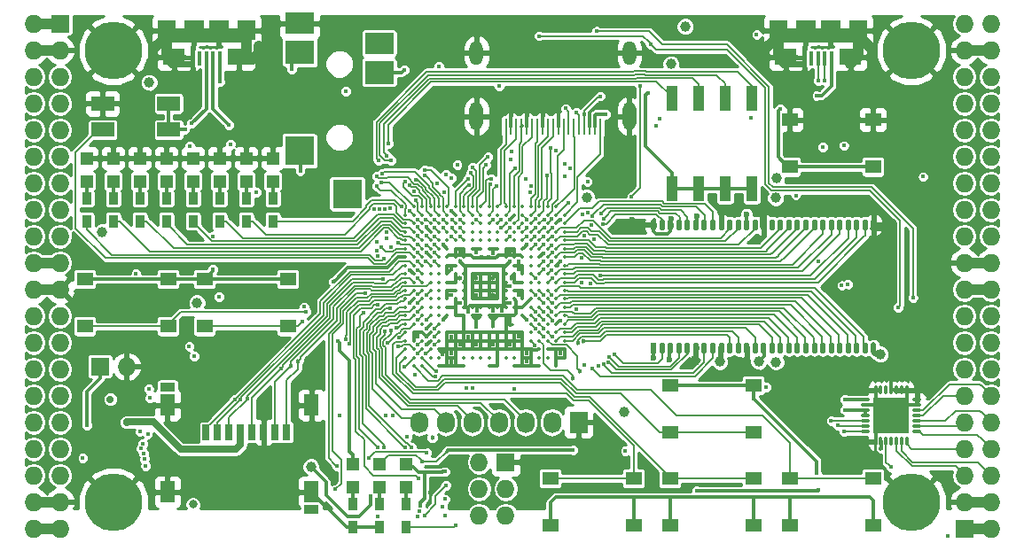
<source format=gtl>
G04 #@! TF.FileFunction,Copper,L1,Top,Signal*
%FSLAX46Y46*%
G04 Gerber Fmt 4.6, Leading zero omitted, Abs format (unit mm)*
G04 Created by KiCad (PCBNEW 4.0.7+dfsg1-1) date Tue Nov 21 11:00:25 2017*
%MOMM*%
%LPD*%
G01*
G04 APERTURE LIST*
%ADD10C,0.100000*%
%ADD11R,1.727200X1.727200*%
%ADD12O,1.727200X1.727200*%
%ADD13C,5.500000*%
%ADD14R,2.200000X1.400000*%
%ADD15R,0.900000X1.200000*%
%ADD16R,2.100000X1.600000*%
%ADD17R,1.900000X1.900000*%
%ADD18R,0.400000X1.350000*%
%ADD19R,1.800000X1.900000*%
%ADD20O,0.850000X0.300000*%
%ADD21O,0.300000X0.850000*%
%ADD22R,1.675000X1.675000*%
%ADD23R,1.727200X2.032000*%
%ADD24O,1.727200X2.032000*%
%ADD25R,1.550000X1.300000*%
%ADD26R,1.120000X2.440000*%
%ADD27C,0.350000*%
%ADD28R,1.200000X1.200000*%
%ADD29R,2.800000X2.000000*%
%ADD30R,2.800000X2.200000*%
%ADD31R,2.800000X2.800000*%
%ADD32O,1.300000X2.700000*%
%ADD33O,1.300000X2.300000*%
%ADD34R,0.250000X1.600000*%
%ADD35R,0.700000X1.500000*%
%ADD36R,1.450000X0.900000*%
%ADD37R,1.450000X2.000000*%
%ADD38O,0.560000X1.100000*%
%ADD39R,0.560000X1.100000*%
%ADD40C,0.600000*%
%ADD41C,1.000000*%
%ADD42C,0.400000*%
%ADD43C,0.454000*%
%ADD44C,0.800000*%
%ADD45C,0.700000*%
%ADD46C,0.300000*%
%ADD47C,0.500000*%
%ADD48C,1.000000*%
%ADD49C,0.600000*%
%ADD50C,0.190000*%
%ADD51C,0.200000*%
%ADD52C,0.700000*%
%ADD53C,0.127000*%
%ADD54C,0.254000*%
G04 APERTURE END LIST*
D10*
D11*
X97910000Y-62690000D03*
D12*
X95370000Y-62690000D03*
X97910000Y-65230000D03*
X95370000Y-65230000D03*
X97910000Y-67770000D03*
X95370000Y-67770000D03*
X97910000Y-70310000D03*
X95370000Y-70310000D03*
X97910000Y-72850000D03*
X95370000Y-72850000D03*
X97910000Y-75390000D03*
X95370000Y-75390000D03*
X97910000Y-77930000D03*
X95370000Y-77930000D03*
X97910000Y-80470000D03*
X95370000Y-80470000D03*
X97910000Y-83010000D03*
X95370000Y-83010000D03*
X97910000Y-85550000D03*
X95370000Y-85550000D03*
X97910000Y-88090000D03*
X95370000Y-88090000D03*
X97910000Y-90630000D03*
X95370000Y-90630000D03*
X97910000Y-93170000D03*
X95370000Y-93170000D03*
X97910000Y-95710000D03*
X95370000Y-95710000D03*
X97910000Y-98250000D03*
X95370000Y-98250000D03*
X97910000Y-100790000D03*
X95370000Y-100790000D03*
X97910000Y-103330000D03*
X95370000Y-103330000D03*
X97910000Y-105870000D03*
X95370000Y-105870000D03*
X97910000Y-108410000D03*
X95370000Y-108410000D03*
X97910000Y-110950000D03*
X95370000Y-110950000D03*
D11*
X184270000Y-110950000D03*
D12*
X186810000Y-110950000D03*
X184270000Y-108410000D03*
X186810000Y-108410000D03*
X184270000Y-105870000D03*
X186810000Y-105870000D03*
X184270000Y-103330000D03*
X186810000Y-103330000D03*
X184270000Y-100790000D03*
X186810000Y-100790000D03*
X184270000Y-98250000D03*
X186810000Y-98250000D03*
X184270000Y-95710000D03*
X186810000Y-95710000D03*
X184270000Y-93170000D03*
X186810000Y-93170000D03*
X184270000Y-90630000D03*
X186810000Y-90630000D03*
X184270000Y-88090000D03*
X186810000Y-88090000D03*
X184270000Y-85550000D03*
X186810000Y-85550000D03*
X184270000Y-83010000D03*
X186810000Y-83010000D03*
X184270000Y-80470000D03*
X186810000Y-80470000D03*
X184270000Y-77930000D03*
X186810000Y-77930000D03*
X184270000Y-75390000D03*
X186810000Y-75390000D03*
X184270000Y-72850000D03*
X186810000Y-72850000D03*
X184270000Y-70310000D03*
X186810000Y-70310000D03*
X184270000Y-67770000D03*
X186810000Y-67770000D03*
X184270000Y-65230000D03*
X186810000Y-65230000D03*
X184270000Y-62690000D03*
X186810000Y-62690000D03*
D13*
X102990000Y-108410000D03*
X179190000Y-108410000D03*
X179190000Y-65230000D03*
X102990000Y-65230000D03*
D14*
X108274000Y-70330000D03*
X101974000Y-70330000D03*
X101974000Y-72830000D03*
X108274000Y-72830000D03*
D11*
X101720000Y-95456000D03*
D12*
X104260000Y-95456000D03*
D15*
X128390000Y-108580000D03*
X128390000Y-110780000D03*
X130930000Y-110780000D03*
X130930000Y-108580000D03*
D16*
X114980000Y-65875000D03*
X108780000Y-65875000D03*
D17*
X113080000Y-63325000D03*
X110680000Y-63325000D03*
D18*
X113180000Y-66000000D03*
X112530000Y-66000000D03*
X111880000Y-66000000D03*
X111230000Y-66000000D03*
X110580000Y-66000000D03*
D19*
X115680000Y-63325000D03*
X108080000Y-63325000D03*
D16*
X173400000Y-65875000D03*
X167200000Y-65875000D03*
D17*
X171500000Y-63325000D03*
X169100000Y-63325000D03*
D18*
X171600000Y-66000000D03*
X170950000Y-66000000D03*
X170300000Y-66000000D03*
X169650000Y-66000000D03*
X169000000Y-66000000D03*
D19*
X174100000Y-63325000D03*
X166500000Y-63325000D03*
D11*
X140455000Y-104600000D03*
D12*
X137915000Y-104600000D03*
X140455000Y-107140000D03*
X137915000Y-107140000D03*
X140455000Y-109680000D03*
X137915000Y-109680000D03*
D15*
X118230000Y-81570000D03*
X118230000Y-79370000D03*
X115690000Y-81570000D03*
X115690000Y-79370000D03*
X113150000Y-81570000D03*
X113150000Y-79370000D03*
X110610000Y-81570000D03*
X110610000Y-79370000D03*
X108070000Y-81570000D03*
X108070000Y-79370000D03*
X105530000Y-81570000D03*
X105530000Y-79370000D03*
X102990000Y-81570000D03*
X102990000Y-79370000D03*
X100450000Y-81570000D03*
X100450000Y-79370000D03*
D20*
X179735000Y-101655000D03*
X179735000Y-101155000D03*
X179735000Y-100655000D03*
X179735000Y-100155000D03*
X179735000Y-99655000D03*
X179735000Y-99155000D03*
X179735000Y-98655000D03*
D21*
X178785000Y-97705000D03*
X178285000Y-97705000D03*
X177785000Y-97705000D03*
X177285000Y-97705000D03*
X176785000Y-97705000D03*
X176285000Y-97705000D03*
X175785000Y-97705000D03*
D20*
X174835000Y-98655000D03*
X174835000Y-99155000D03*
X174835000Y-99655000D03*
X174835000Y-100155000D03*
X174835000Y-100655000D03*
X174835000Y-101155000D03*
X174835000Y-101655000D03*
D21*
X175785000Y-102605000D03*
X176285000Y-102605000D03*
X176785000Y-102605000D03*
X177285000Y-102605000D03*
X177785000Y-102605000D03*
X178285000Y-102605000D03*
X178785000Y-102605000D03*
D22*
X176447500Y-99317500D03*
X176447500Y-100992500D03*
X178122500Y-99317500D03*
X178122500Y-100992500D03*
D23*
X147440000Y-100790000D03*
D24*
X144900000Y-100790000D03*
X142360000Y-100790000D03*
X139820000Y-100790000D03*
X137280000Y-100790000D03*
X134740000Y-100790000D03*
X132200000Y-100790000D03*
D25*
X175550000Y-71870000D03*
X175550000Y-76370000D03*
X167590000Y-76370000D03*
X167590000Y-71870000D03*
X100280000Y-91610000D03*
X100280000Y-87110000D03*
X108240000Y-87110000D03*
X108240000Y-91610000D03*
X111710000Y-91610000D03*
X111710000Y-87110000D03*
X119670000Y-87110000D03*
X119670000Y-91610000D03*
X156160000Y-101770000D03*
X156160000Y-97270000D03*
X164120000Y-97270000D03*
X164120000Y-101770000D03*
X164120000Y-106160000D03*
X164120000Y-110660000D03*
X156160000Y-110660000D03*
X156160000Y-106160000D03*
X152690000Y-106160000D03*
X152690000Y-110660000D03*
X144730000Y-110660000D03*
X144730000Y-106160000D03*
X175550000Y-106160000D03*
X175550000Y-110660000D03*
X167590000Y-110660000D03*
X167590000Y-106160000D03*
D26*
X163950000Y-69815000D03*
X156330000Y-78425000D03*
X161410000Y-69815000D03*
X158870000Y-78425000D03*
X158870000Y-69815000D03*
X161410000Y-78425000D03*
X156330000Y-69815000D03*
X163950000Y-78425000D03*
D27*
X131680000Y-80200000D03*
X132480000Y-80200000D03*
X133280000Y-80200000D03*
X134080000Y-80200000D03*
X134880000Y-80200000D03*
X135680000Y-80200000D03*
X136480000Y-80200000D03*
X137280000Y-80200000D03*
X138080000Y-80200000D03*
X138880000Y-80200000D03*
X139680000Y-80200000D03*
X140480000Y-80200000D03*
X141280000Y-80200000D03*
X142080000Y-80200000D03*
X142880000Y-80200000D03*
X143680000Y-80200000D03*
X144480000Y-80200000D03*
X145280000Y-80200000D03*
X130880000Y-81000000D03*
X131680000Y-81000000D03*
X132480000Y-81000000D03*
X133280000Y-81000000D03*
X134080000Y-81000000D03*
X134880000Y-81000000D03*
X135680000Y-81000000D03*
X136480000Y-81000000D03*
X137280000Y-81000000D03*
X138080000Y-81000000D03*
X138880000Y-81000000D03*
X139680000Y-81000000D03*
X140480000Y-81000000D03*
X141280000Y-81000000D03*
X142080000Y-81000000D03*
X142880000Y-81000000D03*
X143680000Y-81000000D03*
X144480000Y-81000000D03*
X145280000Y-81000000D03*
X146080000Y-81000000D03*
X130880000Y-81800000D03*
X131680000Y-81800000D03*
X132480000Y-81800000D03*
X133280000Y-81800000D03*
X134080000Y-81800000D03*
X134880000Y-81800000D03*
X135680000Y-81800000D03*
X136480000Y-81800000D03*
X137280000Y-81800000D03*
X138080000Y-81800000D03*
X138880000Y-81800000D03*
X139680000Y-81800000D03*
X140480000Y-81800000D03*
X141280000Y-81800000D03*
X142080000Y-81800000D03*
X142880000Y-81800000D03*
X143680000Y-81800000D03*
X144480000Y-81800000D03*
X145280000Y-81800000D03*
X146080000Y-81800000D03*
X130880000Y-82600000D03*
X131680000Y-82600000D03*
X132480000Y-82600000D03*
X133280000Y-82600000D03*
X134080000Y-82600000D03*
X134880000Y-82600000D03*
X135680000Y-82600000D03*
X136480000Y-82600000D03*
X137280000Y-82600000D03*
X138080000Y-82600000D03*
X138880000Y-82600000D03*
X139680000Y-82600000D03*
X140480000Y-82600000D03*
X141280000Y-82600000D03*
X142080000Y-82600000D03*
X142880000Y-82600000D03*
X143680000Y-82600000D03*
X144480000Y-82600000D03*
X145280000Y-82600000D03*
X146080000Y-82600000D03*
X130880000Y-83400000D03*
X131680000Y-83400000D03*
X132480000Y-83400000D03*
X133280000Y-83400000D03*
X134080000Y-83400000D03*
X134880000Y-83400000D03*
X135680000Y-83400000D03*
X136480000Y-83400000D03*
X137280000Y-83400000D03*
X138080000Y-83400000D03*
X138880000Y-83400000D03*
X139680000Y-83400000D03*
X140480000Y-83400000D03*
X141280000Y-83400000D03*
X142080000Y-83400000D03*
X142880000Y-83400000D03*
X143680000Y-83400000D03*
X144480000Y-83400000D03*
X145280000Y-83400000D03*
X146080000Y-83400000D03*
X130880000Y-84200000D03*
X131680000Y-84200000D03*
X132480000Y-84200000D03*
X133280000Y-84200000D03*
X134080000Y-84200000D03*
X134880000Y-84200000D03*
X135680000Y-84200000D03*
X136480000Y-84200000D03*
X137280000Y-84200000D03*
X138080000Y-84200000D03*
X138880000Y-84200000D03*
X139680000Y-84200000D03*
X140480000Y-84200000D03*
X141280000Y-84200000D03*
X142080000Y-84200000D03*
X142880000Y-84200000D03*
X143680000Y-84200000D03*
X144480000Y-84200000D03*
X145280000Y-84200000D03*
X146080000Y-84200000D03*
X130880000Y-85000000D03*
X131680000Y-85000000D03*
X132480000Y-85000000D03*
X133280000Y-85000000D03*
X134080000Y-85000000D03*
X134880000Y-85000000D03*
X135680000Y-85000000D03*
X136480000Y-85000000D03*
X137280000Y-85000000D03*
X138080000Y-85000000D03*
X138880000Y-85000000D03*
X139680000Y-85000000D03*
X140480000Y-85000000D03*
X141280000Y-85000000D03*
X142080000Y-85000000D03*
X142880000Y-85000000D03*
X143680000Y-85000000D03*
X144480000Y-85000000D03*
X145280000Y-85000000D03*
X146080000Y-85000000D03*
X130880000Y-85800000D03*
X131680000Y-85800000D03*
X132480000Y-85800000D03*
X133280000Y-85800000D03*
X134080000Y-85800000D03*
X134880000Y-85800000D03*
X135680000Y-85800000D03*
X136480000Y-85800000D03*
X137280000Y-85800000D03*
X138080000Y-85800000D03*
X138880000Y-85800000D03*
X139680000Y-85800000D03*
X140480000Y-85800000D03*
X141280000Y-85800000D03*
X142080000Y-85800000D03*
X142880000Y-85800000D03*
X143680000Y-85800000D03*
X144480000Y-85800000D03*
X145280000Y-85800000D03*
X146080000Y-85800000D03*
X130880000Y-86600000D03*
X131680000Y-86600000D03*
X132480000Y-86600000D03*
X133280000Y-86600000D03*
X134080000Y-86600000D03*
X134880000Y-86600000D03*
X135680000Y-86600000D03*
X136480000Y-86600000D03*
X137280000Y-86600000D03*
X138080000Y-86600000D03*
X138880000Y-86600000D03*
X139680000Y-86600000D03*
X140480000Y-86600000D03*
X141280000Y-86600000D03*
X142080000Y-86600000D03*
X142880000Y-86600000D03*
X143680000Y-86600000D03*
X144480000Y-86600000D03*
X145280000Y-86600000D03*
X146080000Y-86600000D03*
X130880000Y-87400000D03*
X131680000Y-87400000D03*
X132480000Y-87400000D03*
X133280000Y-87400000D03*
X134080000Y-87400000D03*
X134880000Y-87400000D03*
X135680000Y-87400000D03*
X136480000Y-87400000D03*
X137280000Y-87400000D03*
X138080000Y-87400000D03*
X138880000Y-87400000D03*
X139680000Y-87400000D03*
X140480000Y-87400000D03*
X141280000Y-87400000D03*
X142080000Y-87400000D03*
X142880000Y-87400000D03*
X143680000Y-87400000D03*
X144480000Y-87400000D03*
X145280000Y-87400000D03*
X146080000Y-87400000D03*
X130880000Y-88200000D03*
X131680000Y-88200000D03*
X132480000Y-88200000D03*
X133280000Y-88200000D03*
X134080000Y-88200000D03*
X134880000Y-88200000D03*
X135680000Y-88200000D03*
X136480000Y-88200000D03*
X137280000Y-88200000D03*
X138080000Y-88200000D03*
X138880000Y-88200000D03*
X139680000Y-88200000D03*
X140480000Y-88200000D03*
X141280000Y-88200000D03*
X142080000Y-88200000D03*
X142880000Y-88200000D03*
X143680000Y-88200000D03*
X144480000Y-88200000D03*
X145280000Y-88200000D03*
X146080000Y-88200000D03*
X130880000Y-89000000D03*
X131680000Y-89000000D03*
X132480000Y-89000000D03*
X133280000Y-89000000D03*
X134080000Y-89000000D03*
X134880000Y-89000000D03*
X135680000Y-89000000D03*
X136480000Y-89000000D03*
X137280000Y-89000000D03*
X138080000Y-89000000D03*
X138880000Y-89000000D03*
X139680000Y-89000000D03*
X140480000Y-89000000D03*
X141280000Y-89000000D03*
X142080000Y-89000000D03*
X142880000Y-89000000D03*
X143680000Y-89000000D03*
X144480000Y-89000000D03*
X145280000Y-89000000D03*
X146080000Y-89000000D03*
X130880000Y-89800000D03*
X131680000Y-89800000D03*
X132480000Y-89800000D03*
X133280000Y-89800000D03*
X134080000Y-89800000D03*
X134880000Y-89800000D03*
X135680000Y-89800000D03*
X136480000Y-89800000D03*
X137280000Y-89800000D03*
X138080000Y-89800000D03*
X138880000Y-89800000D03*
X139680000Y-89800000D03*
X140480000Y-89800000D03*
X141280000Y-89800000D03*
X142080000Y-89800000D03*
X142880000Y-89800000D03*
X143680000Y-89800000D03*
X144480000Y-89800000D03*
X145280000Y-89800000D03*
X146080000Y-89800000D03*
X130880000Y-90600000D03*
X131680000Y-90600000D03*
X132480000Y-90600000D03*
X133280000Y-90600000D03*
X134080000Y-90600000D03*
X134880000Y-90600000D03*
X135680000Y-90600000D03*
X136480000Y-90600000D03*
X137280000Y-90600000D03*
X138080000Y-90600000D03*
X138880000Y-90600000D03*
X139680000Y-90600000D03*
X140480000Y-90600000D03*
X141280000Y-90600000D03*
X142080000Y-90600000D03*
X142880000Y-90600000D03*
X143680000Y-90600000D03*
X144480000Y-90600000D03*
X145280000Y-90600000D03*
X146080000Y-90600000D03*
X130880000Y-91400000D03*
X131680000Y-91400000D03*
X132480000Y-91400000D03*
X133280000Y-91400000D03*
X134080000Y-91400000D03*
X142880000Y-91400000D03*
X143680000Y-91400000D03*
X144480000Y-91400000D03*
X145280000Y-91400000D03*
X146080000Y-91400000D03*
X130880000Y-92200000D03*
X131680000Y-92200000D03*
X132480000Y-92200000D03*
X133280000Y-92200000D03*
X134080000Y-92200000D03*
X134880000Y-92200000D03*
X135680000Y-92200000D03*
X136480000Y-92200000D03*
X137280000Y-92200000D03*
X138080000Y-92200000D03*
X138880000Y-92200000D03*
X139680000Y-92200000D03*
X140480000Y-92200000D03*
X141280000Y-92200000D03*
X142080000Y-92200000D03*
X142880000Y-92200000D03*
X143680000Y-92200000D03*
X144480000Y-92200000D03*
X145280000Y-92200000D03*
X146080000Y-92200000D03*
X130880000Y-93000000D03*
X131680000Y-93000000D03*
X132480000Y-93000000D03*
X133280000Y-93000000D03*
X134080000Y-93000000D03*
X134880000Y-93000000D03*
X135680000Y-93000000D03*
X136480000Y-93000000D03*
X137280000Y-93000000D03*
X138080000Y-93000000D03*
X138880000Y-93000000D03*
X139680000Y-93000000D03*
X140480000Y-93000000D03*
X141280000Y-93000000D03*
X142080000Y-93000000D03*
X142880000Y-93000000D03*
X143680000Y-93000000D03*
X144480000Y-93000000D03*
X145280000Y-93000000D03*
X146080000Y-93000000D03*
X130880000Y-93800000D03*
X131680000Y-93800000D03*
X132480000Y-93800000D03*
X133280000Y-93800000D03*
X134080000Y-93800000D03*
X134880000Y-93800000D03*
X135680000Y-93800000D03*
X136480000Y-93800000D03*
X137280000Y-93800000D03*
X138080000Y-93800000D03*
X138880000Y-93800000D03*
X139680000Y-93800000D03*
X140480000Y-93800000D03*
X141280000Y-93800000D03*
X142080000Y-93800000D03*
X142880000Y-93800000D03*
X143680000Y-93800000D03*
X144480000Y-93800000D03*
X145280000Y-93800000D03*
X146080000Y-93800000D03*
X130880000Y-94600000D03*
X131680000Y-94600000D03*
X132480000Y-94600000D03*
X133280000Y-94600000D03*
X134080000Y-94600000D03*
X134880000Y-94600000D03*
X135680000Y-94600000D03*
X136480000Y-94600000D03*
X137280000Y-94600000D03*
X138080000Y-94600000D03*
X138880000Y-94600000D03*
X139680000Y-94600000D03*
X140480000Y-94600000D03*
X141280000Y-94600000D03*
X142080000Y-94600000D03*
X142880000Y-94600000D03*
X143680000Y-94600000D03*
X144480000Y-94600000D03*
X145280000Y-94600000D03*
X146080000Y-94600000D03*
X131680000Y-95400000D03*
X132480000Y-95400000D03*
X134080000Y-95400000D03*
X134880000Y-95400000D03*
X135680000Y-95400000D03*
X136480000Y-95400000D03*
X138880000Y-95400000D03*
X139680000Y-95400000D03*
X141280000Y-95400000D03*
X142080000Y-95400000D03*
X142880000Y-95400000D03*
X143680000Y-95400000D03*
X145280000Y-95400000D03*
D28*
X125850000Y-104770000D03*
X125850000Y-106970000D03*
D15*
X125850000Y-108580000D03*
X125850000Y-110780000D03*
D28*
X128390000Y-104770000D03*
X128390000Y-106970000D03*
X118230000Y-77760000D03*
X118230000Y-75560000D03*
X115690000Y-77760000D03*
X115690000Y-75560000D03*
X113150000Y-77760000D03*
X113150000Y-75560000D03*
X110610000Y-77760000D03*
X110610000Y-75560000D03*
X108070000Y-77760000D03*
X108070000Y-75560000D03*
X105530000Y-77760000D03*
X105530000Y-75560000D03*
X102990000Y-77760000D03*
X102990000Y-75560000D03*
X100450000Y-77760000D03*
X100450000Y-75560000D03*
X130930000Y-104770000D03*
X130930000Y-106970000D03*
D29*
X120780000Y-62648000D03*
D30*
X120780000Y-65448000D03*
D31*
X120780000Y-74848000D03*
X125330000Y-78948000D03*
D30*
X128380000Y-67348000D03*
D29*
X128380000Y-64548000D03*
D32*
X152280000Y-71550000D03*
X137680000Y-71550000D03*
D33*
X137680000Y-65500000D03*
D34*
X140480000Y-72500000D03*
X140980000Y-72500000D03*
X141480000Y-72500000D03*
X141980000Y-72500000D03*
X142480000Y-72500000D03*
X142980000Y-72500000D03*
X143480000Y-72500000D03*
X143980000Y-72500000D03*
X144480000Y-72500000D03*
X144980000Y-72500000D03*
X145480000Y-72500000D03*
X145980000Y-72500000D03*
X146480000Y-72500000D03*
X146980000Y-72500000D03*
X147480000Y-72500000D03*
X147980000Y-72500000D03*
X148480000Y-72500000D03*
X148980000Y-72500000D03*
X149480000Y-72500000D03*
D33*
X152280000Y-65500000D03*
D35*
X111850000Y-101750000D03*
X112950000Y-101750000D03*
X114050000Y-101750000D03*
X115150000Y-101750000D03*
X116250000Y-101750000D03*
X117350000Y-101750000D03*
X118450000Y-101750000D03*
X119550000Y-101750000D03*
D36*
X108175000Y-97450000D03*
X121925000Y-109100000D03*
D37*
X121925000Y-99150000D03*
X108175000Y-99150000D03*
X108175000Y-107450000D03*
X121925000Y-107450000D03*
D38*
X175597000Y-81920000D03*
D39*
X154589000Y-93680000D03*
D38*
X155397000Y-93680000D03*
X156205000Y-93680000D03*
X157013000Y-93680000D03*
X157821000Y-93680000D03*
X158629000Y-93680000D03*
X159437000Y-93680000D03*
X160245000Y-93680000D03*
X161053000Y-93680000D03*
X161861000Y-93680000D03*
X162669000Y-93680000D03*
X163477000Y-93680000D03*
X164285000Y-93680000D03*
X165093000Y-93680000D03*
X165901000Y-93680000D03*
X166709000Y-93680000D03*
X167517000Y-93680000D03*
X168325000Y-93680000D03*
X169133000Y-93680000D03*
X169941000Y-93680000D03*
X170749000Y-93680000D03*
X171557000Y-93680000D03*
X172365000Y-93680000D03*
X173173000Y-93680000D03*
X173981000Y-93680000D03*
X174789000Y-93680000D03*
X175597000Y-93680000D03*
X174789000Y-81920000D03*
X173981000Y-81920000D03*
X173173000Y-81920000D03*
X172365000Y-81920000D03*
X171557000Y-81920000D03*
X170749000Y-81920000D03*
X169941000Y-81920000D03*
X169133000Y-81920000D03*
X168325000Y-81920000D03*
X167517000Y-81920000D03*
X166709000Y-81920000D03*
X165901000Y-81920000D03*
X165093000Y-81920000D03*
X164285000Y-81920000D03*
X163477000Y-81920000D03*
X162669000Y-81920000D03*
X161861000Y-81920000D03*
X161053000Y-81920000D03*
X160245000Y-81920000D03*
X159437000Y-81920000D03*
X158629000Y-81920000D03*
X157821000Y-81920000D03*
X157013000Y-81920000D03*
X156205000Y-81920000D03*
X155397000Y-81920000D03*
X154589000Y-81920000D03*
D40*
X152525938Y-81463870D03*
D41*
X162956098Y-95078488D03*
X158539988Y-94868772D03*
D40*
X161075765Y-80992022D03*
X164882869Y-80938986D03*
X156262773Y-81349374D03*
D41*
X177229911Y-82281349D03*
D40*
X123437000Y-108972000D03*
D42*
X132871770Y-84533979D03*
X132862998Y-82124544D03*
X131278306Y-86213101D03*
X135281276Y-80583119D03*
X131279502Y-89407325D03*
X170309539Y-85441529D03*
X145698456Y-91073766D03*
X145672808Y-85396062D03*
X144103186Y-84622010D03*
X133216000Y-107465000D03*
X137680000Y-88600000D03*
X142480000Y-95000000D03*
X141680000Y-92600000D03*
X140836000Y-84534000D03*
X135284627Y-94985297D03*
X135288625Y-94225619D03*
X134455822Y-94267172D03*
X136095958Y-93369652D03*
D43*
X139264636Y-91615205D03*
D41*
X116880503Y-64802940D03*
X106974809Y-64953974D03*
X175210328Y-64948943D03*
X165417246Y-64954666D03*
D42*
X175495631Y-71457432D03*
X145680000Y-94177990D03*
X177285000Y-95710000D03*
X140880000Y-81400000D03*
X136085174Y-89394826D03*
X145680000Y-81400000D03*
X140874194Y-91433353D03*
X142480000Y-94200000D03*
X140880000Y-93400000D03*
X139280000Y-93400000D03*
X137680000Y-93400000D03*
X136880000Y-92600000D03*
X135280000Y-92600000D03*
X132880000Y-91800000D03*
X132880000Y-93400000D03*
D43*
X141042859Y-86994997D03*
X139280000Y-87000000D03*
X136110990Y-86995403D03*
X137680000Y-87000000D03*
X136080000Y-84600000D03*
X139280000Y-88600000D03*
D41*
X166284693Y-95025145D03*
X166248957Y-79348409D03*
X166343357Y-77477990D03*
D42*
X172564535Y-87722010D03*
D41*
X121861867Y-105030174D03*
D42*
X150030853Y-71331848D03*
D41*
X156235582Y-66548363D03*
X101932065Y-82585048D03*
X106417803Y-68312483D03*
D42*
X127586603Y-107875044D03*
D41*
X157600000Y-62944000D03*
X160905403Y-95006436D03*
D40*
X158731133Y-81048929D03*
X154593901Y-94607945D03*
X156088245Y-94762980D03*
D41*
X164625730Y-94982471D03*
D40*
X163462982Y-80942429D03*
D41*
X176254940Y-94288458D03*
D44*
X110593913Y-108636458D03*
D42*
X180340784Y-77316932D03*
X109828000Y-72830000D03*
X148271935Y-77777990D03*
X173137949Y-87594275D03*
D41*
X148202454Y-79278787D03*
D45*
X102710050Y-98594954D03*
D42*
X154794000Y-72426000D03*
X129005202Y-100174798D03*
X137659051Y-91638034D03*
X139820000Y-68665673D03*
X172834633Y-99599920D03*
X172879922Y-98618650D03*
X176305593Y-103279812D03*
X164433885Y-63737451D03*
X134079160Y-66786153D03*
X116654336Y-78777990D03*
X112515000Y-83010000D03*
X100080000Y-104200000D03*
X113080000Y-88800000D03*
X135273306Y-88618602D03*
X139272517Y-84611349D03*
X137680556Y-84534085D03*
X141680000Y-86200000D03*
X135280000Y-86200000D03*
X132880000Y-92600000D03*
X132080000Y-92600000D03*
X141680000Y-88600000D03*
X141680000Y-85400000D03*
X165349214Y-97422919D03*
X121401947Y-90251871D03*
X129988160Y-91721995D03*
X130302262Y-92700329D03*
X121041200Y-91125073D03*
D41*
X110991000Y-89360000D03*
D42*
X142480000Y-91000000D03*
X142480000Y-83800000D03*
X134480000Y-83800000D03*
X134480000Y-91000000D03*
X105160274Y-86610828D03*
X125193541Y-69156848D03*
X155149360Y-71764535D03*
X170182962Y-69571012D03*
X170362901Y-107286196D03*
X158716651Y-107325176D03*
X128216338Y-109760338D03*
X132708000Y-109680000D03*
X137295592Y-97538017D03*
X134750646Y-106810513D03*
X133680000Y-91800000D03*
X136740903Y-97514503D03*
X134675868Y-108131585D03*
D43*
X133449289Y-102232615D03*
D42*
X133680000Y-92600000D03*
X132936956Y-103711000D03*
X127385678Y-104203668D03*
X133685482Y-93402296D03*
X134463998Y-108841973D03*
X131039072Y-102187000D03*
X131808905Y-96227367D03*
X134636872Y-109719950D03*
X132846234Y-94197073D03*
X120834553Y-76779094D03*
X130761990Y-67119621D03*
X147186000Y-71200000D03*
X147983153Y-71347080D03*
X149475951Y-69619684D03*
X153297112Y-68608292D03*
X177926984Y-89812061D03*
X154329326Y-64643767D03*
X152497066Y-79193467D03*
X146481406Y-79819384D03*
X143650666Y-63862520D03*
X179351513Y-88868327D03*
X149134122Y-63424051D03*
X140035989Y-81400000D03*
X115759823Y-98502036D03*
X132083026Y-86260405D03*
X128776655Y-87135140D03*
X119008515Y-95662939D03*
D43*
X119978162Y-95412951D03*
X120634035Y-94977604D03*
D42*
X113212238Y-68244401D03*
X146180000Y-70800000D03*
X131453853Y-103208291D03*
X149771692Y-81825658D03*
X144080000Y-86200000D03*
X149520824Y-86769192D03*
X144894316Y-86977564D03*
X144873936Y-83860397D03*
X149549750Y-80868432D03*
D43*
X147355672Y-93219294D03*
D42*
X144113248Y-92588762D03*
X144875155Y-86218896D03*
X149846468Y-81303978D03*
X144916886Y-83016385D03*
X148719886Y-81056015D03*
D43*
X147915304Y-93063131D03*
D42*
X144882352Y-92577990D03*
X148747982Y-95669626D03*
X144891634Y-91073766D03*
X149795895Y-95251084D03*
X144867244Y-90229755D03*
X150278898Y-95040253D03*
X144892596Y-89385743D03*
X150345974Y-94517527D03*
X144877648Y-88622010D03*
X150889207Y-94332565D03*
X143280000Y-87000000D03*
X130807074Y-95454141D03*
X130171404Y-93544341D03*
X132080000Y-93400000D03*
X129196652Y-93209125D03*
X133852393Y-95875797D03*
X141280000Y-97600000D03*
X133762848Y-96395146D03*
X132080000Y-94200000D03*
X128610772Y-84072485D03*
X105895603Y-103765816D03*
X130839486Y-103208291D03*
X132075624Y-89410644D03*
X129449238Y-89926948D03*
X128806823Y-103185900D03*
X128251440Y-89564206D03*
X132162861Y-106185868D03*
X132880000Y-88600000D03*
X124329568Y-104994951D03*
X127040053Y-88481065D03*
X132080000Y-87000000D03*
X125499542Y-93250681D03*
X124202418Y-107207639D03*
X132024412Y-109766775D03*
X110313517Y-74380698D03*
X132219727Y-109277292D03*
X114166000Y-74247000D03*
X135315381Y-81391918D03*
X135280062Y-77463305D03*
X134471370Y-81406751D03*
X134758050Y-77130140D03*
X132761172Y-77202673D03*
X132737245Y-76676207D03*
X128644933Y-77050030D03*
X128152012Y-77257840D03*
X128125571Y-78233647D03*
X110718734Y-94451783D03*
X128590544Y-77894041D03*
X110249038Y-93533767D03*
X106368514Y-97598098D03*
X131253134Y-78134216D03*
X106477197Y-98487772D03*
X132783339Y-81400004D03*
X131709326Y-78745875D03*
X132079024Y-82984045D03*
X129109095Y-82655074D03*
X105572759Y-101661319D03*
X106276126Y-101893466D03*
X132880889Y-83897835D03*
X129054383Y-83179239D03*
X129487667Y-84079929D03*
X132083682Y-83828056D03*
X105813763Y-102819336D03*
X132062099Y-84533979D03*
X128165458Y-83528763D03*
X105627254Y-103312241D03*
X128183315Y-84380742D03*
X105992720Y-104283802D03*
X133671942Y-84595200D03*
X132834641Y-85377990D03*
X128203260Y-84907376D03*
X106088753Y-104974041D03*
D43*
X146862501Y-96617499D03*
X147534467Y-95913260D03*
D42*
X147927932Y-95329243D03*
X143280000Y-91000000D03*
X149284391Y-95377990D03*
X144077013Y-90266968D03*
X147207648Y-89973043D03*
X144076240Y-89395301D03*
X143281824Y-90201951D03*
X144102010Y-85397219D03*
X147687522Y-85093328D03*
X144868096Y-85371354D03*
X148610669Y-81900026D03*
X144102010Y-83000000D03*
X144888125Y-82172374D03*
X147695541Y-87403214D03*
X144082832Y-88584510D03*
X148578814Y-87496879D03*
X143278026Y-88595030D03*
X144125486Y-82186468D03*
X148298275Y-80739810D03*
X144876540Y-81328363D03*
X147802234Y-80917812D03*
X139280000Y-81400000D03*
X139578623Y-78205862D03*
X139034115Y-78040948D03*
X139046749Y-77514088D03*
X138580000Y-76200000D03*
X138779198Y-75400762D03*
X137680000Y-81400000D03*
X137308732Y-76415018D03*
X137106948Y-76979922D03*
X136859538Y-77550820D03*
X136922059Y-78097889D03*
X136096392Y-81395070D03*
X135830698Y-76200613D03*
X148878722Y-83261032D03*
X144915665Y-84598743D03*
X148001372Y-82958777D03*
X144103186Y-83777990D03*
X142841210Y-78784254D03*
X142473549Y-82998913D03*
X142864275Y-78217369D03*
X142437464Y-82181475D03*
X146089079Y-77300571D03*
X144144931Y-81387081D03*
X144394875Y-77219934D03*
X146577729Y-76500816D03*
X143281475Y-82206074D03*
X146130802Y-76060132D03*
X143300920Y-81377293D03*
X145255695Y-74817220D03*
X141662690Y-82207782D03*
X142456909Y-81405800D03*
X140030954Y-82200000D03*
X141342967Y-76554996D03*
X141046643Y-74873804D03*
X140864029Y-83041403D03*
X140874966Y-82177164D03*
X140980062Y-75681941D03*
X115149319Y-98625494D03*
X132872609Y-82968555D03*
X132080007Y-82103333D03*
X132080000Y-81400000D03*
X131847310Y-79589886D03*
X130856828Y-77786820D03*
X131923295Y-77584853D03*
X133648389Y-82190597D03*
X133627359Y-81414685D03*
X129477855Y-92000822D03*
X132880000Y-91000000D03*
X128879646Y-92111037D03*
X132077648Y-90977990D03*
X131275302Y-80595752D03*
X130489904Y-80167235D03*
X128823114Y-85153560D03*
X132072985Y-85377990D03*
X134476508Y-82180155D03*
X133942383Y-77980766D03*
X163908850Y-71651861D03*
X135656559Y-110610712D03*
X132468001Y-104503413D03*
X146844288Y-103452739D03*
X132285867Y-108754446D03*
X134707351Y-105508447D03*
D45*
X104260000Y-100790000D03*
D42*
X114604320Y-98573680D03*
X112515000Y-86185000D03*
X164144561Y-98511733D03*
X170157734Y-105666345D03*
X169506589Y-107953726D03*
X170735900Y-74464979D03*
X143257990Y-83000000D03*
X168166438Y-79108038D03*
X151896383Y-103510715D03*
X114039000Y-72342000D03*
X110483000Y-72215000D03*
X143269694Y-93414905D03*
X177274002Y-105079115D03*
X172761273Y-101651681D03*
X143280000Y-91800000D03*
X172193360Y-101105663D03*
X144064831Y-91877646D03*
X171540304Y-100645743D03*
X144080000Y-91000000D03*
X154052298Y-69302298D03*
X128333179Y-75769807D03*
X134613000Y-78819000D03*
X135280000Y-83022010D03*
X135320520Y-82196441D03*
X129493343Y-75737814D03*
X136080000Y-82200000D03*
X129125079Y-75315804D03*
X136080000Y-83000000D03*
X129252218Y-74142461D03*
X142377451Y-77497451D03*
X172746637Y-74347988D03*
X143280000Y-83800000D03*
X170300000Y-68151000D03*
X170950000Y-68125562D03*
X125167387Y-92841517D03*
X121206217Y-89762554D03*
X132082956Y-90210779D03*
X182675150Y-111637626D03*
X124027706Y-87347706D03*
X124027707Y-87347707D03*
X166678914Y-70803555D03*
X129660000Y-100155000D03*
X124580000Y-100155000D03*
X132084049Y-88558274D03*
X126880008Y-90276109D03*
X128280000Y-103200000D03*
X100450000Y-101044000D03*
X120008000Y-67008000D03*
X127889625Y-80407426D03*
X133680000Y-85400000D03*
X130204628Y-83599483D03*
X128416582Y-80399850D03*
X133680000Y-83800000D03*
X128943593Y-80399729D03*
X133680000Y-83000000D03*
X129457990Y-80285112D03*
X144780000Y-74590382D03*
X124453000Y-93043000D03*
X137689001Y-90122990D03*
D41*
X151758000Y-99774000D03*
D42*
X136885174Y-90194826D03*
X140094890Y-90122990D03*
X139280000Y-90122990D03*
X140880000Y-89400000D03*
X140880000Y-87800000D03*
X140880000Y-85400000D03*
D43*
X136080000Y-85400000D03*
D46*
X154589000Y-81920000D02*
X154589000Y-82564717D01*
X154589000Y-82564717D02*
X154829344Y-82805061D01*
X154829344Y-82805061D02*
X155940980Y-82805061D01*
X155940980Y-82805061D02*
X156205000Y-82541041D01*
X156205000Y-82541041D02*
X156205000Y-81920000D01*
X152825937Y-81763869D02*
X152525938Y-81463870D01*
X152982068Y-81920000D02*
X152825937Y-81763869D01*
X154589000Y-81920000D02*
X152982068Y-81920000D01*
X163456097Y-94578489D02*
X162956098Y-95078488D01*
X163480000Y-94554586D02*
X163456097Y-94578489D01*
X163480000Y-93330000D02*
X163480000Y-94554586D01*
X158539988Y-93470012D02*
X158539988Y-94161666D01*
X158680000Y-93330000D02*
X158539988Y-93470012D01*
X158539988Y-94161666D02*
X158539988Y-94868772D01*
X161075765Y-81416286D02*
X161075765Y-80992022D01*
X161075765Y-82265765D02*
X161075765Y-81416286D01*
X161080000Y-82270000D02*
X161075765Y-82265765D01*
X164882869Y-82072869D02*
X164882869Y-81363250D01*
X165080000Y-82270000D02*
X164882869Y-82072869D01*
X164882869Y-81363250D02*
X164882869Y-80938986D01*
X156280000Y-82270000D02*
X156280000Y-81366601D01*
X156280000Y-81366601D02*
X156262773Y-81349374D01*
X154680000Y-81486121D02*
X154657528Y-81463649D01*
X177241260Y-82270000D02*
X177229911Y-82281349D01*
D47*
X175480000Y-82270000D02*
X177241260Y-82270000D01*
D46*
X148480000Y-71200000D02*
X149230000Y-70450000D01*
X148480000Y-72500000D02*
X148480000Y-71200000D01*
X145480000Y-72500000D02*
X145480000Y-71200000D01*
X143980000Y-72500000D02*
X143980000Y-71200000D01*
X142480000Y-72500000D02*
X142480000Y-71450000D01*
X142480000Y-71200000D02*
X142480000Y-71450000D01*
X140980000Y-72500000D02*
X140980000Y-71200000D01*
X134455822Y-94267172D02*
X134455822Y-94224178D01*
X134455822Y-94224178D02*
X134880000Y-93800000D01*
X123437000Y-108972000D02*
X125245000Y-110780000D01*
X125245000Y-110780000D02*
X125850000Y-110780000D01*
X125850000Y-110780000D02*
X125889531Y-110819531D01*
X125889531Y-110819531D02*
X126234488Y-110819531D01*
X126234488Y-110819531D02*
X126274019Y-110780000D01*
X126274019Y-110780000D02*
X127640000Y-110780000D01*
X127640000Y-110780000D02*
X128390000Y-110780000D01*
X121930000Y-107465000D02*
X123437000Y-108972000D01*
D48*
X184270000Y-65230000D02*
X186810000Y-65230000D01*
X184270000Y-85550000D02*
X186810000Y-85550000D01*
X184270000Y-108410000D02*
X186810000Y-108410000D01*
X95370000Y-108410000D02*
X97910000Y-108410000D01*
D47*
X97910000Y-88090000D02*
X98956608Y-87043392D01*
D46*
X98956608Y-87043392D02*
X98974574Y-87043392D01*
D47*
X97910000Y-88090000D02*
X99013590Y-89193590D01*
D46*
X99013590Y-89193590D02*
X99060056Y-89193590D01*
D48*
X95370000Y-88090000D02*
X97910000Y-88090000D01*
X95370000Y-65230000D02*
X97910000Y-65230000D01*
D46*
X139264636Y-90984636D02*
X139295364Y-90984636D01*
X139295364Y-90984636D02*
X139680000Y-90600000D01*
X132871770Y-84591770D02*
X132871770Y-84533979D01*
X133280000Y-85000000D02*
X132871770Y-84591770D01*
X133280000Y-82600000D02*
X132862998Y-82182998D01*
X132862998Y-82182998D02*
X132862998Y-82124544D01*
X131293101Y-86213101D02*
X131278306Y-86213101D01*
X131680000Y-86600000D02*
X131293101Y-86213101D01*
X140480000Y-90600000D02*
X140480000Y-92200000D01*
X135281276Y-80601276D02*
X135281276Y-80583119D01*
X135680000Y-81000000D02*
X135281276Y-80601276D01*
X131279502Y-89400498D02*
X131279502Y-89407325D01*
X131680000Y-89000000D02*
X131279502Y-89400498D01*
X145280000Y-91400000D02*
X145606234Y-91073766D01*
X145606234Y-91073766D02*
X145698456Y-91073766D01*
X145672808Y-85407192D02*
X145672808Y-85396062D01*
X145280000Y-85800000D02*
X145672808Y-85407192D01*
X143680000Y-85000000D02*
X144057990Y-84622010D01*
X144057990Y-84622010D02*
X144103186Y-84622010D01*
X137280000Y-89000000D02*
X137680000Y-88600000D01*
X142480000Y-94600000D02*
X142880000Y-94600000D01*
X142080000Y-94600000D02*
X142480000Y-94600000D01*
X142480000Y-94600000D02*
X142480000Y-95000000D01*
X141680000Y-92200000D02*
X142080000Y-92200000D01*
X141280000Y-92200000D02*
X141680000Y-92200000D01*
X141680000Y-92200000D02*
X141680000Y-92600000D01*
X141280000Y-84200000D02*
X141170000Y-84200000D01*
X141170000Y-84200000D02*
X140836000Y-84534000D01*
X135284627Y-95395373D02*
X135284627Y-95268139D01*
X135280000Y-95400000D02*
X135284627Y-95395373D01*
X135284627Y-95268139D02*
X135284627Y-94985297D01*
X135288625Y-93942777D02*
X135288625Y-94225619D01*
X135288625Y-93808625D02*
X135288625Y-93942777D01*
X135280000Y-93800000D02*
X135288625Y-93808625D01*
X134455822Y-94175822D02*
X134455822Y-94267172D01*
X134080000Y-93800000D02*
X134455822Y-94175822D01*
X145280000Y-94600000D02*
X145280000Y-95400000D01*
X143498655Y-93891906D02*
X143590561Y-93800000D01*
X143040733Y-93891906D02*
X143498655Y-93891906D01*
X142880000Y-93800000D02*
X142948827Y-93800000D01*
X142948827Y-93800000D02*
X143040733Y-93891906D01*
X143590561Y-93800000D02*
X143680000Y-93800000D01*
X145280000Y-93800000D02*
X144480000Y-93800000D01*
X146080000Y-94600000D02*
X146080000Y-93800000D01*
X145280000Y-94600000D02*
X146080000Y-94600000D01*
X142080000Y-95400000D02*
X142080000Y-94600000D01*
X142880000Y-95400000D02*
X142880000Y-94600000D01*
X142880000Y-95400000D02*
X143680000Y-95400000D01*
X142080000Y-95400000D02*
X142880000Y-95400000D01*
X141280000Y-95400000D02*
X142080000Y-95400000D01*
X142080000Y-93000000D02*
X142080000Y-93800000D01*
X138880000Y-92200000D02*
X138880000Y-93000000D01*
X139680000Y-92200000D02*
X139680000Y-93000000D01*
X140480000Y-93000000D02*
X140480000Y-92200000D01*
X141280000Y-93000000D02*
X141280000Y-92200000D01*
X142080000Y-93000000D02*
X141280000Y-93000000D01*
X142080000Y-92200000D02*
X142080000Y-93000000D01*
X140480000Y-92200000D02*
X141280000Y-92200000D01*
X139680000Y-92200000D02*
X140480000Y-92200000D01*
X138880000Y-92200000D02*
X139680000Y-92200000D01*
X138080000Y-92200000D02*
X138880000Y-92200000D01*
X136095958Y-93086810D02*
X136095958Y-93369652D01*
X136080000Y-93000000D02*
X136095958Y-93015958D01*
X136095958Y-93015958D02*
X136095958Y-93086810D01*
X139264636Y-91294179D02*
X139264636Y-91615205D01*
X139264636Y-90984636D02*
X139264636Y-91294179D01*
X138880000Y-90600000D02*
X139264636Y-90984636D01*
D48*
X116880503Y-65510046D02*
X116880503Y-64802940D01*
X116265561Y-66124988D02*
X116880503Y-65510046D01*
X115680000Y-65910000D02*
X115894988Y-66124988D01*
X115680000Y-63960000D02*
X115680000Y-65910000D01*
X115894988Y-66124988D02*
X116265561Y-66124988D01*
X107474808Y-64453975D02*
X106974809Y-64953974D01*
X107968783Y-63960000D02*
X107474808Y-64453975D01*
X108080000Y-63960000D02*
X107968783Y-63960000D01*
X174710329Y-64448944D02*
X175210328Y-64948943D01*
X174100000Y-63960000D02*
X174221385Y-63960000D01*
X174221385Y-63960000D02*
X174710329Y-64448944D01*
X165917245Y-64454667D02*
X165417246Y-64954666D01*
X166411912Y-63960000D02*
X165917245Y-64454667D01*
X166500000Y-63960000D02*
X166411912Y-63960000D01*
D46*
X175495631Y-71740274D02*
X175495631Y-71457432D01*
X175495631Y-72230631D02*
X175495631Y-71740274D01*
X175535000Y-72270000D02*
X175495631Y-72230631D01*
D49*
X108780000Y-66510000D02*
X110455000Y-66510000D01*
D46*
X110455000Y-66510000D02*
X110580000Y-66635000D01*
D48*
X108080000Y-63960000D02*
X108080000Y-65810000D01*
X108080000Y-65810000D02*
X108780000Y-66510000D01*
X115680000Y-63960000D02*
X115680000Y-65810000D01*
D46*
X115680000Y-65810000D02*
X114980000Y-66510000D01*
D48*
X113080000Y-63960000D02*
X115680000Y-63960000D01*
X110680000Y-63960000D02*
X113080000Y-63960000D01*
X108080000Y-63960000D02*
X110680000Y-63960000D01*
D49*
X167200000Y-66510000D02*
X168875000Y-66510000D01*
D46*
X168875000Y-66510000D02*
X169000000Y-66635000D01*
D48*
X174100000Y-63960000D02*
X174100000Y-65810000D01*
X174100000Y-65810000D02*
X173400000Y-66510000D01*
X166500000Y-63960000D02*
X166500000Y-65810000D01*
X166500000Y-65810000D02*
X167200000Y-66510000D01*
X171500000Y-63960000D02*
X174100000Y-63960000D01*
X169100000Y-63960000D02*
X171500000Y-63960000D01*
X166500000Y-63960000D02*
X169100000Y-63960000D01*
D46*
X145680000Y-93800000D02*
X145680000Y-94177990D01*
X178785000Y-97705000D02*
X178785000Y-98655000D01*
X178785000Y-98655000D02*
X178122500Y-99317500D01*
X176285000Y-97705000D02*
X175785000Y-97705000D01*
X175785000Y-102605000D02*
X175785000Y-101655000D01*
X175785000Y-101655000D02*
X176447500Y-100992500D01*
X178122500Y-99317500D02*
X178122500Y-100992500D01*
X176447500Y-99317500D02*
X178122500Y-99317500D01*
X176447500Y-100992500D02*
X178122500Y-100992500D01*
X177285000Y-97705000D02*
X177285000Y-95710000D01*
X178122500Y-99317500D02*
X178285000Y-99155000D01*
X178285000Y-99155000D02*
X179735000Y-99155000D01*
X179735000Y-98655000D02*
X179735000Y-99155000D01*
X177785000Y-97705000D02*
X177920000Y-97705000D01*
X177920000Y-97705000D02*
X178285000Y-97705000D01*
X178285000Y-97705000D02*
X178785000Y-97705000D01*
X177285000Y-97705000D02*
X177785000Y-97705000D01*
X175785000Y-97705000D02*
X175785000Y-98655000D01*
X175785000Y-98655000D02*
X176447500Y-99317500D01*
X174835000Y-99155000D02*
X176285000Y-99155000D01*
X176285000Y-99155000D02*
X176447500Y-99317500D01*
X141280000Y-81000000D02*
X140880000Y-81400000D01*
X135685174Y-89394826D02*
X135802332Y-89394826D01*
X135680000Y-89400000D02*
X135685174Y-89394826D01*
X135802332Y-89394826D02*
X136085174Y-89394826D01*
X135054999Y-84825001D02*
X137080000Y-84825001D01*
X137280000Y-85000000D02*
X137105001Y-84825001D01*
X137105001Y-84825001D02*
X137080000Y-84825001D01*
X138280000Y-85088351D02*
X137368351Y-85088351D01*
X137368351Y-85088351D02*
X137280000Y-85000000D01*
X139680000Y-86600000D02*
X139280000Y-87000000D01*
X139680000Y-88200000D02*
X139680000Y-89000000D01*
X139680000Y-87400000D02*
X139680000Y-88200000D01*
X139680000Y-86600000D02*
X139680000Y-87400000D01*
X137280000Y-88200000D02*
X137280000Y-89000000D01*
X137280000Y-87400000D02*
X137280000Y-88200000D01*
X137280000Y-86600000D02*
X137280000Y-87400000D01*
X138880000Y-87400000D02*
X138880000Y-88200000D01*
X138880000Y-86600000D02*
X138880000Y-87400000D01*
X138080000Y-87400000D02*
X138080000Y-86600000D01*
X138080000Y-88200000D02*
X138080000Y-87400000D01*
X138080000Y-89000000D02*
X138080000Y-88200000D01*
X138080000Y-88200000D02*
X138880000Y-88200000D01*
X138080000Y-87400000D02*
X138880000Y-87400000D01*
X137280000Y-87400000D02*
X138080000Y-87400000D01*
X145454999Y-81625001D02*
X145680000Y-81400000D01*
X145280000Y-81800000D02*
X145454999Y-81625001D01*
X141480000Y-89800000D02*
X141480000Y-89200000D01*
X141480000Y-89200000D02*
X141280000Y-89000000D01*
X141280000Y-89800000D02*
X141480000Y-89800000D01*
X141480000Y-89800000D02*
X142080000Y-89800000D01*
X141454999Y-90425001D02*
X141454999Y-89825001D01*
X141454999Y-89825001D02*
X141480000Y-89800000D01*
X140874194Y-90605806D02*
X140874194Y-91150511D01*
X140880000Y-90600000D02*
X140874194Y-90605806D01*
X140874194Y-91150511D02*
X140874194Y-91433353D01*
X140480000Y-90600000D02*
X140880000Y-90600000D01*
X140880000Y-90600000D02*
X141280000Y-90600000D01*
X139680000Y-90600000D02*
X140480000Y-90600000D01*
X138880000Y-90600000D02*
X139680000Y-90600000D01*
X141280000Y-85000000D02*
X141280000Y-84800000D01*
X141280000Y-84200000D02*
X141280000Y-85000000D01*
X140480000Y-84200000D02*
X141280000Y-84200000D01*
X141280000Y-84800000D02*
X141280000Y-84200000D01*
X141905001Y-84825001D02*
X141305001Y-84825001D01*
X141305001Y-84825001D02*
X141280000Y-84800000D01*
X140480000Y-85000000D02*
X140480000Y-84200000D01*
X139680000Y-85000000D02*
X139680000Y-84898347D01*
X139680000Y-84898347D02*
X139753346Y-84825001D01*
X138280000Y-85088351D02*
X138680000Y-85088351D01*
X138280000Y-85088351D02*
X139489996Y-85088351D01*
X138080000Y-85000000D02*
X138191649Y-85000000D01*
X138191649Y-85000000D02*
X138280000Y-85088351D01*
X138880000Y-85000000D02*
X138768351Y-85000000D01*
X138768351Y-85000000D02*
X138680000Y-85088351D01*
X135680000Y-84200000D02*
X135680000Y-84800000D01*
X135680000Y-84800000D02*
X135680000Y-85000000D01*
X135054999Y-84825001D02*
X135654999Y-84825001D01*
X135654999Y-84825001D02*
X135680000Y-84800000D01*
X136480000Y-85000000D02*
X136480000Y-84200000D01*
X134880000Y-85000000D02*
X135054999Y-84825001D01*
X138880000Y-87400000D02*
X139680000Y-87400000D01*
X138880000Y-88200000D02*
X138880000Y-89000000D01*
X138880000Y-88200000D02*
X139680000Y-88200000D01*
X137280000Y-88200000D02*
X138080000Y-88200000D01*
X141280000Y-90600000D02*
X141454999Y-90425001D01*
D47*
X115690000Y-75610980D02*
X118230000Y-75610980D01*
X113150000Y-75610980D02*
X115690000Y-75610980D01*
X110610000Y-75610980D02*
X113150000Y-75610980D01*
X108070000Y-75610980D02*
X110610000Y-75610980D01*
X105530000Y-75610980D02*
X108070000Y-75610980D01*
X102990000Y-75610980D02*
X105530000Y-75610980D01*
X100450000Y-75610980D02*
X102990000Y-75610980D01*
D46*
X142080000Y-89800000D02*
X142880000Y-89000000D01*
X145680000Y-93800000D02*
X145280000Y-93800000D01*
X146080000Y-93800000D02*
X145680000Y-93800000D01*
X135680000Y-89400000D02*
X135680000Y-89800000D01*
X135680000Y-89000000D02*
X135680000Y-89400000D01*
X135280000Y-95400000D02*
X135680000Y-95400000D01*
X134880000Y-95400000D02*
X135280000Y-95400000D01*
X135280000Y-93800000D02*
X135680000Y-93800000D01*
X134880000Y-93800000D02*
X135280000Y-93800000D01*
X142480000Y-93800000D02*
X142080000Y-93800000D01*
X142880000Y-93800000D02*
X142480000Y-93800000D01*
X142480000Y-93800000D02*
X142480000Y-94200000D01*
X140880000Y-93000000D02*
X141280000Y-93000000D01*
X140480000Y-93000000D02*
X140880000Y-93000000D01*
X140880000Y-93000000D02*
X140880000Y-93400000D01*
X139280000Y-93000000D02*
X138880000Y-93000000D01*
X139680000Y-93000000D02*
X139280000Y-93000000D01*
X139280000Y-93000000D02*
X139280000Y-93400000D01*
X137680000Y-93000000D02*
X137280000Y-93000000D01*
X137680000Y-93000000D02*
X137680000Y-93400000D01*
X138080000Y-93000000D02*
X137680000Y-93000000D01*
X136080000Y-93000000D02*
X135680000Y-93000000D01*
X136480000Y-93000000D02*
X136080000Y-93000000D01*
X136880000Y-93000000D02*
X136480000Y-93000000D01*
X137280000Y-93000000D02*
X136880000Y-93000000D01*
X136880000Y-93000000D02*
X136880000Y-92600000D01*
X135280000Y-93000000D02*
X135680000Y-93000000D01*
X134880000Y-93000000D02*
X135280000Y-93000000D01*
X135280000Y-93000000D02*
X135280000Y-92600000D01*
X133280000Y-91400000D02*
X132880000Y-91800000D01*
X133280000Y-93000000D02*
X132880000Y-93400000D01*
X139753346Y-84825001D02*
X141905001Y-84825001D01*
X139489996Y-85088351D02*
X139753346Y-84825001D01*
X141905001Y-84825001D02*
X142080000Y-85000000D01*
X141042859Y-86837141D02*
X141042859Y-86994997D01*
X141280000Y-86600000D02*
X141042859Y-86837141D01*
X135684597Y-86995403D02*
X135789964Y-86995403D01*
X135680000Y-87000000D02*
X135684597Y-86995403D01*
X135789964Y-86995403D02*
X136110990Y-86995403D01*
X135680000Y-87000000D02*
X135680000Y-86600000D01*
X135680000Y-87400000D02*
X135680000Y-87000000D01*
X136480000Y-90600000D02*
X136480000Y-92200000D01*
X139680000Y-89000000D02*
X139280000Y-88600000D01*
X137280000Y-86600000D02*
X137680000Y-87000000D01*
X136480000Y-84200000D02*
X136080000Y-84600000D01*
X141280000Y-86600000D02*
X141280000Y-87400000D01*
X142080000Y-87400000D02*
X141280000Y-87400000D01*
X135680000Y-84200000D02*
X136480000Y-84200000D01*
X134880000Y-87400000D02*
X135680000Y-87400000D01*
X138880000Y-86600000D02*
X139680000Y-86600000D01*
X138080000Y-86600000D02*
X138880000Y-86600000D01*
X137280000Y-86600000D02*
X138080000Y-86600000D01*
X138880000Y-89000000D02*
X139680000Y-89000000D01*
X138080000Y-89000000D02*
X138880000Y-89000000D01*
X137280000Y-89000000D02*
X138080000Y-89000000D01*
X135680000Y-89800000D02*
X134880000Y-89800000D01*
X135680000Y-90600000D02*
X135680000Y-89800000D01*
X135680000Y-90600000D02*
X136480000Y-90600000D01*
X140480000Y-93000000D02*
X139680000Y-93000000D01*
X139680000Y-93800000D02*
X140480000Y-93800000D01*
X139680000Y-93800000D02*
X139680000Y-94600000D01*
X139680000Y-95400000D02*
X139680000Y-94600000D01*
X138880000Y-95400000D02*
X139680000Y-95400000D01*
X135680000Y-95400000D02*
X136480000Y-95400000D01*
X135680000Y-95400000D02*
X135680000Y-94600000D01*
X134880000Y-95400000D02*
X134080000Y-95400000D01*
X134880000Y-94600000D02*
X134880000Y-95400000D01*
X134080000Y-93800000D02*
X134880000Y-93800000D01*
X134880000Y-94600000D02*
X134880000Y-93800000D01*
X135680000Y-94600000D02*
X134880000Y-94600000D01*
X135680000Y-93800000D02*
X135680000Y-94600000D01*
X134880000Y-93000000D02*
X134880000Y-93800000D01*
X134880000Y-92200000D02*
X134880000Y-93000000D01*
X135680000Y-92200000D02*
X134880000Y-92200000D01*
X135680000Y-93800000D02*
X136480000Y-93800000D01*
X135680000Y-93000000D02*
X135680000Y-93800000D01*
X135680000Y-92200000D02*
X135680000Y-93000000D01*
X135680000Y-92200000D02*
X136480000Y-92200000D01*
X136480000Y-92200000D02*
X137280000Y-92200000D01*
X137280000Y-93800000D02*
X137280000Y-93000000D01*
X136480000Y-93800000D02*
X137280000Y-93800000D01*
X136480000Y-93000000D02*
X136480000Y-93800000D01*
X136480000Y-92200000D02*
X136480000Y-93000000D01*
X137280000Y-92200000D02*
X138080000Y-92200000D01*
X137280000Y-93800000D02*
X138080000Y-93800000D01*
X137280000Y-92200000D02*
X137280000Y-93000000D01*
X138080000Y-92200000D02*
X138080000Y-93000000D01*
X138080000Y-93000000D02*
X138880000Y-93000000D01*
X138080000Y-93800000D02*
X138080000Y-93000000D01*
X138880000Y-93800000D02*
X138080000Y-93800000D01*
X138880000Y-93000000D02*
X138880000Y-93800000D01*
X139680000Y-93800000D02*
X139680000Y-93000000D01*
X138880000Y-93800000D02*
X139680000Y-93800000D01*
X140480000Y-93000000D02*
X140480000Y-93800000D01*
X141280000Y-93000000D02*
X141280000Y-93800000D01*
X141280000Y-93800000D02*
X142080000Y-93800000D01*
X140480000Y-93800000D02*
X141280000Y-93800000D01*
X142080000Y-93800000D02*
X142080000Y-94600000D01*
X142880000Y-94600000D02*
X142880000Y-93800000D01*
X145280000Y-93800000D02*
X145280000Y-94600000D01*
X121861867Y-105030174D02*
X123322573Y-106490880D01*
X123322573Y-106490880D02*
X123322573Y-107763919D01*
X123322573Y-107763919D02*
X125365654Y-109807000D01*
X149048152Y-71331848D02*
X149748011Y-71331848D01*
X148980000Y-72500000D02*
X148980000Y-71400000D01*
X148980000Y-71400000D02*
X149048152Y-71331848D01*
X149748011Y-71331848D02*
X150030853Y-71331848D01*
X125365654Y-109807000D02*
X126485000Y-109807000D01*
X127586603Y-108157886D02*
X127586603Y-107875044D01*
X126485000Y-109807000D02*
X127586603Y-108705397D01*
X127586603Y-108705397D02*
X127586603Y-108157886D01*
X186810000Y-62877865D02*
X186810000Y-62690000D01*
D47*
X161044112Y-93600355D02*
X161044112Y-94816963D01*
X161044112Y-94816963D02*
X160905403Y-94955672D01*
X160905403Y-94955672D02*
X160905403Y-95006436D01*
D46*
X158731133Y-82218867D02*
X158731133Y-81473193D01*
X158731133Y-81473193D02*
X158731133Y-81048929D01*
X158680000Y-82270000D02*
X158731133Y-82218867D01*
X154593901Y-93416099D02*
X154593901Y-94183681D01*
X154593901Y-94183681D02*
X154593901Y-94607945D01*
X154680000Y-93330000D02*
X154593901Y-93416099D01*
X156088245Y-93521755D02*
X156088245Y-94338716D01*
X156280000Y-93330000D02*
X156088245Y-93521755D01*
X156088245Y-94338716D02*
X156088245Y-94762980D01*
X165125729Y-94482472D02*
X164625730Y-94982471D01*
X165125729Y-93375729D02*
X165125729Y-94482472D01*
X165080000Y-93330000D02*
X165125729Y-93375729D01*
X163462982Y-81366693D02*
X163462982Y-80942429D01*
X163462982Y-82252982D02*
X163462982Y-81366693D01*
X163480000Y-82270000D02*
X163462982Y-82252982D01*
D47*
X175548724Y-93398724D02*
X175548724Y-94034638D01*
X175802544Y-94288458D02*
X176254940Y-94288458D01*
X175548724Y-94034638D02*
X175802544Y-94288458D01*
D46*
X108274000Y-72830000D02*
X109828000Y-72830000D01*
D48*
X184270000Y-88090000D02*
X186810000Y-88090000D01*
X184270000Y-110950000D02*
X186810000Y-110950000D01*
X95370000Y-110950000D02*
X97910000Y-110950000D01*
X95370000Y-85550000D02*
X97910000Y-85550000D01*
X95370000Y-62690000D02*
X97910000Y-62690000D01*
D46*
X137280000Y-90600000D02*
X138080000Y-90600000D01*
X137659051Y-91355192D02*
X137659051Y-91638034D01*
X137659051Y-90820949D02*
X137659051Y-91355192D01*
X137680000Y-90800000D02*
X137659051Y-90820949D01*
X172889713Y-99655000D02*
X172834633Y-99599920D01*
X174835000Y-99655000D02*
X172889713Y-99655000D01*
X172916272Y-98655000D02*
X172879922Y-98618650D01*
X174835000Y-98655000D02*
X172916272Y-98655000D01*
X176305593Y-102996970D02*
X176305593Y-103279812D01*
X176285000Y-102605000D02*
X176305593Y-102625593D01*
X176285000Y-103300405D02*
X176305593Y-103279812D01*
X176285000Y-103330000D02*
X176285000Y-103300405D01*
X176305593Y-102625593D02*
X176305593Y-102996970D01*
X176280000Y-103335000D02*
X176285000Y-103330000D01*
X108274000Y-70330000D02*
X108274000Y-72830000D01*
X174835000Y-99655000D02*
X174835000Y-100155000D01*
X134880000Y-86600000D02*
X135280000Y-86200000D01*
X135280000Y-85800000D02*
X135280000Y-86200000D01*
X134880000Y-85800000D02*
X134880000Y-86600000D01*
X137680000Y-90800000D02*
X137880000Y-90800000D01*
X137480000Y-90800000D02*
X137680000Y-90800000D01*
X137880000Y-90800000D02*
X138080000Y-90600000D01*
X137280000Y-90600000D02*
X137480000Y-90800000D01*
X132880000Y-92600000D02*
X133280000Y-92200000D01*
X132480000Y-92200000D02*
X132880000Y-92600000D01*
X134990464Y-88618602D02*
X135273306Y-88618602D01*
X134898602Y-88618602D02*
X134990464Y-88618602D01*
X134880000Y-88600000D02*
X134898602Y-88618602D01*
X139272517Y-84328507D02*
X139272517Y-84611349D01*
X139272517Y-84207483D02*
X139272517Y-84328507D01*
X139280000Y-84200000D02*
X139272517Y-84207483D01*
X137680556Y-84200556D02*
X137680556Y-84251243D01*
X137680000Y-84200000D02*
X137680556Y-84200556D01*
X137680556Y-84251243D02*
X137680556Y-84534085D01*
X142080000Y-88600000D02*
X142080000Y-89000000D01*
X142080000Y-88200000D02*
X142080000Y-88600000D01*
X141680000Y-85800000D02*
X141680000Y-86200000D01*
X135280000Y-85800000D02*
X135680000Y-85800000D01*
X134880000Y-85800000D02*
X135280000Y-85800000D01*
X132080000Y-92200000D02*
X132480000Y-92200000D01*
X131680000Y-92200000D02*
X132080000Y-92200000D01*
X132080000Y-92200000D02*
X132080000Y-92600000D01*
X131680000Y-93000000D02*
X131680000Y-92200000D01*
X134880000Y-88600000D02*
X134880000Y-89000000D01*
X134880000Y-88200000D02*
X134880000Y-88600000D01*
X141680000Y-88200000D02*
X142080000Y-88200000D01*
X141280000Y-88200000D02*
X141680000Y-88200000D01*
X141680000Y-88200000D02*
X141680000Y-88600000D01*
X141680000Y-85800000D02*
X142080000Y-85800000D01*
X141280000Y-85800000D02*
X141680000Y-85800000D01*
X141680000Y-85800000D02*
X141680000Y-85400000D01*
X139280000Y-84200000D02*
X139680000Y-84200000D01*
X138880000Y-84200000D02*
X139280000Y-84200000D01*
X137680000Y-84200000D02*
X138080000Y-84200000D01*
X137280000Y-84200000D02*
X137680000Y-84200000D01*
X142080000Y-85800000D02*
X142080000Y-86600000D01*
X134880000Y-88200000D02*
X135680000Y-88200000D01*
D50*
X131724127Y-97719012D02*
X130041550Y-96036435D01*
X133960188Y-97719012D02*
X131724127Y-97719012D01*
X134706633Y-96972567D02*
X133960188Y-97719012D01*
X130041550Y-96036435D02*
X130041550Y-94638450D01*
X145675905Y-96972567D02*
X134706633Y-96972567D01*
X156690000Y-106560000D02*
X148488969Y-98358968D01*
X130705001Y-93974999D02*
X130880000Y-93800000D01*
X130041550Y-94638450D02*
X130705001Y-93974999D01*
X148488969Y-98358968D02*
X147062304Y-98358968D01*
X147062304Y-98358968D02*
X145675905Y-96972567D01*
X156160000Y-106160000D02*
X164120000Y-106160000D01*
X121119105Y-90251871D02*
X121401947Y-90251871D01*
X108450000Y-91210000D02*
X109408129Y-90251871D01*
X109408129Y-90251871D02*
X121119105Y-90251871D01*
X130880000Y-91400000D02*
X130489025Y-91400000D01*
X130489025Y-91400000D02*
X130167030Y-91721995D01*
X130167030Y-91721995D02*
X129988160Y-91721995D01*
X108240000Y-91610000D02*
X100280000Y-91610000D01*
X130379671Y-92700329D02*
X130302262Y-92700329D01*
X130880000Y-92200000D02*
X130379671Y-92700329D01*
X121041200Y-91203800D02*
X121041200Y-91125073D01*
X119670000Y-91610000D02*
X120635000Y-91610000D01*
X120635000Y-91610000D02*
X121041200Y-91203800D01*
X119670000Y-91610000D02*
X111710000Y-91610000D01*
X119425148Y-91210000D02*
X119484873Y-91269725D01*
X129702002Y-93375102D02*
X129702002Y-96145208D01*
X152690000Y-103008320D02*
X152690000Y-105320000D01*
X146930994Y-98675979D02*
X148357659Y-98675979D01*
X146291038Y-98036023D02*
X146930994Y-98675979D01*
X131592817Y-98036023D02*
X146291038Y-98036023D01*
X130627155Y-93000000D02*
X130504824Y-93122331D01*
X130880000Y-93000000D02*
X130627155Y-93000000D01*
X148357659Y-98675979D02*
X152690000Y-103008320D01*
X129954773Y-93122331D02*
X129702002Y-93375102D01*
X152690000Y-105320000D02*
X152690000Y-106160000D01*
X129702002Y-96145208D02*
X131592817Y-98036023D01*
X130504824Y-93122331D02*
X129954773Y-93122331D01*
X144730000Y-106160000D02*
X152690000Y-106160000D01*
X167590000Y-106160000D02*
X167590000Y-102747145D01*
X133965410Y-96817148D02*
X133097148Y-96817148D01*
X167590000Y-102747145D02*
X165018693Y-100175838D01*
X165018693Y-100175838D02*
X156768379Y-100175838D01*
X131854999Y-95574999D02*
X131680000Y-95400000D01*
X156768379Y-100175838D02*
X154317487Y-97724946D01*
X154317487Y-97724946D02*
X147324924Y-97724946D01*
X147324924Y-97724946D02*
X145938523Y-96338545D01*
X145938523Y-96338545D02*
X134444013Y-96338545D01*
X134444013Y-96338545D02*
X133965410Y-96817148D01*
X133097148Y-96817148D02*
X131854999Y-95574999D01*
X167590000Y-106160000D02*
X175550000Y-106160000D01*
X134575323Y-96655556D02*
X133828878Y-97402001D01*
X145807214Y-96655556D02*
X134575323Y-96655556D01*
X130358561Y-95121439D02*
X130705001Y-94774999D01*
X130705001Y-94774999D02*
X130880000Y-94600000D01*
X131855437Y-97402001D02*
X130358561Y-95905125D01*
X151466957Y-98041957D02*
X147193614Y-98041957D01*
X147193614Y-98041957D02*
X145807214Y-96655556D01*
X155195000Y-101770000D02*
X151466957Y-98041957D01*
X156160000Y-101770000D02*
X155195000Y-101770000D01*
X133828878Y-97402001D02*
X131855437Y-97402001D01*
X130358561Y-95905125D02*
X130358561Y-95121439D01*
X164120000Y-101770000D02*
X156160000Y-101770000D01*
D46*
X142080000Y-90600000D02*
X142480000Y-91000000D01*
X142254999Y-84025001D02*
X142480000Y-83800000D01*
X142080000Y-84200000D02*
X142254999Y-84025001D01*
X134880000Y-84200000D02*
X134480000Y-83800000D01*
X134880000Y-90600000D02*
X134480000Y-91000000D01*
X171600000Y-66635000D02*
X171600000Y-68605136D01*
X170634556Y-69570580D02*
X170183394Y-69570580D01*
X171600000Y-68605136D02*
X170634556Y-69570580D01*
X170183394Y-69570580D02*
X170182962Y-69571012D01*
X170323921Y-107325176D02*
X170362901Y-107286196D01*
X158716651Y-107325176D02*
X170323921Y-107325176D01*
D50*
X132708000Y-109680000D02*
X133755686Y-108632314D01*
X133755686Y-108632314D02*
X133755686Y-107805473D01*
X133755686Y-107805473D02*
X134550647Y-107010512D01*
X134550647Y-107010512D02*
X134750646Y-106810513D01*
X134080000Y-91400000D02*
X133680000Y-91800000D01*
X134080000Y-92200000D02*
X133680000Y-92600000D01*
X131868342Y-103630301D02*
X132856257Y-103630301D01*
X132856257Y-103630301D02*
X132936956Y-103711000D01*
X127585677Y-104003669D02*
X127385678Y-104203668D01*
X131868342Y-103630301D02*
X127959045Y-103630301D01*
X127959045Y-103630301D02*
X127585677Y-104003669D01*
X134080000Y-93000000D02*
X133685482Y-93394518D01*
X133685482Y-93394518D02*
X133685482Y-93402296D01*
X133280000Y-93800000D02*
X132882927Y-94197073D01*
X132882927Y-94197073D02*
X132846234Y-94197073D01*
D46*
X120880000Y-76733647D02*
X120834553Y-76779094D01*
X120880000Y-76647734D02*
X120880000Y-76733647D01*
X120880000Y-76647734D02*
X120885889Y-76653623D01*
X120880000Y-74840000D02*
X120880000Y-76647734D01*
X128280000Y-67340000D02*
X130541611Y-67340000D01*
X130541611Y-67340000D02*
X130761990Y-67119621D01*
D50*
X147480000Y-71450000D02*
X147230000Y-71200000D01*
X147230000Y-71200000D02*
X147186000Y-71200000D01*
X147480000Y-72500000D02*
X147480000Y-71450000D01*
X149475951Y-69619684D02*
X149346123Y-69619684D01*
X149346123Y-69619684D02*
X147983153Y-70982654D01*
X147983153Y-70982654D02*
X147983153Y-71347080D01*
X147980000Y-72500000D02*
X147980000Y-71350233D01*
X147980000Y-71350233D02*
X147983153Y-71347080D01*
X178126983Y-81482891D02*
X178126983Y-89612062D01*
X165858857Y-78626408D02*
X175270500Y-78626408D01*
X165282602Y-78050153D02*
X165858857Y-78626408D01*
X165282602Y-68818878D02*
X165282602Y-78050153D01*
X161633939Y-65170215D02*
X165282602Y-68818878D01*
X154855774Y-65170215D02*
X161633939Y-65170215D01*
X154329326Y-64643767D02*
X154855774Y-65170215D01*
X178126983Y-89612062D02*
X177926984Y-89812061D01*
X175270500Y-78626408D02*
X178126983Y-81482891D01*
X153297112Y-78393421D02*
X153297112Y-68891134D01*
X153297112Y-68891134D02*
X153297112Y-68608292D01*
X152497066Y-79193467D02*
X153297112Y-78393421D01*
X153548079Y-63862520D02*
X154129327Y-64443768D01*
X143650666Y-63862520D02*
X153548079Y-63862520D01*
X154129327Y-64443768D02*
X154329326Y-64643767D01*
X146460616Y-79819384D02*
X146481406Y-79819384D01*
X145280000Y-81000000D02*
X146460616Y-79819384D01*
X179351513Y-88585485D02*
X179351513Y-88868327D01*
X179351513Y-82259100D02*
X179351513Y-88585485D01*
X154171754Y-63424051D02*
X155402809Y-64655106D01*
X175401810Y-78309397D02*
X179351513Y-82259100D01*
X165599613Y-68687568D02*
X165599613Y-77918843D01*
X165599613Y-77918843D02*
X165990167Y-78309397D01*
X155402809Y-64655106D02*
X161567151Y-64655106D01*
X165990167Y-78309397D02*
X175401810Y-78309397D01*
X149134122Y-63424051D02*
X154171754Y-63424051D01*
X161567151Y-64655106D02*
X165599613Y-68687568D01*
X139680000Y-81800000D02*
X140035989Y-81444011D01*
X140035989Y-81444011D02*
X140035989Y-81400000D01*
X115759823Y-98314819D02*
X115759823Y-98502036D01*
X123385464Y-89483406D02*
X123385464Y-90689178D01*
X125769902Y-87098968D02*
X123385464Y-89483406D01*
X128493813Y-87135140D02*
X128457641Y-87098968D01*
X128776655Y-87135140D02*
X128493813Y-87135140D01*
X128457641Y-87098968D02*
X125769902Y-87098968D01*
X123385464Y-90689178D02*
X115759823Y-98314819D01*
X115759823Y-98639554D02*
X115759823Y-98502036D01*
X114055000Y-101765000D02*
X114055000Y-100344377D01*
X114055000Y-100344377D02*
X115759823Y-98639554D01*
X132140405Y-86260405D02*
X132083026Y-86260405D01*
X132480000Y-86600000D02*
X132140405Y-86260405D01*
X129340526Y-87225686D02*
X129009062Y-87557150D01*
X129845335Y-87225686D02*
X129340526Y-87225686D01*
X127951501Y-87557150D02*
X127819384Y-87425033D01*
X119208514Y-95462940D02*
X119008515Y-95662939D01*
X123702475Y-89614716D02*
X123702475Y-90820488D01*
X130471021Y-86600000D02*
X129845335Y-87225686D01*
X119208514Y-95314449D02*
X119208514Y-95462940D01*
X130880000Y-86600000D02*
X130471021Y-86600000D01*
X123702475Y-90820488D02*
X119208514Y-95314449D01*
X125892158Y-87425033D02*
X123702475Y-89614716D01*
X129009062Y-87557150D02*
X127951501Y-87557150D01*
X127819384Y-87425033D02*
X125892158Y-87425033D01*
X118808516Y-95862938D02*
X119008515Y-95662939D01*
X116255000Y-98416454D02*
X118808516Y-95862938D01*
X116255000Y-101765000D02*
X116255000Y-98416454D01*
X126023468Y-87742044D02*
X124019486Y-89746026D01*
X127688074Y-87742044D02*
X126023468Y-87742044D01*
X119978162Y-95091925D02*
X119978162Y-95412951D01*
X124019486Y-90951798D02*
X119978162Y-94993122D01*
X127820191Y-87874161D02*
X127688074Y-87742044D01*
X119978162Y-94993122D02*
X119978162Y-95091925D01*
X124019486Y-89746026D02*
X124019486Y-90951798D01*
X118455000Y-101765000D02*
X118455000Y-96936113D01*
X118455000Y-96936113D02*
X119978162Y-95412951D01*
X131280000Y-87000000D02*
X130519342Y-87000000D01*
X129831787Y-87542697D02*
X129500323Y-87874161D01*
X130519342Y-87000000D02*
X129976645Y-87542697D01*
X131680000Y-87400000D02*
X131280000Y-87000000D01*
X129500323Y-87874161D02*
X127820191Y-87874161D01*
X129976645Y-87542697D02*
X129831787Y-87542697D01*
X124336497Y-91083108D02*
X120861034Y-94558571D01*
X120861034Y-94558571D02*
X120861034Y-94750605D01*
X120861034Y-94750605D02*
X120634035Y-94977604D01*
X119555000Y-101765000D02*
X119555000Y-96794459D01*
X120634035Y-95298630D02*
X120634035Y-94977604D01*
X119555000Y-96794459D02*
X120634035Y-95715424D01*
X120634035Y-95715424D02*
X120634035Y-95298630D01*
X130880000Y-87400000D02*
X130567663Y-87400000D01*
X129631633Y-88191172D02*
X127688881Y-88191172D01*
X127556764Y-88059055D02*
X126154778Y-88059055D01*
X126154778Y-88059055D02*
X124336497Y-89877336D01*
X127688881Y-88191172D02*
X127556764Y-88059055D01*
X129963097Y-87859708D02*
X129631633Y-88191172D01*
X130567663Y-87400000D02*
X130107955Y-87859708D01*
X124336497Y-89877336D02*
X124336497Y-91083108D01*
X130107955Y-87859708D02*
X129963097Y-87859708D01*
D46*
X113180000Y-68212163D02*
X113212238Y-68244401D01*
X113180000Y-66635000D02*
X113180000Y-68212163D01*
D50*
X146480000Y-72500000D02*
X146480000Y-71100000D01*
X146480000Y-71100000D02*
X146180000Y-70800000D01*
X127506612Y-91514546D02*
X127506612Y-91947884D01*
X127189596Y-92264900D02*
X127189596Y-94068236D01*
X130980312Y-102786977D02*
X131032539Y-102786977D01*
X128371075Y-90650083D02*
X127506612Y-91514546D01*
X128740829Y-90650083D02*
X128371075Y-90650083D01*
X127506612Y-91947884D02*
X127189596Y-92264900D01*
X127431034Y-99237699D02*
X130980312Y-102786977D01*
X127189596Y-94068236D02*
X127431034Y-94309676D01*
X130286783Y-89800000D02*
X129737825Y-90348958D01*
X129737825Y-90348958D02*
X129041954Y-90348958D01*
X129041954Y-90348958D02*
X128740829Y-90650083D01*
X127431034Y-94309676D02*
X127431034Y-99237699D01*
X131032539Y-102786977D02*
X131253854Y-103008292D01*
X131253854Y-103008292D02*
X131453853Y-103208291D01*
X130880000Y-89800000D02*
X130286783Y-89800000D01*
X148791728Y-84704076D02*
X149797676Y-84704076D01*
X149797676Y-84704076D02*
X149855727Y-84762127D01*
X147151181Y-84014809D02*
X148102461Y-84014809D01*
X149855727Y-84762127D02*
X165787873Y-84762127D01*
X165787873Y-84762127D02*
X166019149Y-84530851D01*
X146080000Y-84200000D02*
X146965990Y-84200000D01*
X146965990Y-84200000D02*
X147151181Y-84014809D01*
X148102461Y-84014809D02*
X148791728Y-84704076D01*
X166019149Y-84530851D02*
X168280000Y-82270000D01*
X172363670Y-81986643D02*
X172363670Y-82762836D01*
X172363670Y-82762836D02*
X168779324Y-86347182D01*
X168779324Y-86347182D02*
X147205145Y-86347182D01*
X147205145Y-86347182D02*
X146952327Y-86600000D01*
X146952327Y-86600000D02*
X146327487Y-86600000D01*
X146327487Y-86600000D02*
X146080000Y-86600000D01*
X154866009Y-80933893D02*
X150946299Y-80933893D01*
X150054534Y-81825658D02*
X149771692Y-81825658D01*
X155480000Y-82270000D02*
X155480000Y-81547884D01*
X150946299Y-80933893D02*
X150054534Y-81825658D01*
X155480000Y-81547884D02*
X154866009Y-80933893D01*
X143680000Y-86600000D02*
X144080000Y-86200000D01*
X170680000Y-92690000D02*
X170680000Y-93330000D01*
X146873931Y-89551033D02*
X167661915Y-89551033D01*
X167661915Y-89551033D02*
X170680000Y-92569118D01*
X170680000Y-92569118D02*
X170680000Y-92690000D01*
X146080000Y-89800000D02*
X146624962Y-89800000D01*
X146624962Y-89800000D02*
X146873931Y-89551033D01*
X164280000Y-92690000D02*
X164280000Y-93330000D01*
X163360106Y-91770106D02*
X164280000Y-92690000D01*
X149864296Y-91770106D02*
X163360106Y-91770106D01*
X146881538Y-93000000D02*
X147584428Y-92297110D01*
X146080000Y-93000000D02*
X146881538Y-93000000D01*
X147584428Y-92297110D02*
X149337293Y-92297110D01*
X149337293Y-92297110D02*
X149864296Y-91770106D01*
X173182410Y-81935472D02*
X173182410Y-83165471D01*
X169578689Y-86769192D02*
X149803666Y-86769192D01*
X173182410Y-83165471D02*
X169578689Y-86769192D01*
X149803666Y-86769192D02*
X149520824Y-86769192D01*
X144894316Y-86985684D02*
X144894316Y-86977564D01*
X144480000Y-87400000D02*
X144894316Y-86985684D01*
X147019871Y-83697798D02*
X148233771Y-83697798D01*
X145680000Y-83800000D02*
X146917669Y-83800000D01*
X148923038Y-84387065D02*
X149928986Y-84387065D01*
X145280000Y-84200000D02*
X145680000Y-83800000D01*
X146917669Y-83800000D02*
X147019871Y-83697798D01*
X148233771Y-83697798D02*
X148923038Y-84387065D01*
X149928986Y-84387065D02*
X149987037Y-84445116D01*
X149987037Y-84445116D02*
X165304884Y-84445116D01*
X165304884Y-84445116D02*
X165536160Y-84213840D01*
X165536160Y-84213840D02*
X167480000Y-82270000D01*
X157821798Y-81957260D02*
X157821798Y-81134824D01*
X157821798Y-81134824D02*
X157187996Y-80501022D01*
X157187996Y-80501022D02*
X155329777Y-80501022D01*
X155329777Y-80501022D02*
X155128628Y-80299871D01*
X155128628Y-80299871D02*
X150118311Y-80299871D01*
X150118311Y-80299871D02*
X149749749Y-80668433D01*
X149749749Y-80668433D02*
X149549750Y-80868432D01*
D51*
X144480000Y-84200000D02*
X144819603Y-83860397D01*
X144819603Y-83860397D02*
X144873936Y-83860397D01*
D50*
X149076436Y-89868042D02*
X167058044Y-89868044D01*
X147005087Y-90395044D02*
X148549435Y-90395044D01*
X146811439Y-90201396D02*
X147005087Y-90395044D01*
X145678604Y-90201396D02*
X146811439Y-90201396D01*
X145280000Y-90600000D02*
X145678604Y-90201396D01*
X167058044Y-89868044D02*
X169880000Y-92690000D01*
X148549435Y-90395044D02*
X149076436Y-89868042D01*
X169880000Y-92690000D02*
X169880000Y-93330000D01*
X149468603Y-92614121D02*
X147715738Y-92614121D01*
X162077117Y-92087117D02*
X149995606Y-92087117D01*
X149995606Y-92087117D02*
X149468603Y-92614121D01*
X162680000Y-93330000D02*
X162680000Y-92690000D01*
X147355672Y-92974187D02*
X147355672Y-93219294D01*
X162680000Y-92690000D02*
X162077117Y-92087117D01*
X147715738Y-92614121D02*
X147355672Y-92974187D01*
X144068762Y-92588762D02*
X144113248Y-92588762D01*
X143680000Y-92200000D02*
X144068762Y-92588762D01*
X173880000Y-83212488D02*
X173981000Y-83111488D01*
X173981000Y-83111488D02*
X173981000Y-81920000D01*
X145280000Y-87400000D02*
X145680000Y-87000000D01*
X149723385Y-87191193D02*
X149781436Y-87133142D01*
X149318263Y-87191193D02*
X149723385Y-87191193D01*
X147336455Y-86664193D02*
X148791263Y-86664193D01*
X169959346Y-87133142D02*
X173880000Y-83212488D01*
X145680000Y-87000000D02*
X147000648Y-87000000D01*
X147000648Y-87000000D02*
X147336455Y-86664193D01*
X148791263Y-86664193D02*
X149318263Y-87191193D01*
X149781436Y-87133142D02*
X169959346Y-87133142D01*
X157080000Y-82270000D02*
X157080000Y-81181531D01*
X157080000Y-81181531D02*
X156716500Y-80818031D01*
X156716500Y-80818031D02*
X155198465Y-80818031D01*
X150046467Y-81103979D02*
X149846468Y-81303978D01*
X155198465Y-80818031D02*
X154997318Y-80616882D01*
X150533564Y-80616882D02*
X150046467Y-81103979D01*
X154997318Y-80616882D02*
X150533564Y-80616882D01*
X144861104Y-86218896D02*
X144875155Y-86218896D01*
X144480000Y-86600000D02*
X144861104Y-86218896D01*
X149593107Y-85396149D02*
X166713000Y-85396149D01*
X147413801Y-84648831D02*
X147839841Y-84648831D01*
X147839841Y-84648831D02*
X148529108Y-85338098D01*
X147062632Y-85000000D02*
X147413801Y-84648831D01*
X149535056Y-85338098D02*
X149593107Y-85396149D01*
X166985127Y-85164873D02*
X169880000Y-82270000D01*
X166944275Y-85164873D02*
X166985127Y-85164873D01*
X166713000Y-85396149D02*
X166944275Y-85164873D01*
X148529108Y-85338098D02*
X149535056Y-85338098D01*
X146080000Y-85000000D02*
X147062632Y-85000000D01*
X159445423Y-81946101D02*
X159445423Y-80965423D01*
X148919885Y-80856016D02*
X148719886Y-81056015D01*
X159445423Y-80965423D02*
X158664012Y-80184012D01*
X158664012Y-80184012D02*
X155461089Y-80184012D01*
X155259938Y-79982860D02*
X149793041Y-79982860D01*
X155461089Y-80184012D02*
X155259938Y-79982860D01*
X149793041Y-79982860D02*
X148919885Y-80856016D01*
D51*
X144863615Y-83016385D02*
X144916886Y-83016385D01*
X144480000Y-83400000D02*
X144863615Y-83016385D01*
D50*
X161880000Y-93330000D02*
X161880000Y-92690000D01*
X161594128Y-92404128D02*
X150126916Y-92404128D01*
X150126916Y-92404128D02*
X149467913Y-93063131D01*
X149467913Y-93063131D02*
X148236330Y-93063131D01*
X161880000Y-92690000D02*
X161594128Y-92404128D01*
X148236330Y-93063131D02*
X147915304Y-93063131D01*
X144857990Y-92577990D02*
X144882352Y-92577990D01*
X144480000Y-92200000D02*
X144857990Y-92577990D01*
X174680000Y-83064019D02*
X174789000Y-82955019D01*
X174789000Y-82955019D02*
X174789000Y-81920000D01*
X147467765Y-86981204D02*
X148659953Y-86981204D01*
X149912746Y-87450153D02*
X170293866Y-87450153D01*
X149186953Y-87508204D02*
X149854695Y-87508204D01*
X149854695Y-87508204D02*
X149912746Y-87450153D01*
X148659953Y-86981204D02*
X149186953Y-87508204D01*
X147048969Y-87400000D02*
X147467765Y-86981204D01*
X170293866Y-87450153D02*
X174680000Y-83064019D01*
X146080000Y-87400000D02*
X147048969Y-87400000D01*
X145280000Y-89800000D02*
X145680000Y-89400000D01*
X168144706Y-89234022D02*
X171480000Y-92569316D01*
X171480000Y-92569316D02*
X171480000Y-92690000D01*
X171480000Y-92690000D02*
X171480000Y-93330000D01*
X145680000Y-89400000D02*
X146576643Y-89400001D01*
X146576643Y-89400001D02*
X146742622Y-89234022D01*
X146742622Y-89234022D02*
X168144706Y-89234022D01*
X146080000Y-81800000D02*
X147562191Y-80317809D01*
X147562191Y-80317809D02*
X148766442Y-80317809D01*
X148766442Y-80317809D02*
X149418402Y-79665849D01*
X160280000Y-81630000D02*
X160280000Y-82270000D01*
X149418402Y-79665849D02*
X155391248Y-79665849D01*
X155391248Y-79665849D02*
X155592399Y-79867001D01*
X155592399Y-79867001D02*
X159447001Y-79867001D01*
X159447001Y-79867001D02*
X160280000Y-80700000D01*
X160280000Y-80700000D02*
X160280000Y-81630000D01*
X145454999Y-88025001D02*
X145280000Y-88200000D01*
X174680000Y-93330000D02*
X174680000Y-92622471D01*
X147633743Y-87965978D02*
X147467765Y-87800000D01*
X174680000Y-92622471D02*
X170023507Y-87965978D01*
X170023507Y-87965978D02*
X147633743Y-87965978D01*
X145680000Y-87800000D02*
X145454999Y-88025001D01*
X147467765Y-87800000D02*
X145680000Y-87800000D01*
X160280000Y-94645645D02*
X158527646Y-96397999D01*
X160280000Y-93330000D02*
X160280000Y-94645645D01*
X158527646Y-96397999D02*
X149476355Y-96397999D01*
X149476355Y-96397999D02*
X148947981Y-95869625D01*
X148947981Y-95869625D02*
X148747982Y-95669626D01*
X144480000Y-90600000D02*
X144891634Y-91011634D01*
X144891634Y-91011634D02*
X144891634Y-91073766D01*
X160972928Y-83177072D02*
X161880000Y-82270000D01*
X145280000Y-82600000D02*
X145682999Y-82197001D01*
X148813230Y-81478025D02*
X150512277Y-83177072D01*
X145682999Y-82197001D02*
X147241945Y-82197001D01*
X147241945Y-82197001D02*
X147960921Y-81478025D01*
X147960921Y-81478025D02*
X148813230Y-81478025D01*
X150512277Y-83177072D02*
X160972928Y-83177072D01*
X150380967Y-83494083D02*
X161455917Y-83494083D01*
X147287266Y-82600000D02*
X147667501Y-82219765D01*
X148637498Y-82522020D02*
X149408904Y-82522020D01*
X149408904Y-82522020D02*
X150380967Y-83494083D01*
X147667501Y-82219765D02*
X148335243Y-82219765D01*
X146080000Y-82600000D02*
X147287266Y-82600000D01*
X148335243Y-82219765D02*
X148637498Y-82522020D01*
X161455917Y-83494083D02*
X162680000Y-82270000D01*
X146080000Y-85800000D02*
X146327487Y-85800000D01*
X146327487Y-85800000D02*
X146472378Y-85655109D01*
X146472378Y-85655109D02*
X149403746Y-85655109D01*
X149403746Y-85655109D02*
X149461797Y-85713160D01*
X149461797Y-85713160D02*
X167876840Y-85713160D01*
X167876840Y-85713160D02*
X170770053Y-82819947D01*
X170770053Y-82819947D02*
X170770053Y-82059745D01*
X159435241Y-95026373D02*
X158380626Y-96080988D01*
X159435241Y-93374759D02*
X159435241Y-95026373D01*
X158380626Y-96080988D02*
X150625799Y-96080988D01*
X150625799Y-96080988D02*
X149995894Y-95451083D01*
X149995894Y-95451083D02*
X149795895Y-95251084D01*
X144867244Y-90187244D02*
X144867244Y-90229755D01*
X144480000Y-89800000D02*
X144867244Y-90187244D01*
X145677001Y-83002999D02*
X147332588Y-83002999D01*
X147798811Y-82536776D02*
X148203933Y-82536776D01*
X145280000Y-83400000D02*
X145677001Y-83002999D01*
X148203933Y-82536776D02*
X148506188Y-82839031D01*
X147332588Y-83002999D02*
X147798811Y-82536776D01*
X148506188Y-82839031D02*
X149277594Y-82839031D01*
X149277594Y-82839031D02*
X150249657Y-83811094D01*
X150249657Y-83811094D02*
X162738906Y-83811094D01*
X162738906Y-83811094D02*
X164280000Y-82270000D01*
X145280000Y-86600000D02*
X145682999Y-86197001D01*
X145682999Y-86197001D02*
X146907005Y-86197001D01*
X146907005Y-86197001D02*
X147131886Y-85972120D01*
X168359829Y-86030171D02*
X171552241Y-82837759D01*
X147131886Y-85972120D02*
X149272436Y-85972120D01*
X149272436Y-85972120D02*
X149330487Y-86030171D01*
X149330487Y-86030171D02*
X168359829Y-86030171D01*
X171552241Y-82837759D02*
X171552241Y-81942782D01*
X173880000Y-93330000D02*
X173880000Y-92533049D01*
X173880000Y-92533049D02*
X169629940Y-88282989D01*
X169629940Y-88282989D02*
X146410476Y-88282989D01*
X146410476Y-88282989D02*
X146327487Y-88200000D01*
X146327487Y-88200000D02*
X146080000Y-88200000D01*
X145280000Y-89000000D02*
X145680000Y-88600000D01*
X169280000Y-88600000D02*
X173080000Y-92400000D01*
X145680000Y-88600000D02*
X169280000Y-88600000D01*
X173080000Y-92400000D02*
X173080000Y-93330000D01*
X146080000Y-89000000D02*
X146327487Y-89000000D01*
X172280000Y-92465340D02*
X172280000Y-93330000D01*
X146327487Y-89000000D02*
X146410476Y-88917011D01*
X146410476Y-88917011D02*
X168731671Y-88917011D01*
X168731671Y-88917011D02*
X172280000Y-92465340D01*
X151002622Y-95763977D02*
X150478897Y-95240252D01*
X156301979Y-95763977D02*
X151002622Y-95763977D01*
X157880000Y-94185956D02*
X156301979Y-95763977D01*
X157880000Y-93330000D02*
X157880000Y-94185956D01*
X150478897Y-95240252D02*
X150278898Y-95040253D01*
X144865743Y-89385743D02*
X144892596Y-89385743D01*
X144480000Y-89000000D02*
X144865743Y-89385743D01*
X157016553Y-93393447D02*
X157016553Y-94601082D01*
X157016553Y-94601082D02*
X156170669Y-95446966D01*
X156170669Y-95446966D02*
X151298899Y-95446966D01*
X151298899Y-95446966D02*
X150369460Y-94517527D01*
X150369460Y-94517527D02*
X150345974Y-94517527D01*
X144877648Y-88597648D02*
X144877648Y-88622010D01*
X144480000Y-88200000D02*
X144877648Y-88597648D01*
X155394473Y-93415527D02*
X155394473Y-94738726D01*
X155394473Y-94738726D02*
X155003244Y-95129955D01*
X155003244Y-95129955D02*
X151686597Y-95129955D01*
X151686597Y-95129955D02*
X150889207Y-94332565D01*
X142880000Y-86600000D02*
X143280000Y-87000000D01*
X149732986Y-91453095D02*
X164643095Y-91453095D01*
X164643095Y-91453095D02*
X165880000Y-92690000D01*
X147453118Y-91980099D02*
X149205983Y-91980099D01*
X146833217Y-92600000D02*
X147453118Y-91980099D01*
X165880000Y-92690000D02*
X165880000Y-93330000D01*
X145680000Y-92600000D02*
X146833217Y-92600000D01*
X149205983Y-91980099D02*
X149732986Y-91453095D01*
X145280000Y-93000000D02*
X145680000Y-92600000D01*
X148680744Y-90712055D02*
X149207746Y-90185053D01*
X146439542Y-90712055D02*
X148680744Y-90712055D01*
X169080000Y-92690000D02*
X169080000Y-93330000D01*
X166575053Y-90185053D02*
X169080000Y-92690000D01*
X149207746Y-90185053D02*
X166575053Y-90185053D01*
X146327487Y-90600000D02*
X146439542Y-90712055D01*
X146080000Y-90600000D02*
X146327487Y-90600000D01*
X168280000Y-92690000D02*
X168280000Y-93330000D01*
X166092064Y-90502064D02*
X168280000Y-92690000D01*
X149339056Y-90502063D02*
X166092064Y-90502064D01*
X146450934Y-91029066D02*
X148812053Y-91029066D01*
X146080000Y-91400000D02*
X146450934Y-91029066D01*
X148812053Y-91029066D02*
X149339056Y-90502063D01*
X146080000Y-83400000D02*
X146327487Y-83400000D01*
X166662220Y-82270000D02*
X166680000Y-82270000D01*
X146346700Y-83380787D02*
X148365081Y-83380787D01*
X164804115Y-84128105D02*
X166662220Y-82270000D01*
X149054348Y-84070054D02*
X150060296Y-84070054D01*
X150060296Y-84070054D02*
X150118347Y-84128105D01*
X150118347Y-84128105D02*
X164804115Y-84128105D01*
X148365081Y-83380787D02*
X149054348Y-84070054D01*
X146327487Y-83400000D02*
X146346700Y-83380787D01*
X148943363Y-91346077D02*
X149470366Y-90819073D01*
X145280000Y-92200000D02*
X145680000Y-91800000D01*
X167480000Y-92690000D02*
X167480000Y-93330000D01*
X165609075Y-90819075D02*
X167480000Y-92690000D01*
X149470366Y-90819073D02*
X165609075Y-90819075D01*
X145680000Y-91800000D02*
X146736576Y-91800000D01*
X146736576Y-91800000D02*
X147190498Y-91346077D01*
X147190498Y-91346077D02*
X148943363Y-91346077D01*
X149601676Y-91136084D02*
X165126084Y-91136084D01*
X166680000Y-92690000D02*
X166680000Y-93330000D01*
X146080000Y-92200000D02*
X146784897Y-92200000D01*
X146784897Y-92200000D02*
X147321808Y-91663088D01*
X147321808Y-91663088D02*
X149074673Y-91663088D01*
X149074673Y-91663088D02*
X149601676Y-91136084D01*
X165126084Y-91136084D02*
X166680000Y-92690000D01*
X131680000Y-94600000D02*
X130825859Y-95454141D01*
X130825859Y-95454141D02*
X130807074Y-95454141D01*
X130675476Y-93400000D02*
X130531135Y-93544341D01*
X131280000Y-93400000D02*
X130675476Y-93400000D01*
X131680000Y-93800000D02*
X131280000Y-93400000D01*
X130531135Y-93544341D02*
X130454246Y-93544341D01*
X130454246Y-93544341D02*
X130171404Y-93544341D01*
X132080000Y-93400000D02*
X132480000Y-93000000D01*
X130352159Y-92239272D02*
X130166505Y-92239272D01*
X130692438Y-91800000D02*
X130482999Y-92009439D01*
X131280000Y-91800000D02*
X130692438Y-91800000D01*
X130482999Y-92009439D02*
X130482999Y-92108432D01*
X130482999Y-92108432D02*
X130352159Y-92239272D01*
X130166505Y-92239272D02*
X129396651Y-93009126D01*
X131680000Y-91400000D02*
X131280000Y-91800000D01*
X129396651Y-93009126D02*
X129196652Y-93209125D01*
X132480000Y-94600000D02*
X133755797Y-95875797D01*
X133755797Y-95875797D02*
X133852393Y-95875797D01*
X133762848Y-96395146D02*
X133475146Y-96395146D01*
X133475146Y-96395146D02*
X132480000Y-95400000D01*
X132480000Y-93800000D02*
X132080000Y-94200000D01*
X128382067Y-96495655D02*
X128382067Y-93915746D01*
X137280000Y-100637600D02*
X135877379Y-99234979D01*
X131505001Y-90774999D02*
X131680000Y-90600000D01*
X131121391Y-99234979D02*
X128382067Y-96495655D01*
X128140629Y-93674306D02*
X128140629Y-92658834D01*
X135877379Y-99234979D02*
X131121391Y-99234979D01*
X129134759Y-91601116D02*
X129435884Y-91299991D01*
X137280000Y-100790000D02*
X137280000Y-100637600D01*
X130131755Y-91299991D02*
X130434659Y-90997087D01*
X128457645Y-91933511D02*
X128790040Y-91601116D01*
X131282913Y-90997087D02*
X131505001Y-90774999D01*
X128382067Y-93915746D02*
X128140629Y-93674306D01*
X129435884Y-91299991D02*
X130131755Y-91299991D01*
X130434659Y-90997087D02*
X131282913Y-90997087D01*
X128790040Y-91601116D02*
X129134759Y-91601116D01*
X128457645Y-92341818D02*
X128457645Y-91933511D01*
X128140629Y-92658834D02*
X128457645Y-92341818D01*
X127823618Y-93805616D02*
X127823618Y-92527524D01*
X128140634Y-92210508D02*
X128140634Y-91777166D01*
X128065056Y-97091692D02*
X128065056Y-94047056D01*
X130383425Y-90600000D02*
X130632513Y-90600000D01*
X130632513Y-90600000D02*
X130880000Y-90600000D01*
X130525354Y-99551990D02*
X128065056Y-97091692D01*
X128140634Y-91777166D02*
X128633695Y-91284105D01*
X127823618Y-92527524D02*
X128140634Y-92210508D01*
X128065056Y-94047056D02*
X127823618Y-93805616D01*
X134740000Y-100790000D02*
X134740000Y-100637600D01*
X134740000Y-100637600D02*
X133654390Y-99551990D01*
X129003449Y-91284105D02*
X129304574Y-90982980D01*
X130000444Y-90982980D02*
X130383425Y-90600000D01*
X128633695Y-91284105D02*
X129003449Y-91284105D01*
X133654390Y-99551990D02*
X130525354Y-99551990D01*
X129304574Y-90982980D02*
X130000444Y-90982980D01*
X129173264Y-90665969D02*
X128872139Y-90967094D01*
X131777999Y-100367999D02*
X132200000Y-100790000D01*
X131680000Y-89800000D02*
X131277001Y-90202999D01*
X130537584Y-100367999D02*
X131777999Y-100367999D01*
X127506607Y-92396214D02*
X127506607Y-93936926D01*
X127823623Y-91645856D02*
X127823623Y-92079198D01*
X131277001Y-90202999D02*
X130332105Y-90202999D01*
X130332105Y-90202999D02*
X129869134Y-90665969D01*
X129869134Y-90665969D02*
X129173264Y-90665969D01*
X127748045Y-97578460D02*
X130537584Y-100367999D01*
X127823623Y-92079198D02*
X127506607Y-92396214D01*
X128502385Y-90967094D02*
X127823623Y-91645856D01*
X128872139Y-90967094D02*
X128502385Y-90967094D01*
X127748045Y-94178366D02*
X127748045Y-97578460D01*
X127506607Y-93936926D02*
X127748045Y-94178366D01*
X129042703Y-84504416D02*
X128810771Y-84272484D01*
X128810771Y-84272484D02*
X128610772Y-84072485D01*
X129992119Y-84200000D02*
X129687703Y-84504416D01*
X129687703Y-84504416D02*
X129042703Y-84504416D01*
X130880000Y-84200000D02*
X129992119Y-84200000D01*
X128239765Y-90333072D02*
X127189601Y-91383236D01*
X127114023Y-99482828D02*
X130639487Y-103008292D01*
X127189601Y-91816573D02*
X126872585Y-92133589D01*
X129015643Y-89926948D02*
X128609519Y-90333072D01*
X127189601Y-91383236D02*
X127189601Y-91816573D01*
X126872585Y-92133589D02*
X126872585Y-94199546D01*
X126872585Y-94199546D02*
X127114023Y-94440986D01*
X127114023Y-94440986D02*
X127114023Y-99482828D01*
X130639487Y-103008292D02*
X130839486Y-103208291D01*
X129449238Y-89926948D02*
X129015643Y-89926948D01*
X128609519Y-90333072D02*
X128239765Y-90333072D01*
X132075624Y-89404376D02*
X132075624Y-89410644D01*
X132480000Y-89000000D02*
X132075624Y-89404376D01*
X130457514Y-89174999D02*
X130127566Y-89504947D01*
X126555574Y-92002279D02*
X126555574Y-94330856D01*
X128989323Y-89504947D02*
X128478209Y-90016061D01*
X128806823Y-102903058D02*
X128806823Y-103185900D01*
X126797012Y-94572296D02*
X126797012Y-100893247D01*
X126555574Y-94330856D02*
X126797012Y-94572296D01*
X126872590Y-91251926D02*
X126872590Y-91685263D01*
X130127566Y-89504947D02*
X128989323Y-89504947D01*
X126872590Y-91685263D02*
X126555574Y-92002279D01*
X130705001Y-89174999D02*
X130457514Y-89174999D01*
X130880000Y-89000000D02*
X130705001Y-89174999D01*
X126797012Y-100893247D02*
X128806823Y-102903058D01*
X128108455Y-90016061D02*
X126872590Y-91251926D01*
X128478209Y-90016061D02*
X128108455Y-90016061D01*
X127968598Y-89564206D02*
X128251440Y-89564206D01*
X126941521Y-102457532D02*
X126162989Y-101679000D01*
X126601339Y-89854099D02*
X127636544Y-89854099D01*
X126162989Y-94834914D02*
X126107253Y-94779177D01*
X127636544Y-89854099D02*
X127926437Y-89564206D01*
X127830135Y-105870000D02*
X126941521Y-104981386D01*
X127926437Y-89564206D02*
X127968598Y-89564206D01*
X126941521Y-104981386D02*
X126941521Y-102457532D01*
X132162861Y-106185868D02*
X131846993Y-105870000D01*
X125921552Y-94593476D02*
X125921552Y-90533886D01*
X131846993Y-105870000D02*
X127830135Y-105870000D01*
X126162989Y-101679000D02*
X126162989Y-94834914D01*
X126107253Y-94779177D02*
X125921552Y-94593476D01*
X125921552Y-90533886D02*
X126601339Y-89854099D01*
X133280000Y-88200000D02*
X132880000Y-88600000D01*
X123557417Y-104222800D02*
X124129569Y-104794952D01*
X123557417Y-92310509D02*
X123557417Y-104222800D01*
X124653508Y-90008646D02*
X124653508Y-91214418D01*
X126181089Y-88481065D02*
X124653508Y-90008646D01*
X127040053Y-88481065D02*
X126181089Y-88481065D01*
X124653508Y-91214418D02*
X123557417Y-92310509D01*
X124129569Y-104794952D02*
X124329568Y-104994951D01*
X132480000Y-87400000D02*
X132080000Y-87000000D01*
X130357027Y-88810741D02*
X130025563Y-89142205D01*
X130025563Y-89142205D02*
X127900117Y-89142205D01*
X125604541Y-93145682D02*
X125499542Y-93250681D01*
X131680000Y-88200000D02*
X131280204Y-88599796D01*
X125604541Y-90402576D02*
X125604541Y-93145682D01*
X126470029Y-89537088D02*
X125604541Y-90402576D01*
X127900117Y-89142205D02*
X127505234Y-89537088D01*
X127505234Y-89537088D02*
X126470029Y-89537088D01*
X130501885Y-88810741D02*
X130357027Y-88810741D01*
X130712830Y-88599796D02*
X130501885Y-88810741D01*
X131280204Y-88599796D02*
X130712830Y-88599796D01*
X124202418Y-107207639D02*
X124782161Y-106627896D01*
X124782161Y-106627896D02*
X124782161Y-104410725D01*
X124782161Y-104410725D02*
X123903998Y-103532562D01*
X123903998Y-103532562D02*
X123903998Y-103127438D01*
X124970519Y-91345728D02*
X124970519Y-90139956D01*
X123945000Y-92371247D02*
X124970519Y-91345728D01*
X123903998Y-103127438D02*
X123945000Y-103086436D01*
X123945000Y-103086436D02*
X123945000Y-92371247D01*
X130094407Y-88176719D02*
X130239264Y-88176719D01*
X124970519Y-90139956D02*
X126207409Y-88903066D01*
X132880000Y-87800000D02*
X133105001Y-87574999D01*
X126207409Y-88903066D02*
X127242614Y-88903066D01*
X127242614Y-88903066D02*
X127637497Y-88508183D01*
X130239264Y-88176719D02*
X130615983Y-87800000D01*
X127637497Y-88508183D02*
X129762943Y-88508183D01*
X129762943Y-88508183D02*
X130094407Y-88176719D01*
X130615983Y-87800000D02*
X132880000Y-87800000D01*
X133105001Y-87574999D02*
X133280000Y-87400000D01*
X146080000Y-81000000D02*
X147325702Y-79754298D01*
X147325702Y-79754298D02*
X147325702Y-77354298D01*
X147325702Y-77354298D02*
X149480000Y-75200000D01*
X149480000Y-75200000D02*
X149480000Y-72500000D01*
X145280000Y-80200000D02*
X146083046Y-79396954D01*
X146083046Y-79396954D02*
X146092573Y-79396954D01*
X146092573Y-79396954D02*
X146999739Y-78489788D01*
X146999739Y-78489788D02*
X146999739Y-73509739D01*
X146999739Y-73509739D02*
X146980000Y-73490000D01*
X146980000Y-73490000D02*
X146980000Y-72500000D01*
X140000633Y-79879367D02*
X140000633Y-74697267D01*
X140000633Y-74697267D02*
X140480000Y-74217900D01*
X140480000Y-74217900D02*
X140480000Y-72500000D01*
X139680000Y-80200000D02*
X140000633Y-79879367D01*
X140317644Y-77760384D02*
X140324129Y-77753899D01*
X140324129Y-77753899D02*
X140324129Y-74855871D01*
X141480000Y-73700000D02*
X141480000Y-73490000D01*
X141480000Y-73490000D02*
X141480000Y-72500000D01*
X140317644Y-79790157D02*
X140317644Y-77760384D01*
X140324129Y-74855871D02*
X141480000Y-73700000D01*
X140480000Y-79952513D02*
X140317644Y-79790157D01*
X140480000Y-80200000D02*
X140480000Y-79952513D01*
X141280000Y-80200000D02*
X141280000Y-77278796D01*
X141280000Y-77278796D02*
X141764977Y-76793819D01*
X141764977Y-76793819D02*
X141764977Y-74213750D01*
X141764977Y-74213750D02*
X141980000Y-73998727D01*
X141980000Y-73998727D02*
X141980000Y-73490000D01*
X141980000Y-73490000D02*
X141980000Y-72500000D01*
D46*
X142000564Y-72479436D02*
X141980000Y-72500000D01*
D50*
X141280000Y-81800000D02*
X141678144Y-81401856D01*
X141678144Y-81401856D02*
X141678144Y-77328973D01*
X141678144Y-77328973D02*
X142081988Y-76925129D01*
X142081988Y-76925129D02*
X142081988Y-74431026D01*
X142081988Y-74431026D02*
X142980000Y-73533014D01*
X142980000Y-73533014D02*
X142980000Y-73490000D01*
X142980000Y-73490000D02*
X142980000Y-72500000D01*
X143480000Y-72500000D02*
X143480000Y-73971739D01*
X143286285Y-74165454D02*
X143286285Y-79006404D01*
X143480000Y-73971739D02*
X143286285Y-74165454D01*
X143286285Y-79006404D02*
X142880000Y-79412689D01*
X142880000Y-79412689D02*
X142880000Y-79400000D01*
X142880000Y-80200000D02*
X142880000Y-79412689D01*
X143603296Y-79249612D02*
X143603296Y-74366704D01*
X143603296Y-74366704D02*
X144480000Y-73490000D01*
X143280000Y-79572908D02*
X143603296Y-79249612D01*
X143280000Y-80600000D02*
X143280000Y-79572908D01*
X142880000Y-81000000D02*
X143280000Y-80600000D01*
X144480000Y-73490000D02*
X144480000Y-72500000D01*
X144980000Y-73490000D02*
X144980000Y-72500000D01*
X143680000Y-79621229D02*
X143920307Y-79380922D01*
X143680000Y-80200000D02*
X143680000Y-79621229D01*
X143920307Y-74549693D02*
X144980000Y-73490000D01*
X143920307Y-79380922D02*
X143920307Y-74549693D01*
X146025720Y-72782904D02*
X145980000Y-72737184D01*
X145980000Y-73490000D02*
X145980000Y-72500000D01*
X145402144Y-75295333D02*
X145980000Y-74717477D01*
X145980000Y-74717477D02*
X145980000Y-73490000D01*
X145402144Y-79490294D02*
X145402144Y-75295333D01*
X144882999Y-80009439D02*
X145402144Y-79490294D01*
X144882999Y-80597001D02*
X144882999Y-80009439D01*
X144480000Y-81000000D02*
X144882999Y-80597001D01*
X135315381Y-81435381D02*
X135315381Y-81391918D01*
X135680000Y-81800000D02*
X135315381Y-81435381D01*
X134486751Y-81406751D02*
X134471370Y-81406751D01*
X134880000Y-81800000D02*
X134486751Y-81406751D01*
X134190999Y-79021561D02*
X134190999Y-78980693D01*
X134480099Y-80600099D02*
X134480099Y-79310661D01*
X132961171Y-77402672D02*
X132761172Y-77202673D01*
X133481433Y-78271127D02*
X133481433Y-77922934D01*
X134190999Y-78980693D02*
X133481433Y-78271127D01*
X134880000Y-81000000D02*
X134480099Y-80600099D01*
X134480099Y-79310661D02*
X134190999Y-79021561D01*
X133481433Y-77922934D02*
X132961171Y-77402672D01*
X134880000Y-80200000D02*
X135054999Y-80025001D01*
X135054999Y-78370199D02*
X133361007Y-76676207D01*
X133361007Y-76676207D02*
X133020087Y-76676207D01*
X135054999Y-80025001D02*
X135054999Y-78370199D01*
X133020087Y-76676207D02*
X132737245Y-76676207D01*
X134080000Y-80200000D02*
X134080000Y-79358883D01*
X133164422Y-78402437D02*
X133164422Y-78229167D01*
X133873988Y-79152871D02*
X133873988Y-79112003D01*
X133873988Y-79112003D02*
X133164422Y-78402437D01*
X128844932Y-76850031D02*
X128644933Y-77050030D01*
X134080000Y-79358883D02*
X133873988Y-79152871D01*
X133164422Y-78229167D02*
X131785286Y-76850031D01*
X131785286Y-76850031D02*
X128844932Y-76850031D01*
X128366212Y-77472040D02*
X128352011Y-77457839D01*
X129086828Y-77472040D02*
X128366212Y-77472040D01*
X129194058Y-77364810D02*
X129086828Y-77472040D01*
X131729266Y-78006854D02*
X131087222Y-77364810D01*
X132045468Y-78006854D02*
X131729266Y-78006854D01*
X132530400Y-78491786D02*
X132045468Y-78006854D01*
X132530400Y-78665057D02*
X132530400Y-78491786D01*
X133239966Y-79374624D02*
X132530400Y-78665057D01*
X133239966Y-79912479D02*
X133239966Y-79374624D01*
X133280000Y-79952513D02*
X133239966Y-79912479D01*
X133280000Y-80200000D02*
X133280000Y-79952513D01*
X131087222Y-77364810D02*
X129194058Y-77364810D01*
X128352011Y-77457839D02*
X128152012Y-77257840D01*
X130853300Y-80381795D02*
X130923201Y-80311894D01*
X130853300Y-80725813D02*
X130853300Y-80381795D01*
X129544172Y-78611692D02*
X128503616Y-78611692D01*
X130880000Y-80752513D02*
X130853300Y-80725813D01*
X130880000Y-81000000D02*
X130880000Y-80752513D01*
X128503616Y-78611692D02*
X128325570Y-78433646D01*
X128325570Y-78433646D02*
X128125571Y-78233647D01*
X130923201Y-79990721D02*
X129544172Y-78611692D01*
X130923201Y-80311894D02*
X130923201Y-79990721D01*
X131680000Y-80200000D02*
X129374041Y-77894041D01*
X129374041Y-77894041D02*
X128873386Y-77894041D01*
X128873386Y-77894041D02*
X128590544Y-77894041D01*
X132213389Y-78796367D02*
X132213389Y-78623097D01*
X131914158Y-78323865D02*
X131442783Y-78323865D01*
X133280000Y-81000000D02*
X132877001Y-80597001D01*
X132213389Y-78623097D02*
X131914158Y-78323865D01*
X132877001Y-79459978D02*
X132213389Y-78796367D01*
X132877001Y-80597001D02*
X132877001Y-79459978D01*
X131442783Y-78323865D02*
X131253134Y-78134216D01*
D51*
X132880004Y-81400004D02*
X132783339Y-81400004D01*
X133280000Y-81800000D02*
X132880004Y-81400004D01*
D50*
X132079024Y-82999024D02*
X132079024Y-82984045D01*
X132480000Y-83400000D02*
X132079024Y-82999024D01*
X132977835Y-83897835D02*
X132880889Y-83897835D01*
X133280000Y-84200000D02*
X132977835Y-83897835D01*
D51*
X132108056Y-83828056D02*
X132083682Y-83828056D01*
X132480000Y-84200000D02*
X132108056Y-83828056D01*
X132062099Y-84582099D02*
X132062099Y-84533979D01*
X132480000Y-85000000D02*
X132062099Y-84582099D01*
X133675200Y-84595200D02*
X133671942Y-84595200D01*
X134080000Y-85000000D02*
X133675200Y-84595200D01*
X133280000Y-85800000D02*
X132857990Y-85377990D01*
X132857990Y-85377990D02*
X132834641Y-85377990D01*
D50*
X143680000Y-93000000D02*
X144082999Y-93402999D01*
X144082999Y-93402999D02*
X144082999Y-95146999D01*
X144082999Y-95146999D02*
X144733001Y-95797001D01*
X144733001Y-95797001D02*
X146363029Y-95797001D01*
X146363029Y-95797001D02*
X146862501Y-96296473D01*
X146862501Y-96296473D02*
X146862501Y-96617499D01*
X183406401Y-105006401D02*
X184270000Y-105870000D01*
X179287017Y-105006401D02*
X183406401Y-105006401D01*
X177785000Y-103504384D02*
X179287017Y-105006401D01*
X177785000Y-102605000D02*
X177785000Y-103504384D01*
X146280000Y-93400000D02*
X147307468Y-94427468D01*
X147307468Y-94427468D02*
X147307468Y-95686261D01*
X147307468Y-95686261D02*
X147534467Y-95913260D01*
X144880000Y-93400000D02*
X146280000Y-93400000D01*
X144480000Y-93000000D02*
X144880000Y-93400000D01*
X178285000Y-102605000D02*
X178285000Y-103556063D01*
X178285000Y-103556063D02*
X179328937Y-104600000D01*
X179328937Y-104600000D02*
X185540000Y-104600000D01*
X185540000Y-104600000D02*
X186810000Y-105870000D01*
X178785000Y-102605000D02*
X178785000Y-102880000D01*
X178785000Y-102880000D02*
X179235000Y-103330000D01*
X179235000Y-103330000D02*
X183048686Y-103330000D01*
X183048686Y-103330000D02*
X184270000Y-103330000D01*
X143280000Y-91000000D02*
X142880000Y-90600000D01*
X144077013Y-90197013D02*
X144077013Y-90266968D01*
X143680000Y-89800000D02*
X144077013Y-90197013D01*
X179735000Y-101655000D02*
X180010000Y-101655000D01*
X180010000Y-101655000D02*
X180350000Y-101995000D01*
X185475000Y-101995000D02*
X185946401Y-102466401D01*
X180350000Y-101995000D02*
X185475000Y-101995000D01*
X185946401Y-102466401D02*
X186810000Y-103330000D01*
X144075301Y-89395301D02*
X144076240Y-89395301D01*
X143680000Y-89000000D02*
X144075301Y-89395301D01*
X179735000Y-101155000D02*
X183905000Y-101155000D01*
X183905000Y-101155000D02*
X184270000Y-100790000D01*
X179735000Y-100655000D02*
X182460641Y-100655000D01*
X182460641Y-100655000D02*
X183411242Y-99704399D01*
X183411242Y-99704399D02*
X185724399Y-99704399D01*
X185724399Y-99704399D02*
X185946401Y-99926401D01*
X185946401Y-99926401D02*
X186810000Y-100790000D01*
X143281824Y-90201824D02*
X143281824Y-90201951D01*
X142880000Y-89800000D02*
X143281824Y-90201824D01*
X143680000Y-85800000D02*
X144082781Y-85397219D01*
X144082781Y-85397219D02*
X144102010Y-85397219D01*
X144868096Y-85411904D02*
X144868096Y-85371354D01*
X144480000Y-85800000D02*
X144868096Y-85411904D01*
X143680000Y-83400000D02*
X144080000Y-83000000D01*
X144080000Y-83000000D02*
X144102010Y-83000000D01*
X144480000Y-82600000D02*
X144888125Y-82191875D01*
X144888125Y-82191875D02*
X144888125Y-82172374D01*
X179735000Y-100155000D02*
X180350000Y-100155000D01*
X180350000Y-100155000D02*
X182255000Y-98250000D01*
X182255000Y-98250000D02*
X183048686Y-98250000D01*
X183048686Y-98250000D02*
X184270000Y-98250000D01*
X144064510Y-88584510D02*
X144082832Y-88584510D01*
X143680000Y-88200000D02*
X144064510Y-88584510D01*
X179735000Y-99655000D02*
X180350000Y-99655000D01*
X180350000Y-99655000D02*
X182840601Y-97164399D01*
X182840601Y-97164399D02*
X185724399Y-97164399D01*
X185724399Y-97164399D02*
X185946401Y-97386401D01*
X185946401Y-97386401D02*
X186810000Y-98250000D01*
X143275030Y-88595030D02*
X143278026Y-88595030D01*
X142880000Y-88200000D02*
X143275030Y-88595030D01*
X144093532Y-82186468D02*
X144125486Y-82186468D01*
X143680000Y-82600000D02*
X144093532Y-82186468D01*
X144876540Y-81403460D02*
X144876540Y-81328363D01*
X144480000Y-81800000D02*
X144876540Y-81403460D01*
X139280000Y-81400000D02*
X138880000Y-81800000D01*
X139280000Y-80600000D02*
X139280000Y-78504485D01*
X138880000Y-81000000D02*
X139280000Y-80600000D01*
X139280000Y-78504485D02*
X139378624Y-78405861D01*
X139378624Y-78405861D02*
X139578623Y-78205862D01*
X138880000Y-80200000D02*
X138880000Y-79952513D01*
X138880000Y-79952513D02*
X138929116Y-79903397D01*
X138929116Y-79903397D02*
X138929116Y-78145947D01*
X138929116Y-78145947D02*
X139034115Y-78040948D01*
X138080000Y-80200000D02*
X138612105Y-79667895D01*
X138612105Y-79667895D02*
X138612105Y-77665890D01*
X138612105Y-77665890D02*
X138763907Y-77514088D01*
X138763907Y-77514088D02*
X139046749Y-77514088D01*
X138580000Y-76200000D02*
X138280000Y-76500000D01*
X138280000Y-76500000D02*
X138295094Y-76515094D01*
X138295094Y-76515094D02*
X138295094Y-78694381D01*
X138295094Y-78694381D02*
X137682630Y-79306845D01*
X137682630Y-79306845D02*
X137682630Y-80602630D01*
X137682630Y-80602630D02*
X138080000Y-81000000D01*
X138579199Y-75600761D02*
X138779198Y-75400762D01*
X137962990Y-76216970D02*
X138579199Y-75600761D01*
X137978083Y-76646403D02*
X137962990Y-76631310D01*
X137962990Y-76631310D02*
X137962990Y-76216970D01*
X137978083Y-78563071D02*
X137978083Y-76646403D01*
X137280000Y-79261154D02*
X137978083Y-78563071D01*
X137280000Y-80200000D02*
X137280000Y-79261154D01*
X137680000Y-81400000D02*
X138080000Y-81800000D01*
X137661072Y-78431761D02*
X137661072Y-76767358D01*
X137508731Y-76615017D02*
X137308732Y-76415018D01*
X137661072Y-76767358D02*
X137508731Y-76615017D01*
X137280000Y-81000000D02*
X136880000Y-80600000D01*
X136880000Y-79212833D02*
X137661072Y-78431761D01*
X136880000Y-80600000D02*
X136880000Y-79212833D01*
X136480000Y-80200000D02*
X136480000Y-79164512D01*
X137306947Y-77179921D02*
X137106948Y-76979922D01*
X137344061Y-77217035D02*
X137306947Y-77179921D01*
X137344061Y-78300451D02*
X137344061Y-77217035D01*
X136480000Y-79164512D02*
X137344061Y-78300451D01*
X136659539Y-77750819D02*
X136859538Y-77550820D01*
X135680000Y-78730358D02*
X136659539Y-77750819D01*
X135680000Y-80200000D02*
X135680000Y-78730358D01*
X136722060Y-78297888D02*
X136922059Y-78097889D01*
X136077561Y-78942387D02*
X136722060Y-78297888D01*
X136077561Y-80597561D02*
X136077561Y-78942387D01*
X136480000Y-81000000D02*
X136077561Y-80597561D01*
X136096392Y-81416392D02*
X136096392Y-81395070D01*
X136480000Y-81800000D02*
X136096392Y-81416392D01*
X144881257Y-84598743D02*
X144915665Y-84598743D01*
X144480000Y-85000000D02*
X144881257Y-84598743D01*
X144102010Y-83777990D02*
X144103186Y-83777990D01*
X143680000Y-84200000D02*
X144102010Y-83777990D01*
X142473549Y-83006451D02*
X142473549Y-82998913D01*
X142080000Y-83400000D02*
X142473549Y-83006451D01*
X142437464Y-82242536D02*
X142437464Y-82181475D01*
X142080000Y-82600000D02*
X142437464Y-82242536D01*
X143680000Y-81800000D02*
X144092919Y-81387081D01*
X144092919Y-81387081D02*
X144144931Y-81387081D01*
X144082999Y-79666551D02*
X144394875Y-79354675D01*
X144082999Y-80597001D02*
X144082999Y-79666551D01*
X144394875Y-79354675D02*
X144394875Y-77502776D01*
X144394875Y-77502776D02*
X144394875Y-77219934D01*
X143680000Y-81000000D02*
X144082999Y-80597001D01*
X143273926Y-82206074D02*
X143281475Y-82206074D01*
X142880000Y-82600000D02*
X143273926Y-82206074D01*
X142880000Y-81800000D02*
X143300920Y-81379080D01*
X143300920Y-81379080D02*
X143300920Y-81377293D01*
X141672218Y-82207782D02*
X141662690Y-82207782D01*
X142080000Y-81800000D02*
X141672218Y-82207782D01*
X142080000Y-81000000D02*
X142456909Y-81376909D01*
X142456909Y-81376909D02*
X142456909Y-81405800D01*
X140080000Y-82200000D02*
X140030954Y-82200000D01*
X140480000Y-81800000D02*
X140080000Y-82200000D01*
X140480000Y-81000000D02*
X140878407Y-80601593D01*
X140878407Y-80601593D02*
X140878407Y-77019556D01*
X140878407Y-77019556D02*
X141142968Y-76754995D01*
X141142968Y-76754995D02*
X141342967Y-76554996D01*
X140838597Y-83041403D02*
X140864029Y-83041403D01*
X140480000Y-83400000D02*
X140838597Y-83041403D01*
X140874966Y-82205034D02*
X140874966Y-82177164D01*
X140480000Y-82600000D02*
X140874966Y-82205034D01*
X112955000Y-100819813D02*
X114949320Y-98825493D01*
X112955000Y-101765000D02*
X112955000Y-100819813D01*
X123068453Y-89352096D02*
X123068453Y-90557868D01*
X130880000Y-85800000D02*
X130632513Y-85800000D01*
X129719375Y-86713138D02*
X125707411Y-86713138D01*
X125707411Y-86713138D02*
X123068453Y-89352096D01*
X123068453Y-90557868D02*
X115149319Y-98477002D01*
X115149319Y-98477002D02*
X115149319Y-98625494D01*
X130632513Y-85800000D02*
X129719375Y-86713138D01*
X114949320Y-98825493D02*
X115149319Y-98625494D01*
X133280000Y-83400000D02*
X132872609Y-82992609D01*
X132872609Y-82992609D02*
X132872609Y-82968555D01*
X132080007Y-82200007D02*
X132080007Y-82103333D01*
X132480000Y-82600000D02*
X132080007Y-82200007D01*
X132480000Y-81800000D02*
X132080000Y-81400000D01*
X132047309Y-79789885D02*
X131847310Y-79589886D01*
X132082999Y-79825575D02*
X132047309Y-79789885D01*
X132082999Y-80602999D02*
X132082999Y-79825575D01*
X132480000Y-81000000D02*
X132082999Y-80602999D01*
X130656829Y-78313674D02*
X130656829Y-77986819D01*
X132136579Y-79167876D02*
X131511031Y-79167876D01*
X132480000Y-79511298D02*
X132136579Y-79167876D01*
X131511031Y-79167876D02*
X130656829Y-78313674D01*
X130656829Y-77986819D02*
X130856828Y-77786820D01*
X132480000Y-80200000D02*
X132480000Y-79511298D01*
X132071787Y-77584853D02*
X131923295Y-77584853D01*
X132847411Y-78360477D02*
X132071787Y-77584853D01*
X132847411Y-78533747D02*
X132847411Y-78360477D01*
X133556977Y-79243313D02*
X132847411Y-78533747D01*
X133677001Y-80597001D02*
X133677001Y-79404206D01*
X134080000Y-81000000D02*
X133677001Y-80597001D01*
X133556977Y-79284181D02*
X133556977Y-79243313D01*
X133677001Y-79404206D02*
X133556977Y-79284181D01*
X133670597Y-82190597D02*
X133648389Y-82190597D01*
X134080000Y-82600000D02*
X133670597Y-82190597D01*
X133694685Y-81414685D02*
X133627359Y-81414685D01*
X134080000Y-81800000D02*
X133694685Y-81414685D01*
X129477855Y-92331012D02*
X129477855Y-92283664D01*
X128774651Y-93034216D02*
X129477855Y-92331012D01*
X128774651Y-93411686D02*
X128774651Y-93034216D01*
X129016089Y-96233035D02*
X129016089Y-93653126D01*
X142360000Y-100790000D02*
X142360000Y-100637600D01*
X129016089Y-93653126D02*
X128774651Y-93411686D01*
X131384011Y-98600957D02*
X129016089Y-96233035D01*
X140323357Y-98600957D02*
X131384011Y-98600957D01*
X142360000Y-100637600D02*
X140323357Y-98600957D01*
X129477855Y-92283664D02*
X129477855Y-92000822D01*
X133280000Y-90600000D02*
X132880000Y-91000000D01*
X128879646Y-92393879D02*
X128879646Y-92111037D01*
X128879646Y-92450481D02*
X128879646Y-92393879D01*
X128699078Y-93784436D02*
X128457640Y-93542996D01*
X138100368Y-98917968D02*
X131252701Y-98917968D01*
X128457640Y-93542996D02*
X128457640Y-92872487D01*
X139820000Y-100790000D02*
X139820000Y-100637600D01*
X131252701Y-98917968D02*
X128699078Y-96364345D01*
X139820000Y-100637600D02*
X138100368Y-98917968D01*
X128699078Y-96364345D02*
X128699078Y-93784436D01*
X128457640Y-92872487D02*
X128879646Y-92450481D01*
X132102010Y-90977990D02*
X132077648Y-90977990D01*
X132480000Y-90600000D02*
X132102010Y-90977990D01*
X139820000Y-100790000D02*
X139820000Y-100942400D01*
X131275752Y-80595752D02*
X131275302Y-80595752D01*
X127150613Y-80073555D02*
X127678068Y-79546100D01*
X130289905Y-79966081D02*
X130289905Y-79967236D01*
X125836503Y-81570000D02*
X127150613Y-80255890D01*
X118230000Y-81570000D02*
X125836503Y-81570000D01*
X127678068Y-79546100D02*
X129869924Y-79546100D01*
X131680000Y-81000000D02*
X131275752Y-80595752D01*
X130289905Y-79967236D02*
X130489904Y-80167235D01*
X129869924Y-79546100D02*
X130289905Y-79966081D01*
X127150613Y-80255890D02*
X127150613Y-80073555D01*
X130003020Y-80127517D02*
X130003020Y-80710582D01*
X127809378Y-79863111D02*
X129738614Y-79863111D01*
X131505001Y-81625001D02*
X131680000Y-81800000D01*
X131277001Y-81397001D02*
X131505001Y-81625001D01*
X127467624Y-80204865D02*
X127809378Y-79863111D01*
X117598917Y-82838917D02*
X125081658Y-82838917D01*
X116330000Y-81570000D02*
X117598917Y-82838917D01*
X130003020Y-80710582D02*
X130689439Y-81397001D01*
X129738614Y-79863111D02*
X130003020Y-80127517D01*
X130689439Y-81397001D02*
X131277001Y-81397001D01*
X115690000Y-81570000D02*
X116330000Y-81570000D01*
X127467624Y-80452951D02*
X127467624Y-80204865D01*
X125081658Y-82838917D02*
X127467624Y-80452951D01*
X113790000Y-81570000D02*
X115387596Y-83167596D01*
X129801787Y-80957670D02*
X130644117Y-81800000D01*
X125990692Y-83167596D02*
X128200618Y-80957670D01*
X115387596Y-83167596D02*
X125990692Y-83167596D01*
X130644117Y-81800000D02*
X130880000Y-81800000D01*
X113150000Y-81570000D02*
X113790000Y-81570000D01*
X128200618Y-80957670D02*
X129801787Y-80957670D01*
X112375472Y-83485472D02*
X126219090Y-83485472D01*
X130597843Y-82202047D02*
X131282047Y-82202047D01*
X131282047Y-82202047D02*
X131505001Y-82425001D01*
X129670477Y-81274681D02*
X130597843Y-82202047D01*
X126219090Y-83485472D02*
X128429881Y-81274681D01*
X110610000Y-81570000D02*
X110610000Y-81720000D01*
X110610000Y-81720000D02*
X112375472Y-83485472D01*
X131505001Y-82425001D02*
X131680000Y-82600000D01*
X128429881Y-81274681D02*
X129670477Y-81274681D01*
X128561191Y-81591692D02*
X126335872Y-83817011D01*
X129539169Y-81591692D02*
X128561191Y-81591692D01*
X130477294Y-82529818D02*
X129539169Y-81591692D01*
X130809818Y-82529818D02*
X130477294Y-82529818D01*
X126335872Y-83817011D02*
X112515000Y-83817011D01*
X130880000Y-82600000D02*
X130809818Y-82529818D01*
X108070000Y-81570000D02*
X108070000Y-81808518D01*
X108070000Y-81808518D02*
X110078493Y-83817011D01*
X110078493Y-83817011D02*
X112515000Y-83817011D01*
X112515000Y-83817011D02*
X112427431Y-83817011D01*
X130697766Y-82997001D02*
X131277001Y-82997001D01*
X131277001Y-82997001D02*
X131505001Y-83225001D01*
X128692501Y-81908703D02*
X129407859Y-81908703D01*
X106170000Y-81570000D02*
X108734022Y-84134022D01*
X108734022Y-84134022D02*
X126467182Y-84134022D01*
X130547594Y-82846829D02*
X130697766Y-82997001D01*
X126467182Y-84134022D02*
X128692501Y-81908703D01*
X129407859Y-81908703D02*
X130345985Y-82846829D01*
X130345985Y-82846829D02*
X130547594Y-82846829D01*
X131505001Y-83225001D02*
X131680000Y-83400000D01*
X105530000Y-81570000D02*
X106170000Y-81570000D01*
X106511033Y-84451033D02*
X126617402Y-84451033D01*
X130396353Y-83163840D02*
X130632513Y-83400000D01*
X130214675Y-83163840D02*
X130396353Y-83163840D01*
X103630000Y-81570000D02*
X106511033Y-84451033D01*
X102990000Y-81570000D02*
X103630000Y-81570000D01*
X129276549Y-82225714D02*
X130214675Y-83163840D01*
X130632513Y-83400000D02*
X130880000Y-83400000D01*
X128842721Y-82225714D02*
X129276549Y-82225714D01*
X126617402Y-84451033D02*
X128842721Y-82225714D01*
X128642139Y-85334535D02*
X128823114Y-85153560D01*
X128025596Y-85334535D02*
X128642139Y-85334535D01*
X127464046Y-84772985D02*
X128025596Y-85334535D01*
X100450000Y-82360000D02*
X102862985Y-84772985D01*
X102862985Y-84772985D02*
X127464046Y-84772985D01*
X100450000Y-81570000D02*
X100450000Y-82360000D01*
X132072985Y-85392985D02*
X132072985Y-85377990D01*
X132480000Y-85800000D02*
X132072985Y-85392985D01*
X134476508Y-82196508D02*
X134476508Y-82180155D01*
X134880000Y-82600000D02*
X134476508Y-82196508D01*
X130930000Y-110780000D02*
X135487271Y-110780000D01*
X135487271Y-110780000D02*
X135656559Y-110610712D01*
X129262981Y-103947999D02*
X131912587Y-103947999D01*
X131912587Y-103947999D02*
X132268002Y-104303414D01*
X134805677Y-103568204D02*
X133870468Y-104503413D01*
X132750843Y-104503413D02*
X132468001Y-104503413D01*
X132268002Y-104303414D02*
X132468001Y-104503413D01*
X128390000Y-104820980D02*
X129262981Y-103947999D01*
X133870468Y-104503413D02*
X132750843Y-104503413D01*
D46*
X134921142Y-103452739D02*
X134805677Y-103568204D01*
X146844288Y-103452739D02*
X134921142Y-103452739D01*
X128390000Y-106919020D02*
X128390000Y-108580000D01*
X130930000Y-108580000D02*
X130930000Y-107173020D01*
X132698095Y-108059376D02*
X132285867Y-108471604D01*
X132698095Y-105689223D02*
X132698095Y-108059376D01*
X132285867Y-108471604D02*
X132285867Y-108754446D01*
X132835000Y-105552318D02*
X132698095Y-105689223D01*
X132115703Y-105552318D02*
X132835000Y-105552318D01*
X132835000Y-105552318D02*
X134380638Y-105552318D01*
X134380638Y-105552318D02*
X134424509Y-105508447D01*
X130930000Y-105074980D02*
X131638365Y-105074980D01*
X131638365Y-105074980D02*
X132115703Y-105552318D01*
X134424509Y-105508447D02*
X134707351Y-105508447D01*
D52*
X104260000Y-100790000D02*
X104283149Y-100766851D01*
X104283149Y-100766851D02*
X106803383Y-100766851D01*
X106803383Y-100766851D02*
X109417708Y-103381176D01*
X109417708Y-103381176D02*
X114736618Y-103381176D01*
X114736618Y-103381176D02*
X115155000Y-102962794D01*
X115155000Y-102962794D02*
X115155000Y-101765000D01*
D50*
X112395000Y-100783000D02*
X114604320Y-98573680D01*
X111855000Y-101765000D02*
X111855000Y-101365000D01*
X112395000Y-100825000D02*
X112395000Y-100783000D01*
X111855000Y-101365000D02*
X112395000Y-100825000D01*
X131280000Y-85400000D02*
X131505001Y-85625001D01*
X130306118Y-85400000D02*
X131280000Y-85400000D01*
X129309991Y-86396127D02*
X130306118Y-85400000D01*
X125576101Y-86396127D02*
X129309991Y-86396127D01*
X122751442Y-90426558D02*
X122751442Y-89220786D01*
X114604320Y-98573680D02*
X122751442Y-90426558D01*
X122751442Y-89220786D02*
X125576101Y-86396127D01*
X131505001Y-85625001D02*
X131680000Y-85800000D01*
X131680000Y-85000000D02*
X131280000Y-84600000D01*
X131280000Y-84600000D02*
X130053911Y-84600000D01*
X130053911Y-84600000D02*
X129001806Y-85652105D01*
X129001806Y-85652105D02*
X127882581Y-85652105D01*
X99391404Y-75012596D02*
X101574000Y-72830000D01*
X127882581Y-85652105D02*
X127332810Y-85102334D01*
X127332810Y-85102334D02*
X102232770Y-85102334D01*
X102232770Y-85102334D02*
X99391404Y-82260968D01*
X101574000Y-72830000D02*
X101974000Y-72830000D01*
X99391404Y-82260968D02*
X99391404Y-75012596D01*
D46*
X112515000Y-86185000D02*
X112515000Y-86305000D01*
X112515000Y-86305000D02*
X111710000Y-87110000D01*
X108240000Y-87110000D02*
X100280000Y-87110000D01*
X111710000Y-87110000D02*
X110635000Y-87110000D01*
X110635000Y-87110000D02*
X108240000Y-87110000D01*
X119670000Y-87110000D02*
X111710000Y-87110000D01*
X164344560Y-98711732D02*
X164144561Y-98511733D01*
X164120000Y-98487172D02*
X164144561Y-98511733D01*
X164120000Y-97270000D02*
X164120000Y-98487172D01*
X170157734Y-104524906D02*
X164344560Y-98711732D01*
X170157734Y-105666345D02*
X170157734Y-104524906D01*
X167590000Y-110660000D02*
X167590000Y-108063726D01*
X167590000Y-108063726D02*
X167480000Y-107953726D01*
X164120000Y-110660000D02*
X164120000Y-108093726D01*
X164120000Y-108093726D02*
X163980000Y-107953726D01*
X156160000Y-110660000D02*
X156160000Y-108023726D01*
X156160000Y-108023726D02*
X156230000Y-107953726D01*
X152690000Y-110660000D02*
X152690000Y-107993726D01*
X152690000Y-107993726D02*
X152730000Y-107953726D01*
X169506589Y-107953726D02*
X167480000Y-107953726D01*
X167480000Y-107953726D02*
X163980000Y-107953726D01*
X163980000Y-107953726D02*
X156230000Y-107953726D01*
X156230000Y-107953726D02*
X152730000Y-107953726D01*
X152730000Y-107953726D02*
X148447328Y-107953726D01*
X145230000Y-107950000D02*
X144730000Y-108450000D01*
X144730000Y-108450000D02*
X144730000Y-110660000D01*
X148443602Y-107950000D02*
X145230000Y-107950000D01*
X148447328Y-107953726D02*
X148443602Y-107950000D01*
X175233726Y-107953726D02*
X175550000Y-108270000D01*
X175550000Y-108270000D02*
X175550000Y-110660000D01*
X169506589Y-107953726D02*
X175233726Y-107953726D01*
X164120000Y-97270000D02*
X156160000Y-97270000D01*
D50*
X143257990Y-83022010D02*
X143257990Y-83000000D01*
X142880000Y-83400000D02*
X143257990Y-83022010D01*
D46*
X118230000Y-77709020D02*
X118230000Y-79370000D01*
X115690000Y-77709020D02*
X115690000Y-79370000D01*
X113150000Y-77709020D02*
X113150000Y-79370000D01*
X110610000Y-77709020D02*
X110610000Y-79370000D01*
X108070000Y-77709020D02*
X108070000Y-79370000D01*
X105530000Y-77709020D02*
X105530000Y-79370000D01*
X102990000Y-77709020D02*
X102990000Y-79370000D01*
X100450000Y-77709020D02*
X100450000Y-79370000D01*
X112515000Y-70818000D02*
X114039000Y-72342000D01*
X112530000Y-67610000D02*
X112515000Y-67625000D01*
X112530000Y-66635000D02*
X112530000Y-67610000D01*
X112515000Y-67625000D02*
X112515000Y-70818000D01*
X111880000Y-66635000D02*
X111880000Y-67610000D01*
X111880000Y-67610000D02*
X111880000Y-70818000D01*
X111880000Y-70818000D02*
X110483000Y-72215000D01*
D50*
X142880000Y-93000000D02*
X143269694Y-93389694D01*
X143269694Y-93389694D02*
X143269694Y-93414905D01*
X176785000Y-104590113D02*
X177074003Y-104879116D01*
X177074003Y-104879116D02*
X177274002Y-105079115D01*
X176785000Y-102605000D02*
X176785000Y-104590113D01*
X172764592Y-101655000D02*
X172761273Y-101651681D01*
X174835000Y-101655000D02*
X172764592Y-101655000D01*
X142880000Y-91400000D02*
X143280000Y-91800000D01*
X172242697Y-101155000D02*
X172193360Y-101105663D01*
X174835000Y-101155000D02*
X172242697Y-101155000D01*
X144064831Y-91784831D02*
X144064831Y-91877646D01*
X143680000Y-91400000D02*
X144064831Y-91784831D01*
X171549561Y-100655000D02*
X171540304Y-100645743D01*
X174835000Y-100655000D02*
X171549561Y-100655000D01*
X143680000Y-90600000D02*
X144080000Y-91000000D01*
D46*
X156330000Y-76905000D02*
X153852299Y-74427299D01*
X153852299Y-69502297D02*
X154052298Y-69302298D01*
X153852299Y-74427299D02*
X153852299Y-69502297D01*
X156330000Y-78425000D02*
X156330000Y-76905000D01*
X161410000Y-78425000D02*
X163950000Y-78425000D01*
X158870000Y-78425000D02*
X161410000Y-78425000D01*
X156330000Y-78425000D02*
X158870000Y-78425000D01*
D50*
X128133180Y-75569808D02*
X128333179Y-75769807D01*
X153893604Y-67235257D02*
X152670931Y-67235257D01*
X128126736Y-75563364D02*
X128133180Y-75569808D01*
X152613558Y-67292630D02*
X132915231Y-67292630D01*
X152670931Y-67235257D02*
X152613558Y-67292630D01*
X162598931Y-67270373D02*
X153928720Y-67270373D01*
X164014181Y-68685623D02*
X162598931Y-67270373D01*
X153928720Y-67270373D02*
X153893604Y-67235257D01*
X132915231Y-67292630D02*
X128126736Y-72081125D01*
X128126736Y-72081125D02*
X128126736Y-75563364D01*
X163950000Y-69815000D02*
X163950000Y-68621442D01*
X135302010Y-83022010D02*
X135280000Y-83022010D01*
X135680000Y-83400000D02*
X135302010Y-83022010D01*
X128898000Y-75737814D02*
X129493343Y-75737814D01*
X161410000Y-69780391D02*
X161410000Y-68377917D01*
X161410000Y-68377917D02*
X160619467Y-67587384D01*
X133046541Y-67609641D02*
X128443747Y-72212435D01*
X161382213Y-69808178D02*
X161410000Y-69780391D01*
X160619467Y-67587384D02*
X153797410Y-67587384D01*
X153797410Y-67587384D02*
X153762294Y-67552268D01*
X153762294Y-67552268D02*
X152802241Y-67552268D01*
X152802241Y-67552268D02*
X152744868Y-67609641D01*
X152744868Y-67609641D02*
X133046541Y-67609641D01*
X128443747Y-72212435D02*
X128443747Y-75283561D01*
X128443747Y-75283561D02*
X128898000Y-75737814D01*
X135680000Y-82600000D02*
X135320520Y-82240520D01*
X135320520Y-82240520D02*
X135320520Y-82196441D01*
X133177851Y-67926652D02*
X128810253Y-72294250D01*
X158870000Y-69702255D02*
X158870000Y-68509080D01*
X128925080Y-75115805D02*
X129125079Y-75315804D01*
X158870000Y-68509080D02*
X158265315Y-67904395D01*
X153666100Y-67904395D02*
X153630984Y-67869279D01*
X128810253Y-75000978D02*
X128925080Y-75115805D01*
X152933551Y-67869279D02*
X152876178Y-67926652D01*
X153630984Y-67869279D02*
X152933551Y-67869279D01*
X158880218Y-69712473D02*
X158870000Y-69702255D01*
X128810253Y-72294250D02*
X128810253Y-75000978D01*
X158265315Y-67904395D02*
X153666100Y-67904395D01*
X152876178Y-67926652D02*
X133177851Y-67926652D01*
X136480000Y-82600000D02*
X136080000Y-82200000D01*
X154846140Y-68221406D02*
X153534790Y-68221406D01*
X153007488Y-68243663D02*
X133360390Y-68243663D01*
X156309863Y-69685129D02*
X154846140Y-68221406D01*
X153499674Y-68186290D02*
X153064861Y-68186290D01*
X133360390Y-68243663D02*
X129252218Y-72351835D01*
X153064861Y-68186290D02*
X153007488Y-68243663D01*
X129252218Y-73859619D02*
X129252218Y-74142461D01*
X129252218Y-72351835D02*
X129252218Y-73859619D01*
X153534790Y-68221406D02*
X153499674Y-68186290D01*
X136480000Y-83400000D02*
X136080000Y-83000000D01*
X142880000Y-84200000D02*
X143280000Y-83800000D01*
X170300000Y-66635000D02*
X170300000Y-68151000D01*
X170950000Y-66635000D02*
X170950000Y-68125562D01*
X130370575Y-88493730D02*
X130225717Y-88493730D01*
X125287530Y-90271266D02*
X125287530Y-92438532D01*
X130880000Y-88200000D02*
X130664304Y-88200000D01*
X127768807Y-88825194D02*
X127373924Y-89220077D01*
X126338719Y-89220077D02*
X125287530Y-90271266D01*
X125167387Y-92558675D02*
X125167387Y-92841517D01*
X127373924Y-89220077D02*
X126338719Y-89220077D01*
X129894253Y-88825194D02*
X127768807Y-88825194D01*
X130664304Y-88200000D02*
X130370575Y-88493730D01*
X125287530Y-92438532D02*
X125167387Y-92558675D01*
X130225717Y-88493730D02*
X129894253Y-88825194D01*
X132082956Y-90197044D02*
X132082956Y-90210779D01*
X132480000Y-89800000D02*
X132082956Y-90197044D01*
D46*
X130180015Y-85000000D02*
X129155899Y-86024116D01*
X124227706Y-87147708D02*
X124027707Y-87347707D01*
X129155899Y-86024116D02*
X125351298Y-86024116D01*
X125351298Y-86024116D02*
X124227706Y-87147708D01*
X130880000Y-85000000D02*
X130180015Y-85000000D01*
X167590000Y-76370000D02*
X167394757Y-76370000D01*
X167394757Y-76370000D02*
X166478915Y-75454158D01*
X166478915Y-75454158D02*
X166478915Y-71003554D01*
X166478915Y-71003554D02*
X166678914Y-70803555D01*
X175550000Y-76370000D02*
X167590000Y-76370000D01*
X167590000Y-76370000D02*
X167524219Y-76370000D01*
X167590000Y-76370000D02*
X167715000Y-76370000D01*
D50*
X132480000Y-88200000D02*
X132121726Y-88558274D01*
X132121726Y-88558274D02*
X132084049Y-88558274D01*
X126480001Y-94703606D02*
X126238563Y-94462166D01*
X128280000Y-103200000D02*
X126480001Y-101400001D01*
X126238563Y-94462166D02*
X126238563Y-91870968D01*
X126555579Y-90600538D02*
X126680009Y-90476108D01*
X126680009Y-90476108D02*
X126880008Y-90276109D01*
X126555579Y-91553952D02*
X126555579Y-90600538D01*
X126238563Y-91870968D02*
X126555579Y-91553952D01*
X126480001Y-101400001D02*
X126480001Y-94703606D01*
D46*
X100450000Y-97889600D02*
X100450000Y-101044000D01*
X101720000Y-95456000D02*
X101720000Y-96619600D01*
X101720000Y-96619600D02*
X100450000Y-97889600D01*
D50*
X145280000Y-85000000D02*
X145680000Y-84600000D01*
X149666366Y-85021087D02*
X149724417Y-85079138D01*
X166502138Y-84857679D02*
X166502138Y-84847862D01*
X145680000Y-84600000D02*
X147014311Y-84600000D01*
X166502138Y-84847862D02*
X169080000Y-82270000D01*
X147014311Y-84600000D02*
X147282491Y-84331820D01*
X148660418Y-85021087D02*
X149666366Y-85021087D01*
X147282491Y-84331820D02*
X147971151Y-84331820D01*
X147971151Y-84331820D02*
X148660418Y-85021087D01*
X149724417Y-85079138D02*
X166280679Y-85079138D01*
X166280679Y-85079138D02*
X166502138Y-84857679D01*
D46*
X120008000Y-67008000D02*
X120008000Y-66312000D01*
X120008000Y-66312000D02*
X120880000Y-65440000D01*
D50*
X134080000Y-85800000D02*
X133680000Y-85400000D01*
X131680000Y-84200000D02*
X131280000Y-83800000D01*
X131280000Y-83800000D02*
X130405145Y-83800000D01*
X130404627Y-83799482D02*
X130204628Y-83599483D01*
D53*
X130405145Y-83800000D02*
X130404627Y-83799482D01*
D50*
X134080000Y-84200000D02*
X133680000Y-83800000D01*
X134080000Y-83400000D02*
X133680000Y-83000000D01*
X144816876Y-77012488D02*
X144780000Y-76975612D01*
X144480000Y-80200000D02*
X144480000Y-79717870D01*
X144480000Y-79717870D02*
X144816876Y-79380994D01*
X144816876Y-79380994D02*
X144816876Y-77012488D01*
X144780000Y-76975612D02*
X144780000Y-74873224D01*
X144780000Y-74873224D02*
X144780000Y-74590382D01*
D46*
X125850000Y-106970000D02*
X125850000Y-108580000D01*
X125850000Y-104770000D02*
X125850000Y-103870000D01*
X124580000Y-93170000D02*
X124453000Y-93043000D01*
X125850000Y-103870000D02*
X125564000Y-103584000D01*
X125564000Y-103584000D02*
X125564000Y-94916000D01*
X125564000Y-94916000D02*
X124580000Y-93932000D01*
X124580000Y-93932000D02*
X124580000Y-93170000D01*
X137689001Y-89840148D02*
X137689001Y-90122990D01*
X137689001Y-89634002D02*
X137689001Y-89840148D01*
X137680000Y-89625001D02*
X137689001Y-89634002D01*
X136654999Y-86800000D02*
X136654999Y-87200000D01*
X136654999Y-86600000D02*
X136654999Y-86800000D01*
X136654999Y-86800000D02*
X136654999Y-86774999D01*
X136654999Y-86774999D02*
X136480000Y-86600000D01*
X136654999Y-87200000D02*
X136654999Y-88200000D01*
X136480000Y-87400000D02*
X136654999Y-87225001D01*
X136654999Y-87225001D02*
X136654999Y-87200000D01*
X136885174Y-89911984D02*
X136885174Y-90194826D01*
X136880000Y-89800000D02*
X136885174Y-89805174D01*
X136885174Y-89805174D02*
X136885174Y-89911984D01*
X138080000Y-89625001D02*
X138880000Y-89625001D01*
X138880000Y-89625001D02*
X139280000Y-89625001D01*
X138880000Y-89800000D02*
X138880000Y-89625001D01*
X138080000Y-89800000D02*
X138080000Y-89625001D01*
X137054999Y-89625001D02*
X137280000Y-89625001D01*
X137280000Y-89625001D02*
X137680000Y-89625001D01*
X137280000Y-89800000D02*
X137280000Y-89625001D01*
X137680000Y-89625001D02*
X138080000Y-89625001D01*
X136480000Y-89000000D02*
X136654999Y-89000000D01*
X136654999Y-88200000D02*
X136654999Y-89000000D01*
X136480000Y-88200000D02*
X136654999Y-88200000D01*
X140094890Y-89840148D02*
X140094890Y-90122990D01*
X140094890Y-89639891D02*
X140094890Y-89840148D01*
X140080000Y-89625001D02*
X140094890Y-89639891D01*
X139280000Y-89625001D02*
X139280000Y-90122990D01*
X139280000Y-89625001D02*
X139680000Y-89625001D01*
X139680000Y-89625001D02*
X140080000Y-89625001D01*
X140080000Y-89625001D02*
X140305001Y-89625001D01*
X139680000Y-89800000D02*
X139680000Y-89625001D01*
X140305001Y-89400000D02*
X140305001Y-89000000D01*
X140305001Y-89000000D02*
X140305001Y-88200000D01*
X140480000Y-89000000D02*
X140305001Y-89000000D01*
X140305001Y-88200000D02*
X140305001Y-87800000D01*
X140480000Y-88200000D02*
X140305001Y-88200000D01*
X140305001Y-87800000D02*
X140305001Y-87400000D01*
X140305001Y-87400000D02*
X140305001Y-86600000D01*
X140480000Y-87400000D02*
X140305001Y-87400000D01*
X140305001Y-86600000D02*
X140305001Y-85974999D01*
X140480000Y-86600000D02*
X140305001Y-86600000D01*
X140480000Y-85800000D02*
X139480000Y-85800000D01*
X139480000Y-85800000D02*
X138680000Y-85800000D01*
X139680000Y-85800000D02*
X139480000Y-85800000D01*
X138680000Y-85800000D02*
X137880000Y-85800000D01*
X138880000Y-85800000D02*
X138680000Y-85800000D01*
X137880000Y-85800000D02*
X137080000Y-85800000D01*
X138080000Y-85800000D02*
X137880000Y-85800000D01*
X137080000Y-85800000D02*
X136480000Y-85800000D01*
X137280000Y-85800000D02*
X137080000Y-85800000D01*
X136654999Y-85974999D02*
X136654999Y-86600000D01*
X136654999Y-89000000D02*
X136654999Y-89625001D01*
X140305001Y-89400000D02*
X140880000Y-89400000D01*
X136880000Y-89800000D02*
X137054999Y-89625001D01*
X140305001Y-89625001D02*
X140480000Y-89800000D01*
X140305001Y-87800000D02*
X140880000Y-87800000D01*
X140305001Y-89625001D02*
X140305001Y-89400000D01*
X140480000Y-85800000D02*
X140880000Y-85400000D01*
X136480000Y-89800000D02*
X136880000Y-89800000D01*
X136480000Y-85800000D02*
X136080000Y-85400000D01*
X140305001Y-85974999D02*
X140480000Y-85800000D01*
X136480000Y-85800000D02*
X136654999Y-85974999D01*
X136654999Y-89625001D02*
X136480000Y-89800000D01*
D54*
G36*
X146594411Y-99012562D02*
X146748837Y-99115746D01*
X146865744Y-99139000D01*
X146450091Y-99139000D01*
X146216702Y-99235673D01*
X146038073Y-99414301D01*
X145941400Y-99647690D01*
X145941400Y-99971621D01*
X145780065Y-99730166D01*
X145376288Y-99460371D01*
X144900000Y-99365631D01*
X144423712Y-99460371D01*
X144019935Y-99730166D01*
X143750140Y-100133943D01*
X143655400Y-100610231D01*
X143655400Y-100969769D01*
X143750140Y-101446057D01*
X144019935Y-101849834D01*
X144423712Y-102119629D01*
X144900000Y-102214369D01*
X145376288Y-102119629D01*
X145780065Y-101849834D01*
X145941400Y-101608379D01*
X145941400Y-101932310D01*
X146038073Y-102165699D01*
X146216702Y-102344327D01*
X146450091Y-102441000D01*
X147154250Y-102441000D01*
X147313000Y-102282250D01*
X147313000Y-100917000D01*
X147567000Y-100917000D01*
X147567000Y-102282250D01*
X147725750Y-102441000D01*
X148429909Y-102441000D01*
X148663298Y-102344327D01*
X148841927Y-102165699D01*
X148938600Y-101932310D01*
X148938600Y-101075750D01*
X148779850Y-100917000D01*
X147567000Y-100917000D01*
X147313000Y-100917000D01*
X147293000Y-100917000D01*
X147293000Y-100663000D01*
X147313000Y-100663000D01*
X147313000Y-100643000D01*
X147567000Y-100643000D01*
X147567000Y-100663000D01*
X148779850Y-100663000D01*
X148938600Y-100504250D01*
X148938600Y-99930086D01*
X151938266Y-102929752D01*
X151781322Y-102929615D01*
X151567703Y-103017880D01*
X151404123Y-103181175D01*
X151315485Y-103394640D01*
X151315283Y-103625776D01*
X151403548Y-103839395D01*
X151566843Y-104002975D01*
X151780308Y-104091613D01*
X152011444Y-104091815D01*
X152214000Y-104008121D01*
X152214000Y-105121536D01*
X151915000Y-105121536D01*
X151773810Y-105148103D01*
X151644135Y-105231546D01*
X151557141Y-105358866D01*
X151526536Y-105510000D01*
X151526536Y-105684000D01*
X145893464Y-105684000D01*
X145893464Y-105510000D01*
X145866897Y-105368810D01*
X145783454Y-105239135D01*
X145656134Y-105152141D01*
X145505000Y-105121536D01*
X143955000Y-105121536D01*
X143813810Y-105148103D01*
X143684135Y-105231546D01*
X143597141Y-105358866D01*
X143566536Y-105510000D01*
X143566536Y-106810000D01*
X143593103Y-106951190D01*
X143676546Y-107080865D01*
X143803866Y-107167859D01*
X143955000Y-107198464D01*
X145505000Y-107198464D01*
X145646190Y-107171897D01*
X145775865Y-107088454D01*
X145862859Y-106961134D01*
X145893464Y-106810000D01*
X145893464Y-106636000D01*
X151526536Y-106636000D01*
X151526536Y-106810000D01*
X151553103Y-106951190D01*
X151636546Y-107080865D01*
X151763866Y-107167859D01*
X151915000Y-107198464D01*
X153465000Y-107198464D01*
X153606190Y-107171897D01*
X153735865Y-107088454D01*
X153822859Y-106961134D01*
X153853464Y-106810000D01*
X153853464Y-105510000D01*
X153826897Y-105368810D01*
X153743454Y-105239135D01*
X153616134Y-105152141D01*
X153465000Y-105121536D01*
X153166000Y-105121536D01*
X153166000Y-103709166D01*
X154996536Y-105539702D01*
X154996536Y-106810000D01*
X155023103Y-106951190D01*
X155106546Y-107080865D01*
X155233866Y-107167859D01*
X155385000Y-107198464D01*
X156935000Y-107198464D01*
X157076190Y-107171897D01*
X157205865Y-107088454D01*
X157292859Y-106961134D01*
X157323464Y-106810000D01*
X157323464Y-106636000D01*
X162956536Y-106636000D01*
X162956536Y-106794176D01*
X158952894Y-106794176D01*
X158832726Y-106744278D01*
X158601590Y-106744076D01*
X158387971Y-106832341D01*
X158224391Y-106995636D01*
X158135753Y-107209101D01*
X158135566Y-107422726D01*
X152730005Y-107422726D01*
X152730000Y-107422725D01*
X152729995Y-107422726D01*
X148462334Y-107422726D01*
X148443602Y-107419000D01*
X145230005Y-107419000D01*
X145230000Y-107418999D01*
X145026795Y-107459420D01*
X144854526Y-107574526D01*
X144354526Y-108074526D01*
X144239420Y-108246795D01*
X144199000Y-108450000D01*
X144199000Y-109045000D01*
X141515104Y-109045000D01*
X141335065Y-108775552D01*
X140931288Y-108505757D01*
X140455000Y-108411017D01*
X139978712Y-108505757D01*
X139574935Y-108775552D01*
X139394896Y-109045000D01*
X138975104Y-109045000D01*
X138795065Y-108775552D01*
X138391288Y-108505757D01*
X137915000Y-108411017D01*
X137438712Y-108505757D01*
X137034935Y-108775552D01*
X136854896Y-109045000D01*
X135008791Y-109045000D01*
X135044896Y-108958048D01*
X135045098Y-108726912D01*
X135003012Y-108625055D01*
X135004548Y-108624420D01*
X135168128Y-108461125D01*
X135256766Y-108247660D01*
X135256968Y-108016524D01*
X135168703Y-107802905D01*
X135005408Y-107639325D01*
X134791943Y-107550687D01*
X134683733Y-107550592D01*
X134842732Y-107391593D01*
X134865707Y-107391613D01*
X135079326Y-107303348D01*
X135242906Y-107140053D01*
X135253052Y-107115617D01*
X136670400Y-107115617D01*
X136670400Y-107164383D01*
X136765140Y-107640671D01*
X137034935Y-108044448D01*
X137438712Y-108314243D01*
X137915000Y-108408983D01*
X138391288Y-108314243D01*
X138795065Y-108044448D01*
X139064860Y-107640671D01*
X139159600Y-107164383D01*
X139159600Y-107115617D01*
X139064860Y-106639329D01*
X138795065Y-106235552D01*
X138391288Y-105965757D01*
X137915000Y-105871017D01*
X137438712Y-105965757D01*
X137034935Y-106235552D01*
X136765140Y-106639329D01*
X136670400Y-107115617D01*
X135253052Y-107115617D01*
X135331544Y-106926588D01*
X135331746Y-106695452D01*
X135243481Y-106481833D01*
X135080186Y-106318253D01*
X134866721Y-106229615D01*
X134635585Y-106229413D01*
X134421966Y-106317678D01*
X134258386Y-106480973D01*
X134169748Y-106694438D01*
X134169727Y-106718266D01*
X133419103Y-107468890D01*
X133315919Y-107623315D01*
X133285060Y-107778456D01*
X133279686Y-107805473D01*
X133279686Y-108435148D01*
X132866785Y-108848049D01*
X132866965Y-108641453D01*
X133073566Y-108434852D01*
X133073569Y-108434850D01*
X133188675Y-108262581D01*
X133229095Y-108059376D01*
X133229095Y-106083318D01*
X134380638Y-106083318D01*
X134513240Y-106056942D01*
X134591276Y-106089345D01*
X134822412Y-106089547D01*
X135036031Y-106001282D01*
X135199611Y-105837987D01*
X135288249Y-105624522D01*
X135288451Y-105393386D01*
X135200186Y-105179767D01*
X135036891Y-105016187D01*
X134823426Y-104927549D01*
X134592290Y-104927347D01*
X134471038Y-104977447D01*
X134424509Y-104977447D01*
X134221304Y-105017867D01*
X134216139Y-105021318D01*
X132736007Y-105021318D01*
X132796681Y-104996248D01*
X132813545Y-104979413D01*
X133870468Y-104979413D01*
X134052626Y-104943180D01*
X134207051Y-104839996D01*
X134983143Y-104063904D01*
X135008882Y-104058784D01*
X135121195Y-103983739D01*
X136842375Y-103983739D01*
X136765140Y-104099329D01*
X136670400Y-104575617D01*
X136670400Y-104624383D01*
X136765140Y-105100671D01*
X137034935Y-105504448D01*
X137438712Y-105774243D01*
X137915000Y-105868983D01*
X138391288Y-105774243D01*
X138795065Y-105504448D01*
X138956400Y-105262993D01*
X138956400Y-105589909D01*
X139053073Y-105823298D01*
X139231701Y-106001927D01*
X139465090Y-106098600D01*
X139779898Y-106098600D01*
X139574935Y-106235552D01*
X139305140Y-106639329D01*
X139210400Y-107115617D01*
X139210400Y-107164383D01*
X139305140Y-107640671D01*
X139574935Y-108044448D01*
X139978712Y-108314243D01*
X140455000Y-108408983D01*
X140931288Y-108314243D01*
X141335065Y-108044448D01*
X141604860Y-107640671D01*
X141699600Y-107164383D01*
X141699600Y-107115617D01*
X141604860Y-106639329D01*
X141335065Y-106235552D01*
X141130102Y-106098600D01*
X141444910Y-106098600D01*
X141678299Y-106001927D01*
X141856927Y-105823298D01*
X141953600Y-105589909D01*
X141953600Y-104885750D01*
X141794850Y-104727000D01*
X140582000Y-104727000D01*
X140582000Y-104747000D01*
X140328000Y-104747000D01*
X140328000Y-104727000D01*
X140308000Y-104727000D01*
X140308000Y-104473000D01*
X140328000Y-104473000D01*
X140328000Y-104453000D01*
X140582000Y-104453000D01*
X140582000Y-104473000D01*
X141794850Y-104473000D01*
X141953600Y-104314250D01*
X141953600Y-103983739D01*
X146608045Y-103983739D01*
X146728213Y-104033637D01*
X146959349Y-104033839D01*
X147172968Y-103945574D01*
X147336548Y-103782279D01*
X147425186Y-103568814D01*
X147425388Y-103337678D01*
X147337123Y-103124059D01*
X147173828Y-102960479D01*
X146960363Y-102871841D01*
X146729227Y-102871639D01*
X146607975Y-102921739D01*
X134921142Y-102921739D01*
X134717937Y-102962159D01*
X134545668Y-103077265D01*
X134430203Y-103192730D01*
X134315097Y-103364999D01*
X134309977Y-103390738D01*
X133673302Y-104027413D01*
X133434667Y-104027413D01*
X133517854Y-103827075D01*
X133518056Y-103595939D01*
X133429791Y-103382320D01*
X133266496Y-103218740D01*
X133053031Y-103130102D01*
X132821895Y-103129900D01*
X132762840Y-103154301D01*
X132034900Y-103154301D01*
X132034953Y-103093230D01*
X131946688Y-102879611D01*
X131783393Y-102716031D01*
X131569928Y-102627393D01*
X131546100Y-102627372D01*
X131483258Y-102564530D01*
X131531332Y-102516540D01*
X131619970Y-102303075D01*
X131620172Y-102071939D01*
X131607904Y-102042249D01*
X131723712Y-102119629D01*
X132200000Y-102214369D01*
X132676288Y-102119629D01*
X132899920Y-101970203D01*
X132841395Y-102111146D01*
X132841184Y-102353023D01*
X132933551Y-102576569D01*
X133104435Y-102747751D01*
X133327820Y-102840509D01*
X133569697Y-102840720D01*
X133793243Y-102748353D01*
X133964425Y-102577469D01*
X134057183Y-102354084D01*
X134057394Y-102112207D01*
X133982945Y-101932027D01*
X134263712Y-102119629D01*
X134740000Y-102214369D01*
X135216288Y-102119629D01*
X135620065Y-101849834D01*
X135889860Y-101446057D01*
X135984600Y-100969769D01*
X135984600Y-100610231D01*
X135889860Y-100133943D01*
X135620065Y-99730166D01*
X135591350Y-99710979D01*
X135680213Y-99710979D01*
X136125667Y-100156433D01*
X136035400Y-100610231D01*
X136035400Y-100969769D01*
X136130140Y-101446057D01*
X136399935Y-101849834D01*
X136803712Y-102119629D01*
X137280000Y-102214369D01*
X137756288Y-102119629D01*
X138160065Y-101849834D01*
X138429860Y-101446057D01*
X138524600Y-100969769D01*
X138524600Y-100610231D01*
X138429860Y-100133943D01*
X138160065Y-99730166D01*
X137756288Y-99460371D01*
X137422459Y-99393968D01*
X137903202Y-99393968D01*
X138665667Y-100156433D01*
X138575400Y-100610231D01*
X138575400Y-100969769D01*
X138670140Y-101446057D01*
X138939935Y-101849834D01*
X139343712Y-102119629D01*
X139820000Y-102214369D01*
X140296288Y-102119629D01*
X140700065Y-101849834D01*
X140969860Y-101446057D01*
X141064600Y-100969769D01*
X141064600Y-100610231D01*
X140969860Y-100133943D01*
X140700065Y-99730166D01*
X140296288Y-99460371D01*
X139820000Y-99365631D01*
X139343712Y-99460371D01*
X139327062Y-99471496D01*
X138932523Y-99076957D01*
X140126191Y-99076957D01*
X141205667Y-100156433D01*
X141115400Y-100610231D01*
X141115400Y-100969769D01*
X141210140Y-101446057D01*
X141479935Y-101849834D01*
X141883712Y-102119629D01*
X142360000Y-102214369D01*
X142836288Y-102119629D01*
X143240065Y-101849834D01*
X143509860Y-101446057D01*
X143604600Y-100969769D01*
X143604600Y-100610231D01*
X143509860Y-100133943D01*
X143240065Y-99730166D01*
X142836288Y-99460371D01*
X142360000Y-99365631D01*
X141883712Y-99460371D01*
X141867062Y-99471496D01*
X140907589Y-98512023D01*
X146093872Y-98512023D01*
X146594411Y-99012562D01*
X146594411Y-99012562D01*
G37*
X146594411Y-99012562D02*
X146748837Y-99115746D01*
X146865744Y-99139000D01*
X146450091Y-99139000D01*
X146216702Y-99235673D01*
X146038073Y-99414301D01*
X145941400Y-99647690D01*
X145941400Y-99971621D01*
X145780065Y-99730166D01*
X145376288Y-99460371D01*
X144900000Y-99365631D01*
X144423712Y-99460371D01*
X144019935Y-99730166D01*
X143750140Y-100133943D01*
X143655400Y-100610231D01*
X143655400Y-100969769D01*
X143750140Y-101446057D01*
X144019935Y-101849834D01*
X144423712Y-102119629D01*
X144900000Y-102214369D01*
X145376288Y-102119629D01*
X145780065Y-101849834D01*
X145941400Y-101608379D01*
X145941400Y-101932310D01*
X146038073Y-102165699D01*
X146216702Y-102344327D01*
X146450091Y-102441000D01*
X147154250Y-102441000D01*
X147313000Y-102282250D01*
X147313000Y-100917000D01*
X147567000Y-100917000D01*
X147567000Y-102282250D01*
X147725750Y-102441000D01*
X148429909Y-102441000D01*
X148663298Y-102344327D01*
X148841927Y-102165699D01*
X148938600Y-101932310D01*
X148938600Y-101075750D01*
X148779850Y-100917000D01*
X147567000Y-100917000D01*
X147313000Y-100917000D01*
X147293000Y-100917000D01*
X147293000Y-100663000D01*
X147313000Y-100663000D01*
X147313000Y-100643000D01*
X147567000Y-100643000D01*
X147567000Y-100663000D01*
X148779850Y-100663000D01*
X148938600Y-100504250D01*
X148938600Y-99930086D01*
X151938266Y-102929752D01*
X151781322Y-102929615D01*
X151567703Y-103017880D01*
X151404123Y-103181175D01*
X151315485Y-103394640D01*
X151315283Y-103625776D01*
X151403548Y-103839395D01*
X151566843Y-104002975D01*
X151780308Y-104091613D01*
X152011444Y-104091815D01*
X152214000Y-104008121D01*
X152214000Y-105121536D01*
X151915000Y-105121536D01*
X151773810Y-105148103D01*
X151644135Y-105231546D01*
X151557141Y-105358866D01*
X151526536Y-105510000D01*
X151526536Y-105684000D01*
X145893464Y-105684000D01*
X145893464Y-105510000D01*
X145866897Y-105368810D01*
X145783454Y-105239135D01*
X145656134Y-105152141D01*
X145505000Y-105121536D01*
X143955000Y-105121536D01*
X143813810Y-105148103D01*
X143684135Y-105231546D01*
X143597141Y-105358866D01*
X143566536Y-105510000D01*
X143566536Y-106810000D01*
X143593103Y-106951190D01*
X143676546Y-107080865D01*
X143803866Y-107167859D01*
X143955000Y-107198464D01*
X145505000Y-107198464D01*
X145646190Y-107171897D01*
X145775865Y-107088454D01*
X145862859Y-106961134D01*
X145893464Y-106810000D01*
X145893464Y-106636000D01*
X151526536Y-106636000D01*
X151526536Y-106810000D01*
X151553103Y-106951190D01*
X151636546Y-107080865D01*
X151763866Y-107167859D01*
X151915000Y-107198464D01*
X153465000Y-107198464D01*
X153606190Y-107171897D01*
X153735865Y-107088454D01*
X153822859Y-106961134D01*
X153853464Y-106810000D01*
X153853464Y-105510000D01*
X153826897Y-105368810D01*
X153743454Y-105239135D01*
X153616134Y-105152141D01*
X153465000Y-105121536D01*
X153166000Y-105121536D01*
X153166000Y-103709166D01*
X154996536Y-105539702D01*
X154996536Y-106810000D01*
X155023103Y-106951190D01*
X155106546Y-107080865D01*
X155233866Y-107167859D01*
X155385000Y-107198464D01*
X156935000Y-107198464D01*
X157076190Y-107171897D01*
X157205865Y-107088454D01*
X157292859Y-106961134D01*
X157323464Y-106810000D01*
X157323464Y-106636000D01*
X162956536Y-106636000D01*
X162956536Y-106794176D01*
X158952894Y-106794176D01*
X158832726Y-106744278D01*
X158601590Y-106744076D01*
X158387971Y-106832341D01*
X158224391Y-106995636D01*
X158135753Y-107209101D01*
X158135566Y-107422726D01*
X152730005Y-107422726D01*
X152730000Y-107422725D01*
X152729995Y-107422726D01*
X148462334Y-107422726D01*
X148443602Y-107419000D01*
X145230005Y-107419000D01*
X145230000Y-107418999D01*
X145026795Y-107459420D01*
X144854526Y-107574526D01*
X144354526Y-108074526D01*
X144239420Y-108246795D01*
X144199000Y-108450000D01*
X144199000Y-109045000D01*
X141515104Y-109045000D01*
X141335065Y-108775552D01*
X140931288Y-108505757D01*
X140455000Y-108411017D01*
X139978712Y-108505757D01*
X139574935Y-108775552D01*
X139394896Y-109045000D01*
X138975104Y-109045000D01*
X138795065Y-108775552D01*
X138391288Y-108505757D01*
X137915000Y-108411017D01*
X137438712Y-108505757D01*
X137034935Y-108775552D01*
X136854896Y-109045000D01*
X135008791Y-109045000D01*
X135044896Y-108958048D01*
X135045098Y-108726912D01*
X135003012Y-108625055D01*
X135004548Y-108624420D01*
X135168128Y-108461125D01*
X135256766Y-108247660D01*
X135256968Y-108016524D01*
X135168703Y-107802905D01*
X135005408Y-107639325D01*
X134791943Y-107550687D01*
X134683733Y-107550592D01*
X134842732Y-107391593D01*
X134865707Y-107391613D01*
X135079326Y-107303348D01*
X135242906Y-107140053D01*
X135253052Y-107115617D01*
X136670400Y-107115617D01*
X136670400Y-107164383D01*
X136765140Y-107640671D01*
X137034935Y-108044448D01*
X137438712Y-108314243D01*
X137915000Y-108408983D01*
X138391288Y-108314243D01*
X138795065Y-108044448D01*
X139064860Y-107640671D01*
X139159600Y-107164383D01*
X139159600Y-107115617D01*
X139064860Y-106639329D01*
X138795065Y-106235552D01*
X138391288Y-105965757D01*
X137915000Y-105871017D01*
X137438712Y-105965757D01*
X137034935Y-106235552D01*
X136765140Y-106639329D01*
X136670400Y-107115617D01*
X135253052Y-107115617D01*
X135331544Y-106926588D01*
X135331746Y-106695452D01*
X135243481Y-106481833D01*
X135080186Y-106318253D01*
X134866721Y-106229615D01*
X134635585Y-106229413D01*
X134421966Y-106317678D01*
X134258386Y-106480973D01*
X134169748Y-106694438D01*
X134169727Y-106718266D01*
X133419103Y-107468890D01*
X133315919Y-107623315D01*
X133285060Y-107778456D01*
X133279686Y-107805473D01*
X133279686Y-108435148D01*
X132866785Y-108848049D01*
X132866965Y-108641453D01*
X133073566Y-108434852D01*
X133073569Y-108434850D01*
X133188675Y-108262581D01*
X133229095Y-108059376D01*
X133229095Y-106083318D01*
X134380638Y-106083318D01*
X134513240Y-106056942D01*
X134591276Y-106089345D01*
X134822412Y-106089547D01*
X135036031Y-106001282D01*
X135199611Y-105837987D01*
X135288249Y-105624522D01*
X135288451Y-105393386D01*
X135200186Y-105179767D01*
X135036891Y-105016187D01*
X134823426Y-104927549D01*
X134592290Y-104927347D01*
X134471038Y-104977447D01*
X134424509Y-104977447D01*
X134221304Y-105017867D01*
X134216139Y-105021318D01*
X132736007Y-105021318D01*
X132796681Y-104996248D01*
X132813545Y-104979413D01*
X133870468Y-104979413D01*
X134052626Y-104943180D01*
X134207051Y-104839996D01*
X134983143Y-104063904D01*
X135008882Y-104058784D01*
X135121195Y-103983739D01*
X136842375Y-103983739D01*
X136765140Y-104099329D01*
X136670400Y-104575617D01*
X136670400Y-104624383D01*
X136765140Y-105100671D01*
X137034935Y-105504448D01*
X137438712Y-105774243D01*
X137915000Y-105868983D01*
X138391288Y-105774243D01*
X138795065Y-105504448D01*
X138956400Y-105262993D01*
X138956400Y-105589909D01*
X139053073Y-105823298D01*
X139231701Y-106001927D01*
X139465090Y-106098600D01*
X139779898Y-106098600D01*
X139574935Y-106235552D01*
X139305140Y-106639329D01*
X139210400Y-107115617D01*
X139210400Y-107164383D01*
X139305140Y-107640671D01*
X139574935Y-108044448D01*
X139978712Y-108314243D01*
X140455000Y-108408983D01*
X140931288Y-108314243D01*
X141335065Y-108044448D01*
X141604860Y-107640671D01*
X141699600Y-107164383D01*
X141699600Y-107115617D01*
X141604860Y-106639329D01*
X141335065Y-106235552D01*
X141130102Y-106098600D01*
X141444910Y-106098600D01*
X141678299Y-106001927D01*
X141856927Y-105823298D01*
X141953600Y-105589909D01*
X141953600Y-104885750D01*
X141794850Y-104727000D01*
X140582000Y-104727000D01*
X140582000Y-104747000D01*
X140328000Y-104747000D01*
X140328000Y-104727000D01*
X140308000Y-104727000D01*
X140308000Y-104473000D01*
X140328000Y-104473000D01*
X140328000Y-104453000D01*
X140582000Y-104453000D01*
X140582000Y-104473000D01*
X141794850Y-104473000D01*
X141953600Y-104314250D01*
X141953600Y-103983739D01*
X146608045Y-103983739D01*
X146728213Y-104033637D01*
X146959349Y-104033839D01*
X147172968Y-103945574D01*
X147336548Y-103782279D01*
X147425186Y-103568814D01*
X147425388Y-103337678D01*
X147337123Y-103124059D01*
X147173828Y-102960479D01*
X146960363Y-102871841D01*
X146729227Y-102871639D01*
X146607975Y-102921739D01*
X134921142Y-102921739D01*
X134717937Y-102962159D01*
X134545668Y-103077265D01*
X134430203Y-103192730D01*
X134315097Y-103364999D01*
X134309977Y-103390738D01*
X133673302Y-104027413D01*
X133434667Y-104027413D01*
X133517854Y-103827075D01*
X133518056Y-103595939D01*
X133429791Y-103382320D01*
X133266496Y-103218740D01*
X133053031Y-103130102D01*
X132821895Y-103129900D01*
X132762840Y-103154301D01*
X132034900Y-103154301D01*
X132034953Y-103093230D01*
X131946688Y-102879611D01*
X131783393Y-102716031D01*
X131569928Y-102627393D01*
X131546100Y-102627372D01*
X131483258Y-102564530D01*
X131531332Y-102516540D01*
X131619970Y-102303075D01*
X131620172Y-102071939D01*
X131607904Y-102042249D01*
X131723712Y-102119629D01*
X132200000Y-102214369D01*
X132676288Y-102119629D01*
X132899920Y-101970203D01*
X132841395Y-102111146D01*
X132841184Y-102353023D01*
X132933551Y-102576569D01*
X133104435Y-102747751D01*
X133327820Y-102840509D01*
X133569697Y-102840720D01*
X133793243Y-102748353D01*
X133964425Y-102577469D01*
X134057183Y-102354084D01*
X134057394Y-102112207D01*
X133982945Y-101932027D01*
X134263712Y-102119629D01*
X134740000Y-102214369D01*
X135216288Y-102119629D01*
X135620065Y-101849834D01*
X135889860Y-101446057D01*
X135984600Y-100969769D01*
X135984600Y-100610231D01*
X135889860Y-100133943D01*
X135620065Y-99730166D01*
X135591350Y-99710979D01*
X135680213Y-99710979D01*
X136125667Y-100156433D01*
X136035400Y-100610231D01*
X136035400Y-100969769D01*
X136130140Y-101446057D01*
X136399935Y-101849834D01*
X136803712Y-102119629D01*
X137280000Y-102214369D01*
X137756288Y-102119629D01*
X138160065Y-101849834D01*
X138429860Y-101446057D01*
X138524600Y-100969769D01*
X138524600Y-100610231D01*
X138429860Y-100133943D01*
X138160065Y-99730166D01*
X137756288Y-99460371D01*
X137422459Y-99393968D01*
X137903202Y-99393968D01*
X138665667Y-100156433D01*
X138575400Y-100610231D01*
X138575400Y-100969769D01*
X138670140Y-101446057D01*
X138939935Y-101849834D01*
X139343712Y-102119629D01*
X139820000Y-102214369D01*
X140296288Y-102119629D01*
X140700065Y-101849834D01*
X140969860Y-101446057D01*
X141064600Y-100969769D01*
X141064600Y-100610231D01*
X140969860Y-100133943D01*
X140700065Y-99730166D01*
X140296288Y-99460371D01*
X139820000Y-99365631D01*
X139343712Y-99460371D01*
X139327062Y-99471496D01*
X138932523Y-99076957D01*
X140126191Y-99076957D01*
X141205667Y-100156433D01*
X141115400Y-100610231D01*
X141115400Y-100969769D01*
X141210140Y-101446057D01*
X141479935Y-101849834D01*
X141883712Y-102119629D01*
X142360000Y-102214369D01*
X142836288Y-102119629D01*
X143240065Y-101849834D01*
X143509860Y-101446057D01*
X143604600Y-100969769D01*
X143604600Y-100610231D01*
X143509860Y-100133943D01*
X143240065Y-99730166D01*
X142836288Y-99460371D01*
X142360000Y-99365631D01*
X141883712Y-99460371D01*
X141867062Y-99471496D01*
X140907589Y-98512023D01*
X146093872Y-98512023D01*
X146594411Y-99012562D01*
G36*
X101079629Y-62355620D02*
X101065487Y-62365068D01*
X100753339Y-62813734D01*
X102990000Y-65050395D01*
X105226661Y-62813734D01*
X104914513Y-62365068D01*
X103921789Y-61951000D01*
X106705974Y-61951000D01*
X106641673Y-62015301D01*
X106545000Y-62248690D01*
X106545000Y-63039250D01*
X106703750Y-63198000D01*
X107953000Y-63198000D01*
X107953000Y-63178000D01*
X108207000Y-63178000D01*
X108207000Y-63198000D01*
X110553000Y-63198000D01*
X110553000Y-63178000D01*
X110807000Y-63178000D01*
X110807000Y-63198000D01*
X112953000Y-63198000D01*
X112953000Y-63178000D01*
X113207000Y-63178000D01*
X113207000Y-63198000D01*
X115553000Y-63198000D01*
X115553000Y-63178000D01*
X115807000Y-63178000D01*
X115807000Y-63198000D01*
X117056250Y-63198000D01*
X117215000Y-63039250D01*
X117215000Y-62933750D01*
X118745000Y-62933750D01*
X118745000Y-63774309D01*
X118841673Y-64007698D01*
X119020301Y-64186327D01*
X119027348Y-64189246D01*
X119022141Y-64196866D01*
X118991536Y-64348000D01*
X118991536Y-66548000D01*
X119018103Y-66689190D01*
X119101546Y-66818865D01*
X119228866Y-66905859D01*
X119380000Y-66936464D01*
X119427063Y-66936464D01*
X119426900Y-67123061D01*
X119515165Y-67336680D01*
X119678460Y-67500260D01*
X119891925Y-67588898D01*
X120123061Y-67589100D01*
X120336680Y-67500835D01*
X120500260Y-67337540D01*
X120588898Y-67124075D01*
X120589062Y-66936464D01*
X122180000Y-66936464D01*
X122321190Y-66909897D01*
X122450865Y-66826454D01*
X122454795Y-66820701D01*
X123202762Y-66820701D01*
X123411956Y-67326989D01*
X123798974Y-67714683D01*
X124304896Y-67924760D01*
X124852701Y-67925238D01*
X125358989Y-67716044D01*
X125746683Y-67329026D01*
X125956760Y-66823104D01*
X125957238Y-66275299D01*
X125748044Y-65769011D01*
X125361026Y-65381317D01*
X124855104Y-65171240D01*
X124307299Y-65170762D01*
X123801011Y-65379956D01*
X123413317Y-65766974D01*
X123203240Y-66272896D01*
X123202762Y-66820701D01*
X122454795Y-66820701D01*
X122537859Y-66699134D01*
X122568464Y-66548000D01*
X122568464Y-64348000D01*
X122541897Y-64206810D01*
X122531028Y-64189919D01*
X122539699Y-64186327D01*
X122718327Y-64007698D01*
X122815000Y-63774309D01*
X122815000Y-63548000D01*
X126591536Y-63548000D01*
X126591536Y-65548000D01*
X126618103Y-65689190D01*
X126701546Y-65818865D01*
X126818798Y-65898980D01*
X126709135Y-65969546D01*
X126622141Y-66096866D01*
X126591536Y-66248000D01*
X126591536Y-68448000D01*
X126618103Y-68589190D01*
X126701546Y-68718865D01*
X126828866Y-68805859D01*
X126980000Y-68836464D01*
X129780000Y-68836464D01*
X129921190Y-68809897D01*
X130050865Y-68726454D01*
X130137859Y-68599134D01*
X130168464Y-68448000D01*
X130168464Y-67871000D01*
X130541611Y-67871000D01*
X130744816Y-67830580D01*
X130917085Y-67715474D01*
X130970415Y-67662144D01*
X131090670Y-67612456D01*
X131254250Y-67449161D01*
X131342888Y-67235696D01*
X131343090Y-67004560D01*
X131254825Y-66790941D01*
X131091530Y-66627361D01*
X130878065Y-66538723D01*
X130646929Y-66538521D01*
X130433310Y-66626786D01*
X130269730Y-66790081D01*
X130261874Y-66809000D01*
X130168464Y-66809000D01*
X130168464Y-66248000D01*
X130141897Y-66106810D01*
X130058454Y-65977135D01*
X129941202Y-65897020D01*
X130050865Y-65826454D01*
X130137859Y-65699134D01*
X130168464Y-65548000D01*
X130168464Y-64873000D01*
X136395000Y-64873000D01*
X136395000Y-65373000D01*
X137553000Y-65373000D01*
X137553000Y-63880933D01*
X137807000Y-63880933D01*
X137807000Y-65373000D01*
X138965000Y-65373000D01*
X138965000Y-64873000D01*
X138818584Y-64390919D01*
X138498829Y-64001565D01*
X138054415Y-63764214D01*
X138005471Y-63756901D01*
X137807000Y-63880933D01*
X137553000Y-63880933D01*
X137354529Y-63756901D01*
X137305585Y-63764214D01*
X136861171Y-64001565D01*
X136541416Y-64390919D01*
X136395000Y-64873000D01*
X130168464Y-64873000D01*
X130168464Y-63548000D01*
X130141897Y-63406810D01*
X130058454Y-63277135D01*
X129931134Y-63190141D01*
X129780000Y-63159536D01*
X126980000Y-63159536D01*
X126838810Y-63186103D01*
X126709135Y-63269546D01*
X126622141Y-63396866D01*
X126591536Y-63548000D01*
X122815000Y-63548000D01*
X122815000Y-62933750D01*
X122656250Y-62775000D01*
X120907000Y-62775000D01*
X120907000Y-62795000D01*
X120653000Y-62795000D01*
X120653000Y-62775000D01*
X118903750Y-62775000D01*
X118745000Y-62933750D01*
X117215000Y-62933750D01*
X117215000Y-62248690D01*
X117118327Y-62015301D01*
X117054026Y-61951000D01*
X118745000Y-61951000D01*
X118745000Y-62362250D01*
X118903750Y-62521000D01*
X120653000Y-62521000D01*
X120653000Y-62501000D01*
X120907000Y-62501000D01*
X120907000Y-62521000D01*
X122656250Y-62521000D01*
X122815000Y-62362250D01*
X122815000Y-61951000D01*
X165125974Y-61951000D01*
X165061673Y-62015301D01*
X164965000Y-62248690D01*
X164965000Y-63039250D01*
X165123750Y-63198000D01*
X166373000Y-63198000D01*
X166373000Y-63178000D01*
X166627000Y-63178000D01*
X166627000Y-63198000D01*
X168973000Y-63198000D01*
X168973000Y-63178000D01*
X169227000Y-63178000D01*
X169227000Y-63198000D01*
X171373000Y-63198000D01*
X171373000Y-63178000D01*
X171627000Y-63178000D01*
X171627000Y-63198000D01*
X173973000Y-63198000D01*
X173973000Y-63178000D01*
X174227000Y-63178000D01*
X174227000Y-63198000D01*
X175476250Y-63198000D01*
X175635000Y-63039250D01*
X175635000Y-62248690D01*
X175538327Y-62015301D01*
X175474026Y-61951000D01*
X178263317Y-61951000D01*
X177279629Y-62355620D01*
X177265487Y-62365068D01*
X176953339Y-62813734D01*
X179190000Y-65050395D01*
X181426661Y-62813734D01*
X181114513Y-62365068D01*
X180121789Y-61951000D01*
X183279386Y-61951000D01*
X183120140Y-62189329D01*
X183025400Y-62665617D01*
X183025400Y-62714383D01*
X183120140Y-63190671D01*
X183389935Y-63594448D01*
X183756172Y-63839159D01*
X183495053Y-63947312D01*
X183063179Y-64341510D01*
X182815032Y-64870973D01*
X182935531Y-65103000D01*
X184143000Y-65103000D01*
X184143000Y-65083000D01*
X184397000Y-65083000D01*
X184397000Y-65103000D01*
X186683000Y-65103000D01*
X186683000Y-65083000D01*
X186937000Y-65083000D01*
X186937000Y-65103000D01*
X186957000Y-65103000D01*
X186957000Y-65357000D01*
X186937000Y-65357000D01*
X186937000Y-65377000D01*
X186683000Y-65377000D01*
X186683000Y-65357000D01*
X184397000Y-65357000D01*
X184397000Y-65377000D01*
X184143000Y-65377000D01*
X184143000Y-65357000D01*
X182935531Y-65357000D01*
X182815032Y-65589027D01*
X183063179Y-66118490D01*
X183495053Y-66512688D01*
X183756172Y-66620841D01*
X183389935Y-66865552D01*
X183120140Y-67269329D01*
X183025400Y-67745617D01*
X183025400Y-67794383D01*
X183120140Y-68270671D01*
X183389935Y-68674448D01*
X183793712Y-68944243D01*
X184270000Y-69038983D01*
X184746288Y-68944243D01*
X185150065Y-68674448D01*
X185419860Y-68270671D01*
X185514600Y-67794383D01*
X185514600Y-67745617D01*
X185419860Y-67269329D01*
X185150065Y-66865552D01*
X184783828Y-66620841D01*
X185044947Y-66512688D01*
X185476821Y-66118490D01*
X185540000Y-65983687D01*
X185603179Y-66118490D01*
X186035053Y-66512688D01*
X186296172Y-66620841D01*
X185929935Y-66865552D01*
X185660140Y-67269329D01*
X185565400Y-67745617D01*
X185565400Y-67794383D01*
X185660140Y-68270671D01*
X185929935Y-68674448D01*
X186333712Y-68944243D01*
X186810000Y-69038983D01*
X187286288Y-68944243D01*
X187549000Y-68768705D01*
X187549000Y-69311295D01*
X187286288Y-69135757D01*
X186810000Y-69041017D01*
X186333712Y-69135757D01*
X185929935Y-69405552D01*
X185660140Y-69809329D01*
X185565400Y-70285617D01*
X185565400Y-70334383D01*
X185660140Y-70810671D01*
X185929935Y-71214448D01*
X186333712Y-71484243D01*
X186810000Y-71578983D01*
X187286288Y-71484243D01*
X187549000Y-71308705D01*
X187549000Y-71851295D01*
X187286288Y-71675757D01*
X186810000Y-71581017D01*
X186333712Y-71675757D01*
X185929935Y-71945552D01*
X185660140Y-72349329D01*
X185565400Y-72825617D01*
X185565400Y-72874383D01*
X185660140Y-73350671D01*
X185929935Y-73754448D01*
X186333712Y-74024243D01*
X186810000Y-74118983D01*
X187286288Y-74024243D01*
X187549000Y-73848705D01*
X187549000Y-74391295D01*
X187286288Y-74215757D01*
X186810000Y-74121017D01*
X186333712Y-74215757D01*
X185929935Y-74485552D01*
X185660140Y-74889329D01*
X185565400Y-75365617D01*
X185565400Y-75414383D01*
X185660140Y-75890671D01*
X185929935Y-76294448D01*
X186333712Y-76564243D01*
X186810000Y-76658983D01*
X187286288Y-76564243D01*
X187549000Y-76388705D01*
X187549000Y-76931295D01*
X187286288Y-76755757D01*
X186810000Y-76661017D01*
X186333712Y-76755757D01*
X185929935Y-77025552D01*
X185660140Y-77429329D01*
X185565400Y-77905617D01*
X185565400Y-77954383D01*
X185660140Y-78430671D01*
X185929935Y-78834448D01*
X186333712Y-79104243D01*
X186810000Y-79198983D01*
X187286288Y-79104243D01*
X187549000Y-78928705D01*
X187549000Y-79471295D01*
X187286288Y-79295757D01*
X186810000Y-79201017D01*
X186333712Y-79295757D01*
X185929935Y-79565552D01*
X185660140Y-79969329D01*
X185565400Y-80445617D01*
X185565400Y-80494383D01*
X185660140Y-80970671D01*
X185929935Y-81374448D01*
X186333712Y-81644243D01*
X186810000Y-81738983D01*
X187286288Y-81644243D01*
X187549000Y-81468705D01*
X187549000Y-82011295D01*
X187286288Y-81835757D01*
X186810000Y-81741017D01*
X186333712Y-81835757D01*
X185929935Y-82105552D01*
X185660140Y-82509329D01*
X185565400Y-82985617D01*
X185565400Y-83034383D01*
X185660140Y-83510671D01*
X185929935Y-83914448D01*
X186296172Y-84159159D01*
X186035053Y-84267312D01*
X185603179Y-84661510D01*
X185540000Y-84796313D01*
X185476821Y-84661510D01*
X185044947Y-84267312D01*
X184783828Y-84159159D01*
X185150065Y-83914448D01*
X185419860Y-83510671D01*
X185514600Y-83034383D01*
X185514600Y-82985617D01*
X185419860Y-82509329D01*
X185150065Y-82105552D01*
X184746288Y-81835757D01*
X184270000Y-81741017D01*
X183793712Y-81835757D01*
X183389935Y-82105552D01*
X183120140Y-82509329D01*
X183025400Y-82985617D01*
X183025400Y-83034383D01*
X183120140Y-83510671D01*
X183389935Y-83914448D01*
X183756172Y-84159159D01*
X183495053Y-84267312D01*
X183063179Y-84661510D01*
X182815032Y-85190973D01*
X182935531Y-85423000D01*
X184143000Y-85423000D01*
X184143000Y-85403000D01*
X184397000Y-85403000D01*
X184397000Y-85423000D01*
X186683000Y-85423000D01*
X186683000Y-85403000D01*
X186937000Y-85403000D01*
X186937000Y-85423000D01*
X186957000Y-85423000D01*
X186957000Y-85677000D01*
X186937000Y-85677000D01*
X186937000Y-85697000D01*
X186683000Y-85697000D01*
X186683000Y-85677000D01*
X184397000Y-85677000D01*
X184397000Y-85697000D01*
X184143000Y-85697000D01*
X184143000Y-85677000D01*
X182935531Y-85677000D01*
X182815032Y-85909027D01*
X183063179Y-86438490D01*
X183495053Y-86832688D01*
X183756172Y-86940841D01*
X183389935Y-87185552D01*
X183120140Y-87589329D01*
X183025400Y-88065617D01*
X183025400Y-88114383D01*
X183120140Y-88590671D01*
X183389935Y-88994448D01*
X183793712Y-89264243D01*
X184270000Y-89358983D01*
X184746288Y-89264243D01*
X185150065Y-88994448D01*
X185165732Y-88971000D01*
X185914268Y-88971000D01*
X185929935Y-88994448D01*
X186333712Y-89264243D01*
X186810000Y-89358983D01*
X187286288Y-89264243D01*
X187549000Y-89088705D01*
X187549000Y-89631295D01*
X187286288Y-89455757D01*
X186810000Y-89361017D01*
X186333712Y-89455757D01*
X185929935Y-89725552D01*
X185660140Y-90129329D01*
X185565400Y-90605617D01*
X185565400Y-90654383D01*
X185660140Y-91130671D01*
X185929935Y-91534448D01*
X186333712Y-91804243D01*
X186810000Y-91898983D01*
X187286288Y-91804243D01*
X187549000Y-91628705D01*
X187549000Y-92171295D01*
X187286288Y-91995757D01*
X186810000Y-91901017D01*
X186333712Y-91995757D01*
X185929935Y-92265552D01*
X185660140Y-92669329D01*
X185565400Y-93145617D01*
X185565400Y-93194383D01*
X185660140Y-93670671D01*
X185929935Y-94074448D01*
X186333712Y-94344243D01*
X186810000Y-94438983D01*
X187286288Y-94344243D01*
X187549000Y-94168705D01*
X187549000Y-94711295D01*
X187286288Y-94535757D01*
X186810000Y-94441017D01*
X186333712Y-94535757D01*
X185929935Y-94805552D01*
X185660140Y-95209329D01*
X185565400Y-95685617D01*
X185565400Y-95734383D01*
X185660140Y-96210671D01*
X185929935Y-96614448D01*
X186333712Y-96884243D01*
X186810000Y-96978983D01*
X187286288Y-96884243D01*
X187549000Y-96708705D01*
X187549000Y-97251295D01*
X187286288Y-97075757D01*
X186810000Y-96981017D01*
X186333712Y-97075757D01*
X186318852Y-97085686D01*
X186060982Y-96827816D01*
X185906557Y-96724632D01*
X185724399Y-96688399D01*
X185039389Y-96688399D01*
X185150065Y-96614448D01*
X185419860Y-96210671D01*
X185514600Y-95734383D01*
X185514600Y-95685617D01*
X185419860Y-95209329D01*
X185150065Y-94805552D01*
X184746288Y-94535757D01*
X184270000Y-94441017D01*
X183793712Y-94535757D01*
X183389935Y-94805552D01*
X183120140Y-95209329D01*
X183025400Y-95685617D01*
X183025400Y-95734383D01*
X183120140Y-96210671D01*
X183389935Y-96614448D01*
X183500611Y-96688399D01*
X182840601Y-96688399D01*
X182658443Y-96724632D01*
X182504018Y-96827816D01*
X180795000Y-98536834D01*
X180795000Y-98527998D01*
X180691031Y-98527998D01*
X180770056Y-98458684D01*
X180654881Y-98189723D01*
X180427739Y-97978355D01*
X180137000Y-97870000D01*
X179862000Y-97870000D01*
X179862000Y-98802000D01*
X179608000Y-98802000D01*
X179608000Y-97870000D01*
X179570000Y-97870000D01*
X179570000Y-97832000D01*
X177638000Y-97832000D01*
X177638000Y-97578000D01*
X179570000Y-97578000D01*
X179570000Y-97303000D01*
X179461645Y-97012261D01*
X179250277Y-96785119D01*
X178981316Y-96669944D01*
X178860000Y-96808257D01*
X178860000Y-96903030D01*
X178750277Y-96785119D01*
X178653269Y-96743578D01*
X178588684Y-96669944D01*
X178535000Y-96692933D01*
X178481316Y-96669944D01*
X178416731Y-96743578D01*
X178319723Y-96785119D01*
X178285000Y-96822433D01*
X178250277Y-96785119D01*
X178153269Y-96743578D01*
X178088684Y-96669944D01*
X178035000Y-96692933D01*
X177981316Y-96669944D01*
X177916731Y-96743578D01*
X177819723Y-96785119D01*
X177785000Y-96822433D01*
X177750277Y-96785119D01*
X177653269Y-96743578D01*
X177588684Y-96669944D01*
X177535000Y-96692933D01*
X177481316Y-96669944D01*
X177416731Y-96743578D01*
X177319723Y-96785119D01*
X177210000Y-96903030D01*
X177210000Y-96808257D01*
X177088684Y-96669944D01*
X176819723Y-96785119D01*
X176785000Y-96822433D01*
X176750277Y-96785119D01*
X176481316Y-96669944D01*
X176360000Y-96808257D01*
X176360000Y-96903030D01*
X176250277Y-96785119D01*
X176153269Y-96743578D01*
X176088684Y-96669944D01*
X176035000Y-96692933D01*
X175981316Y-96669944D01*
X175916731Y-96743578D01*
X175819723Y-96785119D01*
X175710000Y-96903030D01*
X175710000Y-96808257D01*
X175588684Y-96669944D01*
X175319723Y-96785119D01*
X175108355Y-97012261D01*
X175000000Y-97303000D01*
X175000000Y-97578000D01*
X175932000Y-97578000D01*
X175932000Y-97832000D01*
X175000000Y-97832000D01*
X175000000Y-98107000D01*
X175006336Y-98124000D01*
X173203706Y-98124000D01*
X172995997Y-98037752D01*
X172764861Y-98037550D01*
X172551242Y-98125815D01*
X172387662Y-98289110D01*
X172299024Y-98502575D01*
X172298822Y-98733711D01*
X172387087Y-98947330D01*
X172534705Y-99095205D01*
X172505953Y-99107085D01*
X172342373Y-99270380D01*
X172253735Y-99483845D01*
X172253533Y-99714981D01*
X172341798Y-99928600D01*
X172505093Y-100092180D01*
X172714180Y-100179000D01*
X171895317Y-100179000D01*
X171869844Y-100153483D01*
X171656379Y-100064845D01*
X171425243Y-100064643D01*
X171211624Y-100152908D01*
X171048044Y-100316203D01*
X170959406Y-100529668D01*
X170959204Y-100760804D01*
X171047469Y-100974423D01*
X171210764Y-101138003D01*
X171424229Y-101226641D01*
X171614774Y-101226808D01*
X171700525Y-101434343D01*
X171863820Y-101597923D01*
X172077285Y-101686561D01*
X172180243Y-101686651D01*
X172180173Y-101766742D01*
X172268438Y-101980361D01*
X172431733Y-102143941D01*
X172645198Y-102232579D01*
X172876334Y-102232781D01*
X173089953Y-102144516D01*
X173103493Y-102131000D01*
X174319184Y-102131000D01*
X174341005Y-102145580D01*
X174544210Y-102186000D01*
X175006336Y-102186000D01*
X175000000Y-102203000D01*
X175000000Y-102478000D01*
X175710000Y-102478000D01*
X175710000Y-102465000D01*
X175754000Y-102465000D01*
X175754000Y-102895790D01*
X175774593Y-102999318D01*
X175774593Y-103043569D01*
X175724695Y-103163737D01*
X175724493Y-103394873D01*
X175812758Y-103608492D01*
X175884210Y-103680068D01*
X175904526Y-103710474D01*
X175934666Y-103730613D01*
X175976053Y-103772072D01*
X176030632Y-103794735D01*
X176076795Y-103825580D01*
X176130772Y-103836317D01*
X176189518Y-103860710D01*
X176253687Y-103860766D01*
X176280000Y-103866000D01*
X176306082Y-103860812D01*
X176309000Y-103860814D01*
X176309000Y-104590113D01*
X176345233Y-104772271D01*
X176448417Y-104926696D01*
X176692922Y-105171201D01*
X176692902Y-105194176D01*
X176781167Y-105407795D01*
X176944462Y-105571375D01*
X177157927Y-105660013D01*
X177185500Y-105660037D01*
X176953339Y-105993734D01*
X179190000Y-108230395D01*
X181426661Y-105993734D01*
X181114513Y-105545068D01*
X180964270Y-105482401D01*
X183097648Y-105482401D01*
X183025400Y-105845617D01*
X183025400Y-105894383D01*
X183120140Y-106370671D01*
X183389935Y-106774448D01*
X183756172Y-107019159D01*
X183495053Y-107127312D01*
X183063179Y-107521510D01*
X182815032Y-108050973D01*
X182935531Y-108283000D01*
X184143000Y-108283000D01*
X184143000Y-108263000D01*
X184397000Y-108263000D01*
X184397000Y-108283000D01*
X186683000Y-108283000D01*
X186683000Y-108263000D01*
X186937000Y-108263000D01*
X186937000Y-108283000D01*
X186957000Y-108283000D01*
X186957000Y-108537000D01*
X186937000Y-108537000D01*
X186937000Y-108557000D01*
X186683000Y-108557000D01*
X186683000Y-108537000D01*
X184397000Y-108537000D01*
X184397000Y-108557000D01*
X184143000Y-108557000D01*
X184143000Y-108537000D01*
X182935531Y-108537000D01*
X182815032Y-108769027D01*
X182944374Y-109045000D01*
X182573446Y-109045000D01*
X182576648Y-107745024D01*
X182064380Y-106499629D01*
X182054932Y-106485487D01*
X181606266Y-106173339D01*
X179369605Y-108410000D01*
X179383748Y-108424143D01*
X179204143Y-108603748D01*
X179190000Y-108589605D01*
X179175858Y-108603748D01*
X178996253Y-108424143D01*
X179010395Y-108410000D01*
X176773734Y-106173339D01*
X176713464Y-106215270D01*
X176713464Y-105510000D01*
X176686897Y-105368810D01*
X176603454Y-105239135D01*
X176476134Y-105152141D01*
X176325000Y-105121536D01*
X174775000Y-105121536D01*
X174633810Y-105148103D01*
X174504135Y-105231546D01*
X174417141Y-105358866D01*
X174386536Y-105510000D01*
X174386536Y-105684000D01*
X170738718Y-105684000D01*
X170738834Y-105551284D01*
X170688734Y-105430032D01*
X170688734Y-104524911D01*
X170688735Y-104524906D01*
X170648314Y-104321702D01*
X170648314Y-104321701D01*
X170533208Y-104149432D01*
X170533205Y-104149430D01*
X169115776Y-102732000D01*
X175000000Y-102732000D01*
X175000000Y-103007000D01*
X175108355Y-103297739D01*
X175319723Y-103524881D01*
X175588684Y-103640056D01*
X175710000Y-103501743D01*
X175710000Y-102732000D01*
X175000000Y-102732000D01*
X169115776Y-102732000D01*
X164720034Y-98336258D01*
X164720031Y-98336256D01*
X164692239Y-98308464D01*
X164895000Y-98308464D01*
X165036190Y-98281897D01*
X165165865Y-98198454D01*
X165252859Y-98071134D01*
X165266485Y-98003846D01*
X165464275Y-98004019D01*
X165677894Y-97915754D01*
X165841474Y-97752459D01*
X165930112Y-97538994D01*
X165930314Y-97307858D01*
X165842049Y-97094239D01*
X165678754Y-96930659D01*
X165465289Y-96842021D01*
X165283464Y-96841862D01*
X165283464Y-96620000D01*
X165256897Y-96478810D01*
X165173454Y-96349135D01*
X165046134Y-96262141D01*
X164895000Y-96231536D01*
X163345000Y-96231536D01*
X163203810Y-96258103D01*
X163074135Y-96341546D01*
X162987141Y-96468866D01*
X162956536Y-96620000D01*
X162956536Y-96739000D01*
X158857617Y-96739000D01*
X158864229Y-96734582D01*
X160139347Y-95459464D01*
X160158092Y-95504831D01*
X160405705Y-95752876D01*
X160729392Y-95887283D01*
X161079876Y-95887589D01*
X161403798Y-95753747D01*
X161651843Y-95506134D01*
X161786250Y-95182447D01*
X161786556Y-94831963D01*
X161688625Y-94594951D01*
X161861000Y-94629239D01*
X162113954Y-94578923D01*
X162265000Y-94477998D01*
X162416046Y-94578923D01*
X162669000Y-94629239D01*
X162838591Y-94595505D01*
X162919800Y-94686805D01*
X163209812Y-94825120D01*
X163350000Y-94695510D01*
X163350000Y-93807000D01*
X163330000Y-93807000D01*
X163330000Y-93553000D01*
X163350000Y-93553000D01*
X163350000Y-93533000D01*
X163604000Y-93533000D01*
X163604000Y-93553000D01*
X163624000Y-93553000D01*
X163624000Y-93807000D01*
X163604000Y-93807000D01*
X163604000Y-94695510D01*
X163744188Y-94825120D01*
X163744867Y-94824796D01*
X163744577Y-95156944D01*
X163878419Y-95480866D01*
X164126032Y-95728911D01*
X164449719Y-95863318D01*
X164800203Y-95863624D01*
X165124125Y-95729782D01*
X165372170Y-95482169D01*
X165446412Y-95303376D01*
X165537382Y-95523540D01*
X165784995Y-95771585D01*
X166108682Y-95905992D01*
X166459166Y-95906298D01*
X166783088Y-95772456D01*
X167031133Y-95524843D01*
X167165540Y-95201156D01*
X167165846Y-94850672D01*
X167033742Y-94530956D01*
X167113000Y-94477998D01*
X167264046Y-94578923D01*
X167517000Y-94629239D01*
X167769954Y-94578923D01*
X167921000Y-94477998D01*
X168072046Y-94578923D01*
X168325000Y-94629239D01*
X168577954Y-94578923D01*
X168729000Y-94477998D01*
X168880046Y-94578923D01*
X169133000Y-94629239D01*
X169385954Y-94578923D01*
X169537000Y-94477998D01*
X169688046Y-94578923D01*
X169941000Y-94629239D01*
X170193954Y-94578923D01*
X170345000Y-94477998D01*
X170496046Y-94578923D01*
X170749000Y-94629239D01*
X171001954Y-94578923D01*
X171153000Y-94477998D01*
X171304046Y-94578923D01*
X171557000Y-94629239D01*
X171809954Y-94578923D01*
X171961000Y-94477998D01*
X172112046Y-94578923D01*
X172365000Y-94629239D01*
X172617954Y-94578923D01*
X172769000Y-94477998D01*
X172920046Y-94578923D01*
X173173000Y-94629239D01*
X173425954Y-94578923D01*
X173577000Y-94477998D01*
X173728046Y-94578923D01*
X173981000Y-94629239D01*
X174233954Y-94578923D01*
X174385000Y-94477998D01*
X174536046Y-94578923D01*
X174789000Y-94629239D01*
X175041954Y-94578923D01*
X175137080Y-94515362D01*
X175356360Y-94734643D01*
X175535156Y-94854110D01*
X175561071Y-94871426D01*
X175599731Y-94879116D01*
X175755242Y-95034898D01*
X176078929Y-95169305D01*
X176429413Y-95169611D01*
X176753335Y-95035769D01*
X177001380Y-94788156D01*
X177135787Y-94464469D01*
X177136093Y-94113985D01*
X177002251Y-93790063D01*
X176754638Y-93542018D01*
X176430951Y-93407611D01*
X176258000Y-93407460D01*
X176258000Y-93391761D01*
X176209039Y-93145617D01*
X183025400Y-93145617D01*
X183025400Y-93194383D01*
X183120140Y-93670671D01*
X183389935Y-94074448D01*
X183793712Y-94344243D01*
X184270000Y-94438983D01*
X184746288Y-94344243D01*
X185150065Y-94074448D01*
X185419860Y-93670671D01*
X185514600Y-93194383D01*
X185514600Y-93145617D01*
X185419860Y-92669329D01*
X185150065Y-92265552D01*
X184746288Y-91995757D01*
X184270000Y-91901017D01*
X183793712Y-91995757D01*
X183389935Y-92265552D01*
X183120140Y-92669329D01*
X183025400Y-93145617D01*
X176209039Y-93145617D01*
X176207684Y-93138807D01*
X176064398Y-92924363D01*
X175849954Y-92781077D01*
X175597000Y-92730761D01*
X175344046Y-92781077D01*
X175193000Y-92882002D01*
X175156000Y-92857280D01*
X175156000Y-92622476D01*
X175156001Y-92622471D01*
X175119767Y-92440314D01*
X175016583Y-92285888D01*
X173336312Y-90605617D01*
X183025400Y-90605617D01*
X183025400Y-90654383D01*
X183120140Y-91130671D01*
X183389935Y-91534448D01*
X183793712Y-91804243D01*
X184270000Y-91898983D01*
X184746288Y-91804243D01*
X185150065Y-91534448D01*
X185419860Y-91130671D01*
X185514600Y-90654383D01*
X185514600Y-90605617D01*
X185419860Y-90129329D01*
X185150065Y-89725552D01*
X184746288Y-89455757D01*
X184270000Y-89361017D01*
X183793712Y-89455757D01*
X183389935Y-89725552D01*
X183120140Y-90129329D01*
X183025400Y-90605617D01*
X173336312Y-90605617D01*
X170567766Y-87837071D01*
X171983435Y-87837071D01*
X172071700Y-88050690D01*
X172234995Y-88214270D01*
X172448460Y-88302908D01*
X172679596Y-88303110D01*
X172893215Y-88214845D01*
X172959077Y-88149098D01*
X173021874Y-88175173D01*
X173253010Y-88175375D01*
X173466629Y-88087110D01*
X173630209Y-87923815D01*
X173718847Y-87710350D01*
X173719049Y-87479214D01*
X173630784Y-87265595D01*
X173467489Y-87102015D01*
X173254024Y-87013377D01*
X173022888Y-87013175D01*
X172809269Y-87101440D01*
X172743407Y-87167187D01*
X172680610Y-87141112D01*
X172449474Y-87140910D01*
X172235855Y-87229175D01*
X172072275Y-87392470D01*
X171983637Y-87605935D01*
X171983435Y-87837071D01*
X170567766Y-87837071D01*
X170562700Y-87832005D01*
X170630449Y-87786736D01*
X175125583Y-83291602D01*
X175134138Y-83278798D01*
X175228767Y-83137176D01*
X175250613Y-83027348D01*
X175329812Y-83065120D01*
X175470000Y-82935510D01*
X175470000Y-82047000D01*
X175724000Y-82047000D01*
X175724000Y-82935510D01*
X175864188Y-83065120D01*
X176154200Y-82926805D01*
X176393749Y-82657488D01*
X176512000Y-82317000D01*
X176512000Y-82047000D01*
X175724000Y-82047000D01*
X175470000Y-82047000D01*
X175450000Y-82047000D01*
X175450000Y-81793000D01*
X175470000Y-81793000D01*
X175470000Y-80904490D01*
X175724000Y-80904490D01*
X175724000Y-81793000D01*
X176512000Y-81793000D01*
X176512000Y-81523000D01*
X176393749Y-81182512D01*
X176154200Y-80913195D01*
X175864188Y-80774880D01*
X175724000Y-80904490D01*
X175470000Y-80904490D01*
X175329812Y-80774880D01*
X175039800Y-80913195D01*
X174958591Y-81004495D01*
X174789000Y-80970761D01*
X174536046Y-81021077D01*
X174385000Y-81122002D01*
X174233954Y-81021077D01*
X173981000Y-80970761D01*
X173728046Y-81021077D01*
X173577000Y-81122002D01*
X173425954Y-81021077D01*
X173173000Y-80970761D01*
X172920046Y-81021077D01*
X172769000Y-81122002D01*
X172617954Y-81021077D01*
X172365000Y-80970761D01*
X172112046Y-81021077D01*
X171961000Y-81122002D01*
X171809954Y-81021077D01*
X171557000Y-80970761D01*
X171304046Y-81021077D01*
X171153000Y-81122002D01*
X171001954Y-81021077D01*
X170749000Y-80970761D01*
X170496046Y-81021077D01*
X170345000Y-81122002D01*
X170193954Y-81021077D01*
X169941000Y-80970761D01*
X169688046Y-81021077D01*
X169537000Y-81122002D01*
X169385954Y-81021077D01*
X169133000Y-80970761D01*
X168880046Y-81021077D01*
X168729000Y-81122002D01*
X168577954Y-81021077D01*
X168325000Y-80970761D01*
X168072046Y-81021077D01*
X167921000Y-81122002D01*
X167769954Y-81021077D01*
X167517000Y-80970761D01*
X167264046Y-81021077D01*
X167113000Y-81122002D01*
X166961954Y-81021077D01*
X166709000Y-80970761D01*
X166456046Y-81021077D01*
X166305000Y-81122002D01*
X166153954Y-81021077D01*
X165901000Y-80970761D01*
X165731409Y-81004495D01*
X165650200Y-80913195D01*
X165360188Y-80774880D01*
X165220000Y-80904490D01*
X165220000Y-81793000D01*
X165240000Y-81793000D01*
X165240000Y-82047000D01*
X165220000Y-82047000D01*
X165220000Y-82935510D01*
X165273802Y-82985252D01*
X164606949Y-83652105D01*
X163571061Y-83652105D01*
X164371042Y-82852124D01*
X164454591Y-82835505D01*
X164535800Y-82926805D01*
X164825812Y-83065120D01*
X164966000Y-82935510D01*
X164966000Y-82047000D01*
X164946000Y-82047000D01*
X164946000Y-81793000D01*
X164966000Y-81793000D01*
X164966000Y-80904490D01*
X164825812Y-80774880D01*
X164535800Y-80913195D01*
X164454591Y-81004495D01*
X164285000Y-80970761D01*
X164143933Y-80998821D01*
X164144100Y-80807564D01*
X164040643Y-80557177D01*
X163849241Y-80365442D01*
X163599036Y-80261547D01*
X163328117Y-80261311D01*
X163077730Y-80364768D01*
X162885995Y-80556170D01*
X162782100Y-80806375D01*
X162781937Y-80993226D01*
X162669000Y-80970761D01*
X162416046Y-81021077D01*
X162265000Y-81122002D01*
X162113954Y-81021077D01*
X161861000Y-80970761D01*
X161691409Y-81004495D01*
X161610200Y-80913195D01*
X161320188Y-80774880D01*
X161180000Y-80904490D01*
X161180000Y-81793000D01*
X161200000Y-81793000D01*
X161200000Y-82047000D01*
X161180000Y-82047000D01*
X161180000Y-82067000D01*
X160926000Y-82067000D01*
X160926000Y-82047000D01*
X160906000Y-82047000D01*
X160906000Y-81793000D01*
X160926000Y-81793000D01*
X160926000Y-80904490D01*
X160785812Y-80774880D01*
X160756000Y-80789098D01*
X160756000Y-80700000D01*
X160719767Y-80517843D01*
X160616583Y-80363417D01*
X160616580Y-80363415D01*
X159818464Y-79565298D01*
X159818464Y-78956000D01*
X160461536Y-78956000D01*
X160461536Y-79645000D01*
X160488103Y-79786190D01*
X160571546Y-79915865D01*
X160698866Y-80002859D01*
X160850000Y-80033464D01*
X161970000Y-80033464D01*
X162111190Y-80006897D01*
X162240865Y-79923454D01*
X162327859Y-79796134D01*
X162358464Y-79645000D01*
X162358464Y-78956000D01*
X163001536Y-78956000D01*
X163001536Y-79645000D01*
X163028103Y-79786190D01*
X163111546Y-79915865D01*
X163238866Y-80002859D01*
X163390000Y-80033464D01*
X164510000Y-80033464D01*
X164651190Y-80006897D01*
X164780865Y-79923454D01*
X164867859Y-79796134D01*
X164898464Y-79645000D01*
X164898464Y-78315565D01*
X164946019Y-78386736D01*
X165474783Y-78915500D01*
X165368110Y-79172398D01*
X165367804Y-79522882D01*
X165501646Y-79846804D01*
X165749259Y-80094849D01*
X166072946Y-80229256D01*
X166423430Y-80229562D01*
X166747352Y-80095720D01*
X166995397Y-79848107D01*
X167129804Y-79524420D01*
X167130110Y-79173936D01*
X167100555Y-79102408D01*
X167585443Y-79102408D01*
X167585338Y-79223099D01*
X167673603Y-79436718D01*
X167836898Y-79600298D01*
X168050363Y-79688936D01*
X168281499Y-79689138D01*
X168495118Y-79600873D01*
X168658698Y-79437578D01*
X168747336Y-79224113D01*
X168747442Y-79102408D01*
X175073334Y-79102408D01*
X177650983Y-81680057D01*
X177650983Y-89297460D01*
X177598304Y-89319226D01*
X177434724Y-89482521D01*
X177346086Y-89695986D01*
X177345884Y-89927122D01*
X177434149Y-90140741D01*
X177597444Y-90304321D01*
X177810909Y-90392959D01*
X178042045Y-90393161D01*
X178255664Y-90304896D01*
X178419244Y-90141601D01*
X178507882Y-89928136D01*
X178507922Y-89882261D01*
X178566750Y-89794219D01*
X178602983Y-89612062D01*
X178602983Y-82183736D01*
X178875513Y-82456266D01*
X178875513Y-88522555D01*
X178859253Y-88538787D01*
X178770615Y-88752252D01*
X178770413Y-88983388D01*
X178858678Y-89197007D01*
X179021973Y-89360587D01*
X179235438Y-89449225D01*
X179466574Y-89449427D01*
X179680193Y-89361162D01*
X179843773Y-89197867D01*
X179932411Y-88984402D01*
X179932613Y-88753266D01*
X179844348Y-88539647D01*
X179827513Y-88522783D01*
X179827513Y-82259105D01*
X179827514Y-82259100D01*
X179791280Y-82076943D01*
X179688096Y-81922517D01*
X178211196Y-80445617D01*
X183025400Y-80445617D01*
X183025400Y-80494383D01*
X183120140Y-80970671D01*
X183389935Y-81374448D01*
X183793712Y-81644243D01*
X184270000Y-81738983D01*
X184746288Y-81644243D01*
X185150065Y-81374448D01*
X185419860Y-80970671D01*
X185514600Y-80494383D01*
X185514600Y-80445617D01*
X185419860Y-79969329D01*
X185150065Y-79565552D01*
X184746288Y-79295757D01*
X184270000Y-79201017D01*
X183793712Y-79295757D01*
X183389935Y-79565552D01*
X183120140Y-79969329D01*
X183025400Y-80445617D01*
X178211196Y-80445617D01*
X175738393Y-77972814D01*
X175637827Y-77905617D01*
X183025400Y-77905617D01*
X183025400Y-77954383D01*
X183120140Y-78430671D01*
X183389935Y-78834448D01*
X183793712Y-79104243D01*
X184270000Y-79198983D01*
X184746288Y-79104243D01*
X185150065Y-78834448D01*
X185419860Y-78430671D01*
X185514600Y-77954383D01*
X185514600Y-77905617D01*
X185419860Y-77429329D01*
X185150065Y-77025552D01*
X184746288Y-76755757D01*
X184270000Y-76661017D01*
X183793712Y-76755757D01*
X183389935Y-77025552D01*
X183120140Y-77429329D01*
X183025400Y-77905617D01*
X175637827Y-77905617D01*
X175583968Y-77869630D01*
X175401810Y-77833397D01*
X167149712Y-77833397D01*
X167224204Y-77654001D01*
X167224397Y-77431993D01*
X179759684Y-77431993D01*
X179847949Y-77645612D01*
X180011244Y-77809192D01*
X180224709Y-77897830D01*
X180455845Y-77898032D01*
X180669464Y-77809767D01*
X180833044Y-77646472D01*
X180921682Y-77433007D01*
X180921884Y-77201871D01*
X180833619Y-76988252D01*
X180670324Y-76824672D01*
X180456859Y-76736034D01*
X180225723Y-76735832D01*
X180012104Y-76824097D01*
X179848524Y-76987392D01*
X179759886Y-77200857D01*
X179759684Y-77431993D01*
X167224397Y-77431993D01*
X167224418Y-77408464D01*
X168365000Y-77408464D01*
X168506190Y-77381897D01*
X168635865Y-77298454D01*
X168722859Y-77171134D01*
X168753464Y-77020000D01*
X168753464Y-76901000D01*
X174386536Y-76901000D01*
X174386536Y-77020000D01*
X174413103Y-77161190D01*
X174496546Y-77290865D01*
X174623866Y-77377859D01*
X174775000Y-77408464D01*
X176325000Y-77408464D01*
X176466190Y-77381897D01*
X176595865Y-77298454D01*
X176682859Y-77171134D01*
X176713464Y-77020000D01*
X176713464Y-75720000D01*
X176686897Y-75578810D01*
X176603454Y-75449135D01*
X176481222Y-75365617D01*
X183025400Y-75365617D01*
X183025400Y-75414383D01*
X183120140Y-75890671D01*
X183389935Y-76294448D01*
X183793712Y-76564243D01*
X184270000Y-76658983D01*
X184746288Y-76564243D01*
X185150065Y-76294448D01*
X185419860Y-75890671D01*
X185514600Y-75414383D01*
X185514600Y-75365617D01*
X185419860Y-74889329D01*
X185150065Y-74485552D01*
X184746288Y-74215757D01*
X184270000Y-74121017D01*
X183793712Y-74215757D01*
X183389935Y-74485552D01*
X183120140Y-74889329D01*
X183025400Y-75365617D01*
X176481222Y-75365617D01*
X176476134Y-75362141D01*
X176325000Y-75331536D01*
X174775000Y-75331536D01*
X174633810Y-75358103D01*
X174504135Y-75441546D01*
X174417141Y-75568866D01*
X174386536Y-75720000D01*
X174386536Y-75839000D01*
X168753464Y-75839000D01*
X168753464Y-75720000D01*
X168726897Y-75578810D01*
X168643454Y-75449135D01*
X168516134Y-75362141D01*
X168365000Y-75331536D01*
X167107241Y-75331536D01*
X167009915Y-75234210D01*
X167009915Y-74580040D01*
X170154800Y-74580040D01*
X170243065Y-74793659D01*
X170406360Y-74957239D01*
X170619825Y-75045877D01*
X170850961Y-75046079D01*
X171064580Y-74957814D01*
X171228160Y-74794519D01*
X171316798Y-74581054D01*
X171316901Y-74463049D01*
X172165537Y-74463049D01*
X172253802Y-74676668D01*
X172417097Y-74840248D01*
X172630562Y-74928886D01*
X172861698Y-74929088D01*
X173075317Y-74840823D01*
X173238897Y-74677528D01*
X173327535Y-74464063D01*
X173327737Y-74232927D01*
X173239472Y-74019308D01*
X173076177Y-73855728D01*
X172862712Y-73767090D01*
X172631576Y-73766888D01*
X172417957Y-73855153D01*
X172254377Y-74018448D01*
X172165739Y-74231913D01*
X172165537Y-74463049D01*
X171316901Y-74463049D01*
X171317000Y-74349918D01*
X171228735Y-74136299D01*
X171065440Y-73972719D01*
X170851975Y-73884081D01*
X170620839Y-73883879D01*
X170407220Y-73972144D01*
X170243640Y-74135439D01*
X170155002Y-74348904D01*
X170154800Y-74580040D01*
X167009915Y-74580040D01*
X167009915Y-73155000D01*
X167304250Y-73155000D01*
X167463000Y-72996250D01*
X167463000Y-71997000D01*
X167717000Y-71997000D01*
X167717000Y-72996250D01*
X167875750Y-73155000D01*
X168491309Y-73155000D01*
X168724698Y-73058327D01*
X168903327Y-72879699D01*
X169000000Y-72646310D01*
X169000000Y-72155750D01*
X174140000Y-72155750D01*
X174140000Y-72646310D01*
X174236673Y-72879699D01*
X174415302Y-73058327D01*
X174648691Y-73155000D01*
X175264250Y-73155000D01*
X175423000Y-72996250D01*
X175423000Y-71997000D01*
X175677000Y-71997000D01*
X175677000Y-72996250D01*
X175835750Y-73155000D01*
X176451309Y-73155000D01*
X176684698Y-73058327D01*
X176863327Y-72879699D01*
X176885728Y-72825617D01*
X183025400Y-72825617D01*
X183025400Y-72874383D01*
X183120140Y-73350671D01*
X183389935Y-73754448D01*
X183793712Y-74024243D01*
X184270000Y-74118983D01*
X184746288Y-74024243D01*
X185150065Y-73754448D01*
X185419860Y-73350671D01*
X185514600Y-72874383D01*
X185514600Y-72825617D01*
X185419860Y-72349329D01*
X185150065Y-71945552D01*
X184746288Y-71675757D01*
X184270000Y-71581017D01*
X183793712Y-71675757D01*
X183389935Y-71945552D01*
X183120140Y-72349329D01*
X183025400Y-72825617D01*
X176885728Y-72825617D01*
X176960000Y-72646310D01*
X176960000Y-72155750D01*
X176801250Y-71997000D01*
X175677000Y-71997000D01*
X175423000Y-71997000D01*
X174298750Y-71997000D01*
X174140000Y-72155750D01*
X169000000Y-72155750D01*
X168841250Y-71997000D01*
X167717000Y-71997000D01*
X167463000Y-71997000D01*
X167443000Y-71997000D01*
X167443000Y-71743000D01*
X167463000Y-71743000D01*
X167463000Y-70743750D01*
X167717000Y-70743750D01*
X167717000Y-71743000D01*
X168841250Y-71743000D01*
X169000000Y-71584250D01*
X169000000Y-71093690D01*
X174140000Y-71093690D01*
X174140000Y-71584250D01*
X174298750Y-71743000D01*
X175423000Y-71743000D01*
X175423000Y-70743750D01*
X175677000Y-70743750D01*
X175677000Y-71743000D01*
X176801250Y-71743000D01*
X176960000Y-71584250D01*
X176960000Y-71093690D01*
X176863327Y-70860301D01*
X176684698Y-70681673D01*
X176451309Y-70585000D01*
X175835750Y-70585000D01*
X175677000Y-70743750D01*
X175423000Y-70743750D01*
X175264250Y-70585000D01*
X174648691Y-70585000D01*
X174415302Y-70681673D01*
X174236673Y-70860301D01*
X174140000Y-71093690D01*
X169000000Y-71093690D01*
X168903327Y-70860301D01*
X168724698Y-70681673D01*
X168491309Y-70585000D01*
X167875750Y-70585000D01*
X167717000Y-70743750D01*
X167463000Y-70743750D01*
X167304250Y-70585000D01*
X167217251Y-70585000D01*
X167171749Y-70474875D01*
X167008454Y-70311295D01*
X166946615Y-70285617D01*
X183025400Y-70285617D01*
X183025400Y-70334383D01*
X183120140Y-70810671D01*
X183389935Y-71214448D01*
X183793712Y-71484243D01*
X184270000Y-71578983D01*
X184746288Y-71484243D01*
X185150065Y-71214448D01*
X185419860Y-70810671D01*
X185514600Y-70334383D01*
X185514600Y-70285617D01*
X185419860Y-69809329D01*
X185150065Y-69405552D01*
X184746288Y-69135757D01*
X184270000Y-69041017D01*
X183793712Y-69135757D01*
X183389935Y-69405552D01*
X183120140Y-69809329D01*
X183025400Y-70285617D01*
X166946615Y-70285617D01*
X166794989Y-70222657D01*
X166563853Y-70222455D01*
X166350234Y-70310720D01*
X166186654Y-70474015D01*
X166136343Y-70595178D01*
X166103441Y-70628080D01*
X166075613Y-70669728D01*
X166075613Y-68687568D01*
X166039380Y-68505411D01*
X165936196Y-68350985D01*
X163745961Y-66160750D01*
X165515000Y-66160750D01*
X165515000Y-66801310D01*
X165611673Y-67034699D01*
X165790302Y-67213327D01*
X166023691Y-67310000D01*
X166914250Y-67310000D01*
X167073000Y-67151250D01*
X167073000Y-66002000D01*
X167327000Y-66002000D01*
X167327000Y-67151250D01*
X167485750Y-67310000D01*
X168376309Y-67310000D01*
X168525000Y-67248410D01*
X168673691Y-67310000D01*
X168741250Y-67310000D01*
X168900000Y-67151250D01*
X168900000Y-66127000D01*
X168851250Y-66127000D01*
X168726250Y-66002000D01*
X167327000Y-66002000D01*
X167073000Y-66002000D01*
X165673750Y-66002000D01*
X165515000Y-66160750D01*
X163745961Y-66160750D01*
X161903734Y-64318523D01*
X161749309Y-64215339D01*
X161567151Y-64179106D01*
X155599975Y-64179106D01*
X155273381Y-63852512D01*
X163852785Y-63852512D01*
X163941050Y-64066131D01*
X164104345Y-64229711D01*
X164317810Y-64318349D01*
X164548946Y-64318551D01*
X164762565Y-64230286D01*
X164926145Y-64066991D01*
X164965000Y-63973417D01*
X164965000Y-64401310D01*
X165061673Y-64634699D01*
X165240302Y-64813327D01*
X165473691Y-64910000D01*
X165531026Y-64910000D01*
X165515000Y-64948690D01*
X165515000Y-65589250D01*
X165673750Y-65748000D01*
X167073000Y-65748000D01*
X167073000Y-65728000D01*
X167327000Y-65728000D01*
X167327000Y-65748000D01*
X168198750Y-65748000D01*
X168323750Y-65873000D01*
X168900000Y-65873000D01*
X168900000Y-65325000D01*
X169061536Y-65325000D01*
X169061536Y-66675000D01*
X169088103Y-66816190D01*
X169100000Y-66834679D01*
X169100000Y-67151250D01*
X169258750Y-67310000D01*
X169326309Y-67310000D01*
X169559698Y-67213327D01*
X169709562Y-67063464D01*
X169824000Y-67063464D01*
X169824000Y-67805228D01*
X169807740Y-67821460D01*
X169719102Y-68034925D01*
X169718900Y-68266061D01*
X169807165Y-68479680D01*
X169970460Y-68643260D01*
X170183925Y-68731898D01*
X170415061Y-68732100D01*
X170628680Y-68643835D01*
X170644669Y-68627874D01*
X170773018Y-68681170D01*
X170415652Y-69038536D01*
X170299037Y-68990114D01*
X170067901Y-68989912D01*
X169854282Y-69078177D01*
X169690702Y-69241472D01*
X169602064Y-69454937D01*
X169601862Y-69686073D01*
X169690127Y-69899692D01*
X169853422Y-70063272D01*
X170066887Y-70151910D01*
X170298023Y-70152112D01*
X170420321Y-70101580D01*
X170634556Y-70101580D01*
X170837761Y-70061160D01*
X171010030Y-69946054D01*
X171975474Y-68980610D01*
X172090580Y-68808341D01*
X172131000Y-68605136D01*
X172131000Y-67646266D01*
X176953339Y-67646266D01*
X177265487Y-68094932D01*
X178508343Y-68613331D01*
X179854976Y-68616648D01*
X181100371Y-68104380D01*
X181114513Y-68094932D01*
X181426661Y-67646266D01*
X179190000Y-65409605D01*
X176953339Y-67646266D01*
X172131000Y-67646266D01*
X172131000Y-67271606D01*
X172223691Y-67310000D01*
X173114250Y-67310000D01*
X173273000Y-67151250D01*
X173273000Y-66002000D01*
X173527000Y-66002000D01*
X173527000Y-67151250D01*
X173685750Y-67310000D01*
X174576309Y-67310000D01*
X174809698Y-67213327D01*
X174988327Y-67034699D01*
X175085000Y-66801310D01*
X175085000Y-66160750D01*
X174926250Y-66002000D01*
X173527000Y-66002000D01*
X173273000Y-66002000D01*
X173253000Y-66002000D01*
X173253000Y-65894976D01*
X175803352Y-65894976D01*
X176315620Y-67140371D01*
X176325068Y-67154513D01*
X176773734Y-67466661D01*
X179010395Y-65230000D01*
X179369605Y-65230000D01*
X181606266Y-67466661D01*
X182054932Y-67154513D01*
X182573331Y-65911657D01*
X182576648Y-64565024D01*
X182064380Y-63319629D01*
X182054932Y-63305487D01*
X181606266Y-62993339D01*
X179369605Y-65230000D01*
X179010395Y-65230000D01*
X176773734Y-62993339D01*
X176325068Y-63305487D01*
X175806669Y-64548343D01*
X175803352Y-65894976D01*
X173253000Y-65894976D01*
X173253000Y-65748000D01*
X173273000Y-65748000D01*
X173273000Y-65728000D01*
X173527000Y-65728000D01*
X173527000Y-65748000D01*
X174926250Y-65748000D01*
X175085000Y-65589250D01*
X175085000Y-64948690D01*
X175068974Y-64910000D01*
X175126309Y-64910000D01*
X175359698Y-64813327D01*
X175538327Y-64634699D01*
X175635000Y-64401310D01*
X175635000Y-63610750D01*
X175476250Y-63452000D01*
X174227000Y-63452000D01*
X174227000Y-63472000D01*
X173973000Y-63472000D01*
X173973000Y-63452000D01*
X171627000Y-63452000D01*
X171627000Y-64751250D01*
X171747054Y-64871304D01*
X171720034Y-64936536D01*
X171400000Y-64936536D01*
X171270412Y-64960920D01*
X171150000Y-64936536D01*
X170750000Y-64936536D01*
X170620412Y-64960920D01*
X170500000Y-64936536D01*
X170100000Y-64936536D01*
X169970412Y-64960920D01*
X169850000Y-64936536D01*
X169709562Y-64936536D01*
X169683026Y-64910000D01*
X170176309Y-64910000D01*
X170300000Y-64858765D01*
X170423691Y-64910000D01*
X171214250Y-64910000D01*
X171373000Y-64751250D01*
X171373000Y-63452000D01*
X169227000Y-63452000D01*
X169227000Y-64721750D01*
X169100000Y-64848750D01*
X169100000Y-65162364D01*
X169092141Y-65173866D01*
X169061536Y-65325000D01*
X168900000Y-65325000D01*
X168900000Y-64848750D01*
X168887750Y-64836500D01*
X168973000Y-64751250D01*
X168973000Y-63452000D01*
X166627000Y-63452000D01*
X166627000Y-63472000D01*
X166373000Y-63472000D01*
X166373000Y-63452000D01*
X165123750Y-63452000D01*
X164996967Y-63578783D01*
X164926720Y-63408771D01*
X164763425Y-63245191D01*
X164549960Y-63156553D01*
X164318824Y-63156351D01*
X164105205Y-63244616D01*
X163941625Y-63407911D01*
X163852987Y-63621376D01*
X163852785Y-63852512D01*
X155273381Y-63852512D01*
X154539342Y-63118473D01*
X156718847Y-63118473D01*
X156852689Y-63442395D01*
X157100302Y-63690440D01*
X157423989Y-63824847D01*
X157774473Y-63825153D01*
X158098395Y-63691311D01*
X158346440Y-63443698D01*
X158480847Y-63120011D01*
X158481153Y-62769527D01*
X158347311Y-62445605D01*
X158099698Y-62197560D01*
X157776011Y-62063153D01*
X157425527Y-62062847D01*
X157101605Y-62196689D01*
X156853560Y-62444302D01*
X156719153Y-62767989D01*
X156718847Y-63118473D01*
X154539342Y-63118473D01*
X154508337Y-63087468D01*
X154353912Y-62984284D01*
X154171754Y-62948051D01*
X149479894Y-62948051D01*
X149463662Y-62931791D01*
X149250197Y-62843153D01*
X149019061Y-62842951D01*
X148805442Y-62931216D01*
X148641862Y-63094511D01*
X148553224Y-63307976D01*
X148553155Y-63386520D01*
X143996438Y-63386520D01*
X143980206Y-63370260D01*
X143766741Y-63281622D01*
X143535605Y-63281420D01*
X143321986Y-63369685D01*
X143158406Y-63532980D01*
X143069768Y-63746445D01*
X143069566Y-63977581D01*
X143157831Y-64191200D01*
X143321126Y-64354780D01*
X143534591Y-64443418D01*
X143765727Y-64443620D01*
X143979346Y-64355355D01*
X143996210Y-64338520D01*
X151184448Y-64338520D01*
X151141416Y-64390919D01*
X150995000Y-64873000D01*
X150995000Y-65373000D01*
X152153000Y-65373000D01*
X152153000Y-65353000D01*
X152407000Y-65353000D01*
X152407000Y-65373000D01*
X153565000Y-65373000D01*
X153565000Y-64873000D01*
X153425246Y-64412853D01*
X153748246Y-64735853D01*
X153748226Y-64758828D01*
X153836491Y-64972447D01*
X153999786Y-65136027D01*
X154213251Y-65224665D01*
X154237079Y-65224686D01*
X154519191Y-65506798D01*
X154673616Y-65609982D01*
X154855774Y-65646215D01*
X161436773Y-65646215D01*
X162584931Y-66794373D01*
X157087363Y-66794373D01*
X157116429Y-66724374D01*
X157116735Y-66373890D01*
X156982893Y-66049968D01*
X156735280Y-65801923D01*
X156411593Y-65667516D01*
X156061109Y-65667210D01*
X155737187Y-65801052D01*
X155489142Y-66048665D01*
X155354735Y-66372352D01*
X155354429Y-66722836D01*
X155383988Y-66794373D01*
X154070146Y-66794373D01*
X153893604Y-66759257D01*
X153295253Y-66759257D01*
X153418584Y-66609081D01*
X153565000Y-66127000D01*
X153565000Y-65627000D01*
X152407000Y-65627000D01*
X152407000Y-65647000D01*
X152153000Y-65647000D01*
X152153000Y-65627000D01*
X150995000Y-65627000D01*
X150995000Y-66127000D01*
X151141416Y-66609081D01*
X151311865Y-66816630D01*
X138648135Y-66816630D01*
X138818584Y-66609081D01*
X138965000Y-66127000D01*
X138965000Y-65627000D01*
X137807000Y-65627000D01*
X137807000Y-65647000D01*
X137553000Y-65647000D01*
X137553000Y-65627000D01*
X136395000Y-65627000D01*
X136395000Y-66127000D01*
X136541416Y-66609081D01*
X136711865Y-66816630D01*
X134660133Y-66816630D01*
X134660260Y-66671092D01*
X134571995Y-66457473D01*
X134408700Y-66293893D01*
X134195235Y-66205255D01*
X133964099Y-66205053D01*
X133750480Y-66293318D01*
X133586900Y-66456613D01*
X133498262Y-66670078D01*
X133498134Y-66816630D01*
X132915236Y-66816630D01*
X132915231Y-66816629D01*
X132733074Y-66852863D01*
X132578648Y-66956047D01*
X127790153Y-71744542D01*
X127686969Y-71898967D01*
X127681158Y-71928180D01*
X127650736Y-72081125D01*
X127650736Y-75563364D01*
X127686969Y-75745522D01*
X127752116Y-75843020D01*
X127752079Y-75884868D01*
X127840344Y-76098487D01*
X128003639Y-76262067D01*
X128217104Y-76350705D01*
X128448240Y-76350907D01*
X128661859Y-76262642D01*
X128741880Y-76182760D01*
X128898000Y-76213814D01*
X129147571Y-76213814D01*
X129163803Y-76230074D01*
X129377268Y-76318712D01*
X129608404Y-76318914D01*
X129822023Y-76230649D01*
X129985603Y-76067354D01*
X130074241Y-75853889D01*
X130074443Y-75622753D01*
X129986178Y-75409134D01*
X129822883Y-75245554D01*
X129704359Y-75196339D01*
X129617914Y-74987124D01*
X129454619Y-74823544D01*
X129286253Y-74753633D01*
X129286253Y-74723490D01*
X129367279Y-74723561D01*
X129580898Y-74635296D01*
X129744478Y-74472001D01*
X129833116Y-74258536D01*
X129833318Y-74027400D01*
X129745053Y-73813781D01*
X129728218Y-73796917D01*
X129728218Y-72549001D01*
X130600219Y-71677000D01*
X136395000Y-71677000D01*
X136395000Y-72377000D01*
X136541416Y-72859081D01*
X136861171Y-73248435D01*
X137305585Y-73485786D01*
X137354529Y-73493099D01*
X137553000Y-73369067D01*
X137553000Y-71677000D01*
X137807000Y-71677000D01*
X137807000Y-73369067D01*
X138005471Y-73493099D01*
X138054415Y-73485786D01*
X138498829Y-73248435D01*
X138818584Y-72859081D01*
X138965000Y-72377000D01*
X138965000Y-71677000D01*
X137807000Y-71677000D01*
X137553000Y-71677000D01*
X136395000Y-71677000D01*
X130600219Y-71677000D01*
X131554219Y-70723000D01*
X136395000Y-70723000D01*
X136395000Y-71423000D01*
X137553000Y-71423000D01*
X137553000Y-69730933D01*
X137807000Y-69730933D01*
X137807000Y-71423000D01*
X138965000Y-71423000D01*
X138965000Y-70723000D01*
X138818584Y-70240919D01*
X138498829Y-69851565D01*
X138054415Y-69614214D01*
X138005471Y-69606901D01*
X137807000Y-69730933D01*
X137553000Y-69730933D01*
X137354529Y-69606901D01*
X137305585Y-69614214D01*
X136861171Y-69851565D01*
X136541416Y-70240919D01*
X136395000Y-70723000D01*
X131554219Y-70723000D01*
X133557556Y-68719663D01*
X139238953Y-68719663D01*
X139238900Y-68780734D01*
X139327165Y-68994353D01*
X139490460Y-69157933D01*
X139703925Y-69246571D01*
X139935061Y-69246773D01*
X140148680Y-69158508D01*
X140312260Y-68995213D01*
X140400898Y-68781748D01*
X140400952Y-68719663D01*
X152716015Y-68719663D01*
X152716012Y-68723353D01*
X152804277Y-68936972D01*
X152821112Y-68953836D01*
X152821112Y-69703243D01*
X152654415Y-69614214D01*
X152605471Y-69606901D01*
X152407000Y-69730933D01*
X152407000Y-71423000D01*
X152427000Y-71423000D01*
X152427000Y-71677000D01*
X152407000Y-71677000D01*
X152407000Y-73369067D01*
X152605471Y-73493099D01*
X152654415Y-73485786D01*
X152821112Y-73396757D01*
X152821112Y-78196255D01*
X152404980Y-78612387D01*
X152382005Y-78612367D01*
X152168386Y-78700632D01*
X152004806Y-78863927D01*
X151916168Y-79077392D01*
X151916070Y-79189849D01*
X149418402Y-79189849D01*
X149236244Y-79226082D01*
X149083412Y-79328202D01*
X149083607Y-79104314D01*
X148949765Y-78780392D01*
X148702152Y-78532347D01*
X148378465Y-78397940D01*
X148027981Y-78397634D01*
X147801702Y-78491131D01*
X147801702Y-78129311D01*
X147942395Y-78270250D01*
X148155860Y-78358888D01*
X148386996Y-78359090D01*
X148600615Y-78270825D01*
X148764195Y-78107530D01*
X148852833Y-77894065D01*
X148853035Y-77662929D01*
X148764770Y-77449310D01*
X148601475Y-77285730D01*
X148388010Y-77197092D01*
X148156874Y-77196890D01*
X148155855Y-77197311D01*
X149816583Y-75536583D01*
X149871294Y-75454702D01*
X149919767Y-75382157D01*
X149956000Y-75200000D01*
X149956000Y-73461172D01*
X149962859Y-73451134D01*
X149993464Y-73300000D01*
X149993464Y-71912815D01*
X150145914Y-71912948D01*
X150359533Y-71824683D01*
X150507473Y-71677000D01*
X150995000Y-71677000D01*
X150995000Y-72377000D01*
X151141416Y-72859081D01*
X151461171Y-73248435D01*
X151905585Y-73485786D01*
X151954529Y-73493099D01*
X152153000Y-73369067D01*
X152153000Y-71677000D01*
X150995000Y-71677000D01*
X150507473Y-71677000D01*
X150523113Y-71661388D01*
X150611751Y-71447923D01*
X150611953Y-71216787D01*
X150523688Y-71003168D01*
X150360393Y-70839588D01*
X150146928Y-70750950D01*
X149915792Y-70750748D01*
X149794540Y-70800848D01*
X149048152Y-70800848D01*
X148844947Y-70841268D01*
X148702576Y-70936397D01*
X148915973Y-70723000D01*
X150995000Y-70723000D01*
X150995000Y-71423000D01*
X152153000Y-71423000D01*
X152153000Y-69730933D01*
X151954529Y-69606901D01*
X151905585Y-69614214D01*
X151461171Y-69851565D01*
X151141416Y-70240919D01*
X150995000Y-70723000D01*
X148915973Y-70723000D01*
X149438322Y-70200651D01*
X149591012Y-70200784D01*
X149804631Y-70112519D01*
X149968211Y-69949224D01*
X150056849Y-69735759D01*
X150057051Y-69504623D01*
X149968786Y-69291004D01*
X149805491Y-69127424D01*
X149592026Y-69038786D01*
X149360890Y-69038584D01*
X149147271Y-69126849D01*
X148983691Y-69290144D01*
X148970337Y-69322304D01*
X147646570Y-70646071D01*
X147569348Y-70761642D01*
X147515540Y-70707740D01*
X147302075Y-70619102D01*
X147070939Y-70618900D01*
X146857320Y-70707165D01*
X146808783Y-70755617D01*
X146761080Y-70707914D01*
X146761100Y-70684939D01*
X146672835Y-70471320D01*
X146509540Y-70307740D01*
X146296075Y-70219102D01*
X146064939Y-70218900D01*
X145851320Y-70307165D01*
X145687740Y-70470460D01*
X145599102Y-70683925D01*
X145598900Y-70915061D01*
X145672664Y-71093586D01*
X145542500Y-71223750D01*
X145542500Y-71482481D01*
X145497141Y-71548866D01*
X145480494Y-71631072D01*
X145466897Y-71558810D01*
X145417500Y-71482044D01*
X145417500Y-71223750D01*
X145258750Y-71065000D01*
X145228690Y-71065000D01*
X144995301Y-71161673D01*
X144843223Y-71313752D01*
X144725412Y-71335920D01*
X144616989Y-71313964D01*
X144464699Y-71161673D01*
X144231310Y-71065000D01*
X144201250Y-71065000D01*
X144042500Y-71223750D01*
X144042500Y-71482481D01*
X143997141Y-71548866D01*
X143980494Y-71631072D01*
X143966897Y-71558810D01*
X143917500Y-71482044D01*
X143917500Y-71223750D01*
X143758750Y-71065000D01*
X143728690Y-71065000D01*
X143495301Y-71161673D01*
X143343223Y-71313752D01*
X143225412Y-71335920D01*
X143116989Y-71313964D01*
X142964699Y-71161673D01*
X142731310Y-71065000D01*
X142701250Y-71065000D01*
X142542500Y-71223750D01*
X142542500Y-71482481D01*
X142497141Y-71548866D01*
X142480494Y-71631072D01*
X142466897Y-71558810D01*
X142417500Y-71482044D01*
X142417500Y-71223750D01*
X142258750Y-71065000D01*
X142228690Y-71065000D01*
X141995301Y-71161673D01*
X141843223Y-71313752D01*
X141725412Y-71335920D01*
X141616989Y-71313964D01*
X141464699Y-71161673D01*
X141231310Y-71065000D01*
X141201250Y-71065000D01*
X141042500Y-71223750D01*
X141042500Y-71482481D01*
X140997141Y-71548866D01*
X140980494Y-71631072D01*
X140966897Y-71558810D01*
X140917500Y-71482044D01*
X140917500Y-71223750D01*
X140758750Y-71065000D01*
X140728690Y-71065000D01*
X140495301Y-71161673D01*
X140343223Y-71313752D01*
X140213810Y-71338103D01*
X140084135Y-71421546D01*
X139997141Y-71548866D01*
X139966536Y-71700000D01*
X139966536Y-73300000D01*
X139993103Y-73441190D01*
X140004000Y-73458125D01*
X140004000Y-74020734D01*
X139664050Y-74360684D01*
X139560866Y-74515109D01*
X139536063Y-74639805D01*
X139524633Y-74697267D01*
X139524633Y-77170431D01*
X139376289Y-77021828D01*
X139162824Y-76933190D01*
X138931688Y-76932988D01*
X138771094Y-76999344D01*
X138771094Y-76749684D01*
X138908680Y-76692835D01*
X139072260Y-76529540D01*
X139160898Y-76316075D01*
X139161100Y-76084939D01*
X139085808Y-75902716D01*
X139107878Y-75893597D01*
X139271458Y-75730302D01*
X139360096Y-75516837D01*
X139360298Y-75285701D01*
X139272033Y-75072082D01*
X139108738Y-74908502D01*
X138895273Y-74819864D01*
X138664137Y-74819662D01*
X138450518Y-74907927D01*
X138286938Y-75071222D01*
X138198300Y-75284687D01*
X138198279Y-75308515D01*
X137626407Y-75880387D01*
X137606821Y-75909699D01*
X137424807Y-75834120D01*
X137193671Y-75833918D01*
X136980052Y-75922183D01*
X136816472Y-76085478D01*
X136727834Y-76298943D01*
X136727632Y-76530079D01*
X136729842Y-76535428D01*
X136614688Y-76650382D01*
X136526050Y-76863847D01*
X136525876Y-77062958D01*
X136367278Y-77221280D01*
X136278640Y-77434745D01*
X136278619Y-77458573D01*
X135503789Y-78233403D01*
X135494766Y-78188042D01*
X135397997Y-78043217D01*
X135608742Y-77956140D01*
X135772322Y-77792845D01*
X135860960Y-77579380D01*
X135861162Y-77348244D01*
X135772897Y-77134625D01*
X135609602Y-76971045D01*
X135396137Y-76882407D01*
X135284291Y-76882309D01*
X135250885Y-76801460D01*
X135087590Y-76637880D01*
X134874125Y-76549242D01*
X134642989Y-76549040D01*
X134429370Y-76637305D01*
X134265790Y-76800600D01*
X134234330Y-76876364D01*
X133697590Y-76339624D01*
X133661747Y-76315674D01*
X135249598Y-76315674D01*
X135337863Y-76529293D01*
X135501158Y-76692873D01*
X135714623Y-76781511D01*
X135945759Y-76781713D01*
X136159378Y-76693448D01*
X136322958Y-76530153D01*
X136411596Y-76316688D01*
X136411798Y-76085552D01*
X136323533Y-75871933D01*
X136160238Y-75708353D01*
X135946773Y-75619715D01*
X135715637Y-75619513D01*
X135502018Y-75707778D01*
X135338438Y-75871073D01*
X135249800Y-76084538D01*
X135249598Y-76315674D01*
X133661747Y-76315674D01*
X133543165Y-76236440D01*
X133361007Y-76200207D01*
X133083017Y-76200207D01*
X133066785Y-76183947D01*
X132853320Y-76095309D01*
X132622184Y-76095107D01*
X132408565Y-76183372D01*
X132244985Y-76346667D01*
X132159928Y-76551507D01*
X132121869Y-76513448D01*
X131967444Y-76410264D01*
X131785286Y-76374031D01*
X128844932Y-76374031D01*
X128662775Y-76410264D01*
X128581987Y-76464245D01*
X128574916Y-76468969D01*
X128529872Y-76468930D01*
X128316253Y-76557195D01*
X128196360Y-76676879D01*
X128036951Y-76676740D01*
X127823332Y-76765005D01*
X127659752Y-76928300D01*
X127571114Y-77141765D01*
X127570912Y-77372901D01*
X127659177Y-77586520D01*
X127808438Y-77736041D01*
X127796891Y-77740812D01*
X127633311Y-77904107D01*
X127544673Y-78117572D01*
X127544471Y-78348708D01*
X127632736Y-78562327D01*
X127796031Y-78725907D01*
X128009496Y-78814545D01*
X128033324Y-78814566D01*
X128167033Y-78948275D01*
X128321458Y-79051459D01*
X128415174Y-79070100D01*
X127678068Y-79070100D01*
X127495910Y-79106333D01*
X127341485Y-79209517D01*
X127118464Y-79432538D01*
X127118464Y-77548000D01*
X127091897Y-77406810D01*
X127008454Y-77277135D01*
X126881134Y-77190141D01*
X126730000Y-77159536D01*
X123930000Y-77159536D01*
X123788810Y-77186103D01*
X123659135Y-77269546D01*
X123572141Y-77396866D01*
X123541536Y-77548000D01*
X123541536Y-80348000D01*
X123568103Y-80489190D01*
X123651546Y-80618865D01*
X123778866Y-80705859D01*
X123930000Y-80736464D01*
X125996873Y-80736464D01*
X125639337Y-81094000D01*
X119068464Y-81094000D01*
X119068464Y-80970000D01*
X119041897Y-80828810D01*
X118958454Y-80699135D01*
X118831134Y-80612141D01*
X118680000Y-80581536D01*
X117780000Y-80581536D01*
X117638810Y-80608103D01*
X117509135Y-80691546D01*
X117422141Y-80818866D01*
X117391536Y-80970000D01*
X117391536Y-81958370D01*
X116666583Y-81233417D01*
X116528464Y-81141128D01*
X116528464Y-80970000D01*
X116501897Y-80828810D01*
X116418454Y-80699135D01*
X116291134Y-80612141D01*
X116140000Y-80581536D01*
X115240000Y-80581536D01*
X115098810Y-80608103D01*
X114969135Y-80691546D01*
X114882141Y-80818866D01*
X114851536Y-80970000D01*
X114851536Y-81958370D01*
X114126583Y-81233417D01*
X113988464Y-81141128D01*
X113988464Y-80970000D01*
X113961897Y-80828810D01*
X113878454Y-80699135D01*
X113751134Y-80612141D01*
X113600000Y-80581536D01*
X112700000Y-80581536D01*
X112558810Y-80608103D01*
X112429135Y-80691546D01*
X112342141Y-80818866D01*
X112311536Y-80970000D01*
X112311536Y-82170000D01*
X112338103Y-82311190D01*
X112413855Y-82428912D01*
X112399939Y-82428900D01*
X112186320Y-82517165D01*
X112133279Y-82570113D01*
X111448464Y-81885298D01*
X111448464Y-80970000D01*
X111421897Y-80828810D01*
X111338454Y-80699135D01*
X111211134Y-80612141D01*
X111060000Y-80581536D01*
X110160000Y-80581536D01*
X110018810Y-80608103D01*
X109889135Y-80691546D01*
X109802141Y-80818866D01*
X109771536Y-80970000D01*
X109771536Y-82170000D01*
X109798103Y-82311190D01*
X109881546Y-82440865D01*
X110008866Y-82527859D01*
X110160000Y-82558464D01*
X110775298Y-82558464D01*
X111557845Y-83341011D01*
X110275659Y-83341011D01*
X108908464Y-81973816D01*
X108908464Y-80970000D01*
X108881897Y-80828810D01*
X108798454Y-80699135D01*
X108671134Y-80612141D01*
X108520000Y-80581536D01*
X107620000Y-80581536D01*
X107478810Y-80608103D01*
X107349135Y-80691546D01*
X107262141Y-80818866D01*
X107231536Y-80970000D01*
X107231536Y-81958370D01*
X106506583Y-81233417D01*
X106368464Y-81141128D01*
X106368464Y-80970000D01*
X106341897Y-80828810D01*
X106258454Y-80699135D01*
X106131134Y-80612141D01*
X105980000Y-80581536D01*
X105080000Y-80581536D01*
X104938810Y-80608103D01*
X104809135Y-80691546D01*
X104722141Y-
... [178559 chars truncated]
</source>
